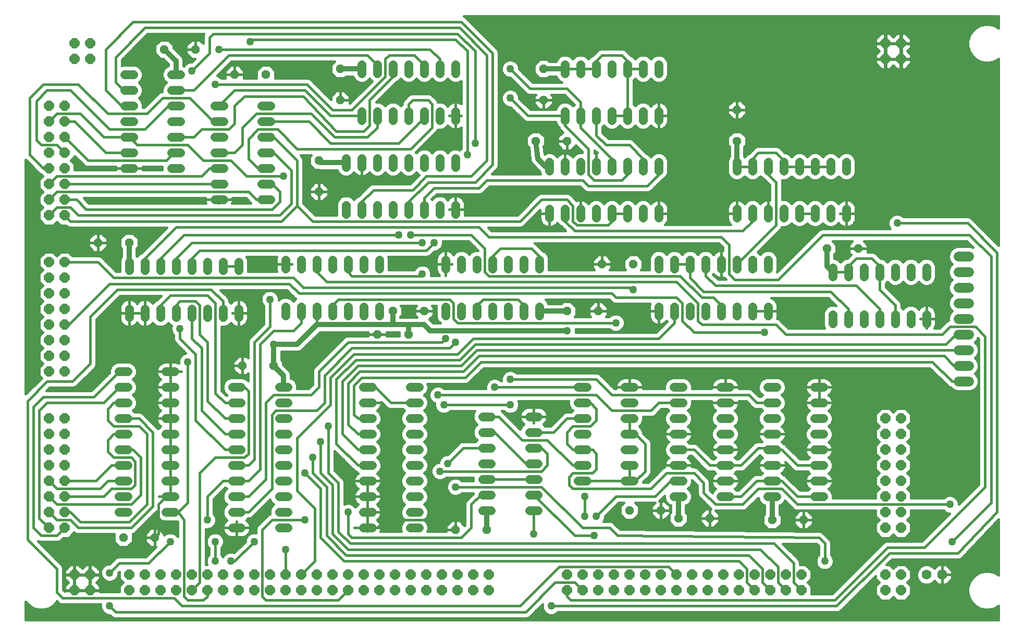
<source format=gbl>
G75*
%MOIN*%
%OFA0B0*%
%FSLAX24Y24*%
%IPPOS*%
%LPD*%
%AMOC8*
5,1,8,0,0,1.08239X$1,22.5*
%
%ADD10C,0.0560*%
%ADD11OC8,0.0560*%
%ADD12OC8,0.0630*%
%ADD13C,0.0630*%
%ADD14OC8,0.0640*%
%ADD15C,0.0640*%
%ADD16C,0.0160*%
%ADD17C,0.0500*%
%ADD18C,0.0320*%
D10*
X010235Y011140D02*
X010795Y011140D01*
X010795Y012140D02*
X010235Y012140D01*
X010235Y013140D02*
X010795Y013140D01*
X010795Y014140D02*
X010235Y014140D01*
X010235Y015140D02*
X010795Y015140D01*
X010795Y016140D02*
X010235Y016140D01*
X010235Y017140D02*
X010795Y017140D01*
X010795Y018140D02*
X010235Y018140D01*
X010235Y019140D02*
X010795Y019140D01*
X010795Y020140D02*
X010235Y020140D01*
X013235Y020140D02*
X013795Y020140D01*
X013795Y019140D02*
X013235Y019140D01*
X013235Y018140D02*
X013795Y018140D01*
X013795Y017140D02*
X013235Y017140D01*
X013235Y016140D02*
X013795Y016140D01*
X013795Y015140D02*
X013235Y015140D01*
X013235Y014140D02*
X013795Y014140D01*
X013795Y013140D02*
X013235Y013140D01*
X013235Y012140D02*
X013795Y012140D01*
X013795Y011140D02*
X013235Y011140D01*
X017485Y011140D02*
X018045Y011140D01*
X018045Y010140D02*
X017485Y010140D01*
X017485Y012140D02*
X018045Y012140D01*
X018045Y013140D02*
X017485Y013140D01*
X017485Y014140D02*
X018045Y014140D01*
X018045Y015140D02*
X017485Y015140D01*
X017485Y016140D02*
X018045Y016140D01*
X018045Y017140D02*
X017485Y017140D01*
X017485Y018140D02*
X018045Y018140D01*
X018045Y019140D02*
X017485Y019140D01*
X020485Y019140D02*
X021045Y019140D01*
X021045Y018140D02*
X020485Y018140D01*
X020485Y017140D02*
X021045Y017140D01*
X021045Y016140D02*
X020485Y016140D01*
X020485Y015140D02*
X021045Y015140D01*
X021045Y014140D02*
X020485Y014140D01*
X020485Y013140D02*
X021045Y013140D01*
X021045Y012140D02*
X020485Y012140D01*
X020485Y011140D02*
X021045Y011140D01*
X021045Y010140D02*
X020485Y010140D01*
X025860Y010140D02*
X026420Y010140D01*
X026420Y011140D02*
X025860Y011140D01*
X025860Y012140D02*
X026420Y012140D01*
X026420Y013140D02*
X025860Y013140D01*
X025860Y014140D02*
X026420Y014140D01*
X026420Y015140D02*
X025860Y015140D01*
X025860Y016140D02*
X026420Y016140D01*
X026420Y017140D02*
X025860Y017140D01*
X025860Y018140D02*
X026420Y018140D01*
X026420Y019140D02*
X025860Y019140D01*
X028860Y019140D02*
X029420Y019140D01*
X029420Y018140D02*
X028860Y018140D01*
X028860Y017140D02*
X029420Y017140D01*
X029420Y016140D02*
X028860Y016140D01*
X028860Y015140D02*
X029420Y015140D01*
X029420Y014140D02*
X028860Y014140D01*
X028860Y013140D02*
X029420Y013140D01*
X029420Y012140D02*
X028860Y012140D01*
X028860Y011140D02*
X029420Y011140D01*
X029420Y010140D02*
X028860Y010140D01*
X033485Y011265D02*
X034045Y011265D01*
X034045Y012265D02*
X033485Y012265D01*
X033485Y013265D02*
X034045Y013265D01*
X034045Y014265D02*
X033485Y014265D01*
X033485Y015265D02*
X034045Y015265D01*
X034045Y016265D02*
X033485Y016265D01*
X033485Y017265D02*
X034045Y017265D01*
X036485Y017265D02*
X037045Y017265D01*
X037045Y016265D02*
X036485Y016265D01*
X036485Y015265D02*
X037045Y015265D01*
X037045Y014265D02*
X036485Y014265D01*
X036485Y013265D02*
X037045Y013265D01*
X037045Y012265D02*
X036485Y012265D01*
X036485Y011265D02*
X037045Y011265D01*
X039610Y013140D02*
X040170Y013140D01*
X040170Y014140D02*
X039610Y014140D01*
X039610Y015140D02*
X040170Y015140D01*
X040170Y016140D02*
X039610Y016140D01*
X039610Y017140D02*
X040170Y017140D01*
X040170Y018140D02*
X039610Y018140D01*
X039610Y019140D02*
X040170Y019140D01*
X042610Y019140D02*
X043170Y019140D01*
X043170Y018140D02*
X042610Y018140D01*
X042610Y017140D02*
X043170Y017140D01*
X043170Y016140D02*
X042610Y016140D01*
X042610Y015140D02*
X043170Y015140D01*
X043170Y014140D02*
X042610Y014140D01*
X042610Y013140D02*
X043170Y013140D01*
X045735Y013140D02*
X046295Y013140D01*
X046295Y012140D02*
X045735Y012140D01*
X045735Y014140D02*
X046295Y014140D01*
X046295Y015140D02*
X045735Y015140D01*
X045735Y016140D02*
X046295Y016140D01*
X046295Y017140D02*
X045735Y017140D01*
X045735Y018140D02*
X046295Y018140D01*
X046295Y019140D02*
X045735Y019140D01*
X048735Y019140D02*
X049295Y019140D01*
X049295Y018140D02*
X048735Y018140D01*
X048735Y017140D02*
X049295Y017140D01*
X049295Y016140D02*
X048735Y016140D01*
X048735Y015140D02*
X049295Y015140D01*
X049295Y014140D02*
X048735Y014140D01*
X048735Y013140D02*
X049295Y013140D01*
X049295Y012140D02*
X048735Y012140D01*
X051735Y012140D02*
X052295Y012140D01*
X052295Y013140D02*
X051735Y013140D01*
X051735Y014140D02*
X052295Y014140D01*
X052295Y015140D02*
X051735Y015140D01*
X051735Y016140D02*
X052295Y016140D01*
X052295Y017140D02*
X051735Y017140D01*
X051735Y018140D02*
X052295Y018140D01*
X052295Y019140D02*
X051735Y019140D01*
X054735Y019140D02*
X055295Y019140D01*
X055295Y018140D02*
X054735Y018140D01*
X054735Y017140D02*
X055295Y017140D01*
X055295Y016140D02*
X054735Y016140D01*
X054735Y015140D02*
X055295Y015140D01*
X055295Y014140D02*
X054735Y014140D01*
X054735Y013140D02*
X055295Y013140D01*
X055295Y012140D02*
X054735Y012140D01*
X055890Y023235D02*
X055890Y023795D01*
X056890Y023795D02*
X056890Y023235D01*
X057890Y023235D02*
X057890Y023795D01*
X058890Y023795D02*
X058890Y023235D01*
X059890Y023235D02*
X059890Y023795D01*
X060890Y023795D02*
X060890Y023235D01*
X061890Y023235D02*
X061890Y023795D01*
X061890Y026235D02*
X061890Y026795D01*
X060890Y026795D02*
X060890Y026235D01*
X059890Y026235D02*
X059890Y026795D01*
X058890Y026795D02*
X058890Y026235D01*
X057890Y026235D02*
X057890Y026795D01*
X056890Y026795D02*
X056890Y026235D01*
X055890Y026235D02*
X055890Y026795D01*
X051765Y026735D02*
X051765Y027295D01*
X050765Y027295D02*
X050765Y026735D01*
X049765Y026735D02*
X049765Y027295D01*
X048765Y027295D02*
X048765Y026735D01*
X047765Y026735D02*
X047765Y027295D01*
X046765Y027295D02*
X046765Y026735D01*
X045765Y026735D02*
X045765Y027295D01*
X044765Y027295D02*
X044765Y026735D01*
X044765Y024295D02*
X044765Y023735D01*
X045765Y023735D02*
X045765Y024295D01*
X046765Y024295D02*
X046765Y023735D01*
X047765Y023735D02*
X047765Y024295D01*
X048765Y024295D02*
X048765Y023735D01*
X049765Y023735D02*
X049765Y024295D01*
X050765Y024295D02*
X050765Y023735D01*
X051765Y023735D02*
X051765Y024295D01*
X051765Y029985D02*
X051765Y030545D01*
X052765Y030545D02*
X052765Y029985D01*
X053765Y029985D02*
X053765Y030545D01*
X054765Y030545D02*
X054765Y029985D01*
X055765Y029985D02*
X055765Y030545D01*
X056765Y030545D02*
X056765Y029985D01*
X056765Y032985D02*
X056765Y033545D01*
X055765Y033545D02*
X055765Y032985D01*
X054765Y032985D02*
X054765Y033545D01*
X053765Y033545D02*
X053765Y032985D01*
X052765Y032985D02*
X052765Y033545D01*
X051765Y033545D02*
X051765Y032985D01*
X050765Y032985D02*
X050765Y033545D01*
X049765Y033545D02*
X049765Y032985D01*
X049765Y030545D02*
X049765Y029985D01*
X050765Y029985D02*
X050765Y030545D01*
X044765Y030545D02*
X044765Y029985D01*
X043765Y029985D02*
X043765Y030545D01*
X042765Y030545D02*
X042765Y029985D01*
X041765Y029985D02*
X041765Y030545D01*
X040765Y030545D02*
X040765Y029985D01*
X039765Y029985D02*
X039765Y030545D01*
X038765Y030545D02*
X038765Y029985D01*
X037765Y029985D02*
X037765Y030545D01*
X037765Y032985D02*
X037765Y033545D01*
X038765Y033545D02*
X038765Y032985D01*
X039765Y032985D02*
X039765Y033545D01*
X040765Y033545D02*
X040765Y032985D01*
X041765Y032985D02*
X041765Y033545D01*
X042765Y033545D02*
X042765Y032985D01*
X043765Y032985D02*
X043765Y033545D01*
X044765Y033545D02*
X044765Y032985D01*
X044765Y036235D02*
X044765Y036795D01*
X043765Y036795D02*
X043765Y036235D01*
X042765Y036235D02*
X042765Y036795D01*
X041765Y036795D02*
X041765Y036235D01*
X040765Y036235D02*
X040765Y036795D01*
X039765Y036795D02*
X039765Y036235D01*
X038765Y036235D02*
X038765Y036795D01*
X038765Y039235D02*
X038765Y039795D01*
X039765Y039795D02*
X039765Y039235D01*
X040765Y039235D02*
X040765Y039795D01*
X041765Y039795D02*
X041765Y039235D01*
X042765Y039235D02*
X042765Y039795D01*
X043765Y039795D02*
X043765Y039235D01*
X044765Y039235D02*
X044765Y039795D01*
X031765Y039795D02*
X031765Y039235D01*
X030765Y039235D02*
X030765Y039795D01*
X029765Y039795D02*
X029765Y039235D01*
X028765Y039235D02*
X028765Y039795D01*
X027765Y039795D02*
X027765Y039235D01*
X026765Y039235D02*
X026765Y039795D01*
X025765Y039795D02*
X025765Y039235D01*
X025765Y036795D02*
X025765Y036235D01*
X026765Y036235D02*
X026765Y036795D01*
X027765Y036795D02*
X027765Y036235D01*
X028765Y036235D02*
X028765Y036795D01*
X029765Y036795D02*
X029765Y036235D01*
X030765Y036235D02*
X030765Y036795D01*
X031765Y036795D02*
X031765Y036235D01*
X031765Y033795D02*
X031765Y033235D01*
X030765Y033235D02*
X030765Y033795D01*
X029765Y033795D02*
X029765Y033235D01*
X028765Y033235D02*
X028765Y033795D01*
X027765Y033795D02*
X027765Y033235D01*
X026765Y033235D02*
X026765Y033795D01*
X025765Y033795D02*
X025765Y033235D01*
X024765Y033235D02*
X024765Y033795D01*
X024765Y030795D02*
X024765Y030235D01*
X025765Y030235D02*
X025765Y030795D01*
X026765Y030795D02*
X026765Y030235D01*
X027765Y030235D02*
X027765Y030795D01*
X028765Y030795D02*
X028765Y030235D01*
X029765Y030235D02*
X029765Y030795D01*
X030765Y030795D02*
X030765Y030235D01*
X031765Y030235D02*
X031765Y030795D01*
X032140Y027295D02*
X032140Y026735D01*
X033140Y026735D02*
X033140Y027295D01*
X034140Y027295D02*
X034140Y026735D01*
X035140Y026735D02*
X035140Y027295D01*
X036140Y027295D02*
X036140Y026735D01*
X037140Y026735D02*
X037140Y027295D01*
X037140Y024295D02*
X037140Y023735D01*
X036140Y023735D02*
X036140Y024295D01*
X035140Y024295D02*
X035140Y023735D01*
X034140Y023735D02*
X034140Y024295D01*
X033140Y024295D02*
X033140Y023735D01*
X032140Y023735D02*
X032140Y024295D01*
X031140Y024295D02*
X031140Y023735D01*
X031140Y026735D02*
X031140Y027295D01*
X026890Y027295D02*
X026890Y026735D01*
X025890Y026735D02*
X025890Y027295D01*
X024890Y027295D02*
X024890Y026735D01*
X023890Y026735D02*
X023890Y027295D01*
X022890Y027295D02*
X022890Y026735D01*
X021890Y026735D02*
X021890Y027295D01*
X020890Y027295D02*
X020890Y026735D01*
X017890Y026610D02*
X017890Y027170D01*
X016890Y027170D02*
X016890Y026610D01*
X015890Y026610D02*
X015890Y027170D01*
X014890Y027170D02*
X014890Y026610D01*
X013890Y026610D02*
X013890Y027170D01*
X012890Y027170D02*
X012890Y026610D01*
X011890Y026610D02*
X011890Y027170D01*
X010890Y027170D02*
X010890Y026610D01*
X010890Y024170D02*
X010890Y023610D01*
X011890Y023610D02*
X011890Y024170D01*
X012890Y024170D02*
X012890Y023610D01*
X013890Y023610D02*
X013890Y024170D01*
X014890Y024170D02*
X014890Y023610D01*
X015890Y023610D02*
X015890Y024170D01*
X016890Y024170D02*
X016890Y023610D01*
X017890Y023610D02*
X017890Y024170D01*
X020890Y024295D02*
X020890Y023735D01*
X021890Y023735D02*
X021890Y024295D01*
X022890Y024295D02*
X022890Y023735D01*
X023890Y023735D02*
X023890Y024295D01*
X024890Y024295D02*
X024890Y023735D01*
X025890Y023735D02*
X025890Y024295D01*
X026890Y024295D02*
X026890Y023735D01*
X019920Y031140D02*
X019360Y031140D01*
X019360Y032140D02*
X019920Y032140D01*
X019920Y033140D02*
X019360Y033140D01*
X019360Y034140D02*
X019920Y034140D01*
X019920Y035140D02*
X019360Y035140D01*
X019360Y036140D02*
X019920Y036140D01*
X019920Y037140D02*
X019360Y037140D01*
X016920Y037140D02*
X016360Y037140D01*
X016360Y036140D02*
X016920Y036140D01*
X016920Y035140D02*
X016360Y035140D01*
X016360Y034140D02*
X016920Y034140D01*
X016920Y033140D02*
X016360Y033140D01*
X016360Y032140D02*
X016920Y032140D01*
X016920Y031140D02*
X016360Y031140D01*
X014170Y033140D02*
X013610Y033140D01*
X013610Y034140D02*
X014170Y034140D01*
X014170Y035140D02*
X013610Y035140D01*
X013610Y036140D02*
X014170Y036140D01*
X014170Y037140D02*
X013610Y037140D01*
X013610Y038140D02*
X014170Y038140D01*
X014170Y039140D02*
X013610Y039140D01*
X011170Y039140D02*
X010610Y039140D01*
X010610Y038140D02*
X011170Y038140D01*
X011170Y037140D02*
X010610Y037140D01*
X010610Y036140D02*
X011170Y036140D01*
X011170Y035140D02*
X010610Y035140D01*
X010610Y034140D02*
X011170Y034140D01*
X011170Y033140D02*
X010610Y033140D01*
D11*
X010890Y028390D03*
X008890Y028390D03*
X018140Y020515D03*
X020140Y020515D03*
X026765Y022515D03*
X027765Y024015D03*
X029765Y024015D03*
X028765Y022515D03*
X038890Y024015D03*
X040890Y024015D03*
X041140Y027015D03*
X043140Y027015D03*
X038890Y034890D03*
X036890Y034890D03*
X037390Y037515D03*
X037390Y039515D03*
X049765Y036890D03*
X049765Y034890D03*
X055515Y028015D03*
X057515Y028015D03*
X044890Y011265D03*
X046015Y010765D03*
X048015Y010765D03*
X052015Y010640D03*
X054015Y010640D03*
X042890Y011265D03*
X033765Y010015D03*
X031765Y010015D03*
X012515Y009515D03*
X010515Y009515D03*
X023015Y031640D03*
X023015Y033640D03*
X024390Y037515D03*
X024390Y039515D03*
X019640Y039140D03*
X017640Y039140D03*
X015140Y040765D03*
X013140Y040765D03*
D12*
X062890Y007140D03*
D13*
X061890Y007140D03*
D14*
X060265Y007140D03*
X059265Y007140D03*
X059265Y006140D03*
X060265Y006140D03*
X060265Y010140D03*
X059265Y010140D03*
X059265Y011140D03*
X060265Y011140D03*
X060265Y012140D03*
X059265Y012140D03*
X059265Y013140D03*
X060265Y013140D03*
X060265Y014140D03*
X059265Y014140D03*
X059265Y015140D03*
X060265Y015140D03*
X060265Y016140D03*
X059265Y016140D03*
X059265Y017140D03*
X060265Y017140D03*
X053890Y007140D03*
X053890Y006140D03*
X052890Y006140D03*
X051890Y006140D03*
X051890Y007140D03*
X052890Y007140D03*
X050890Y007140D03*
X049890Y007140D03*
X049890Y006140D03*
X050890Y006140D03*
X048890Y006140D03*
X047890Y006140D03*
X046890Y006140D03*
X046890Y007140D03*
X047890Y007140D03*
X048890Y007140D03*
X045890Y007140D03*
X044890Y007140D03*
X044890Y006140D03*
X045890Y006140D03*
X043890Y006140D03*
X042890Y006140D03*
X041890Y006140D03*
X041890Y007140D03*
X042890Y007140D03*
X043890Y007140D03*
X040890Y007140D03*
X039890Y007140D03*
X039890Y006140D03*
X040890Y006140D03*
X038890Y006140D03*
X038890Y007140D03*
X033890Y007140D03*
X032890Y007140D03*
X032890Y006140D03*
X033890Y006140D03*
X031890Y006140D03*
X030890Y006140D03*
X029890Y006140D03*
X029890Y007140D03*
X030890Y007140D03*
X031890Y007140D03*
X028890Y007140D03*
X027890Y007140D03*
X027890Y006140D03*
X028890Y006140D03*
X026890Y006140D03*
X025890Y006140D03*
X024890Y006140D03*
X024890Y007140D03*
X025890Y007140D03*
X026890Y007140D03*
X023890Y007140D03*
X022890Y007140D03*
X022890Y006140D03*
X023890Y006140D03*
X021890Y006140D03*
X020890Y006140D03*
X019890Y006140D03*
X019890Y007140D03*
X020890Y007140D03*
X021890Y007140D03*
X018890Y007140D03*
X017890Y007140D03*
X017890Y006140D03*
X018890Y006140D03*
X016890Y006140D03*
X015890Y006140D03*
X015890Y007140D03*
X016890Y007140D03*
X014890Y007140D03*
X013890Y007140D03*
X012890Y007140D03*
X012890Y006140D03*
X013890Y006140D03*
X014890Y006140D03*
X011890Y006140D03*
X010890Y006140D03*
X010890Y007140D03*
X011890Y007140D03*
X008390Y007140D03*
X007390Y007140D03*
X007390Y006140D03*
X008390Y006140D03*
X006765Y010140D03*
X005765Y010140D03*
X005765Y011140D03*
X006765Y011140D03*
X006765Y012140D03*
X005765Y012140D03*
X005765Y013140D03*
X006765Y013140D03*
X006765Y014140D03*
X005765Y014140D03*
X005765Y015140D03*
X006765Y015140D03*
X006765Y016140D03*
X005765Y016140D03*
X005765Y017140D03*
X006765Y017140D03*
X006765Y020140D03*
X005765Y020140D03*
X005765Y021140D03*
X006765Y021140D03*
X006765Y022140D03*
X005765Y022140D03*
X005765Y023140D03*
X006765Y023140D03*
X006765Y024140D03*
X005765Y024140D03*
X005765Y025140D03*
X006765Y025140D03*
X006765Y026140D03*
X005765Y026140D03*
X005765Y027140D03*
X006765Y027140D03*
X006765Y030140D03*
X005765Y030140D03*
X005765Y031140D03*
X006765Y031140D03*
X006765Y032140D03*
X005765Y032140D03*
X005765Y033140D03*
X006765Y033140D03*
X006765Y034140D03*
X005765Y034140D03*
X005765Y035140D03*
X006765Y035140D03*
X006765Y036140D03*
X005765Y036140D03*
X005765Y037140D03*
X006765Y037140D03*
X007390Y040140D03*
X008390Y040140D03*
X008390Y041140D03*
X007390Y041140D03*
X059265Y041140D03*
X060265Y041140D03*
X060265Y040140D03*
X059265Y040140D03*
D15*
X063945Y027515D02*
X064585Y027515D01*
X064585Y026515D02*
X063945Y026515D01*
X063945Y025515D02*
X064585Y025515D01*
X064585Y024515D02*
X063945Y024515D01*
X063945Y023515D02*
X064585Y023515D01*
X064585Y022515D02*
X063945Y022515D01*
X063945Y021515D02*
X064585Y021515D01*
X064585Y020515D02*
X063945Y020515D01*
X063945Y019515D02*
X064585Y019515D01*
D16*
X004270Y005423D02*
X004270Y004270D01*
X066502Y004270D01*
X066502Y005157D01*
X066236Y005003D01*
X065926Y004920D01*
X065604Y004920D01*
X065294Y005003D01*
X065016Y005164D01*
X064789Y005391D01*
X064628Y005669D01*
X064545Y005979D01*
X064545Y006301D01*
X064628Y006611D01*
X064789Y006889D01*
X065016Y007116D01*
X065294Y007277D01*
X065604Y007360D01*
X065926Y007360D01*
X066236Y007277D01*
X066502Y007123D01*
X066502Y010678D01*
X064231Y008293D01*
X064229Y008288D01*
X064176Y008236D01*
X064125Y008182D01*
X064120Y008179D01*
X064117Y008176D01*
X064048Y008147D01*
X063979Y008117D01*
X063974Y008117D01*
X063970Y008115D01*
X063895Y008115D01*
X063820Y008113D01*
X063815Y008115D01*
X059681Y008115D01*
X059346Y007780D01*
X059530Y007780D01*
X059765Y007545D01*
X060000Y007780D01*
X060530Y007780D01*
X060905Y007405D01*
X060905Y006875D01*
X060670Y006640D01*
X060905Y006405D01*
X060905Y005875D01*
X060530Y005500D01*
X060000Y005500D01*
X059765Y005735D01*
X059530Y005500D01*
X059000Y005500D01*
X058625Y005875D01*
X058625Y006405D01*
X058860Y006640D01*
X058625Y006875D01*
X058625Y007059D01*
X056367Y004801D01*
X056220Y004740D01*
X038296Y004740D01*
X038213Y004657D01*
X038003Y004570D01*
X037777Y004570D01*
X037567Y004657D01*
X037407Y004817D01*
X037320Y005027D01*
X037320Y005253D01*
X037321Y005255D01*
X036602Y004536D01*
X036489Y004423D01*
X036342Y004363D01*
X036095Y004363D01*
X036095Y004363D01*
X036013Y004363D01*
X035935Y004363D01*
X035935Y004363D01*
X010014Y004365D01*
X009935Y004365D01*
X009935Y004365D01*
X009864Y004395D01*
X009788Y004426D01*
X009788Y004426D01*
X009736Y004479D01*
X009644Y004570D01*
X009527Y004570D01*
X009317Y004657D01*
X009157Y004817D01*
X009070Y005027D01*
X009070Y005240D01*
X006560Y005240D01*
X006413Y005301D01*
X006271Y005443D01*
X006241Y005391D01*
X006014Y005164D01*
X005736Y005003D01*
X005426Y004920D01*
X005104Y004920D01*
X004794Y005003D01*
X004516Y005164D01*
X004289Y005391D01*
X004270Y005423D01*
X004270Y005317D02*
X004363Y005317D01*
X004270Y005158D02*
X004526Y005158D01*
X004270Y005000D02*
X004808Y005000D01*
X004270Y004841D02*
X009147Y004841D01*
X009081Y005000D02*
X005722Y005000D01*
X006004Y005158D02*
X009070Y005158D01*
X009291Y004683D02*
X004270Y004683D01*
X004270Y004524D02*
X009690Y004524D01*
X009788Y004426D02*
X009788Y004426D01*
X009934Y004366D02*
X004270Y004366D01*
X006167Y005317D02*
X006398Y005317D01*
X006640Y005640D02*
X006265Y006015D01*
X006265Y007515D01*
X004390Y009390D01*
X004390Y018265D01*
X005640Y019515D01*
X007265Y019515D01*
X008390Y020640D01*
X008390Y023640D01*
X010140Y025390D01*
X016140Y025390D01*
X016890Y024640D01*
X016890Y023890D01*
X017490Y023890D02*
X017890Y023890D01*
X017890Y023890D01*
X017890Y024770D01*
X017937Y024770D01*
X018030Y024755D01*
X018120Y024726D01*
X018204Y024683D01*
X018281Y024628D01*
X018348Y024561D01*
X018403Y024484D01*
X018446Y024400D01*
X018475Y024310D01*
X018490Y024217D01*
X018490Y023890D01*
X017890Y023890D01*
X017890Y023890D01*
X017890Y023890D01*
X017490Y023890D01*
X017490Y023890D01*
X017890Y023890D02*
X017890Y024770D01*
X017843Y024770D01*
X017749Y024755D01*
X017660Y024726D01*
X017576Y024683D01*
X017499Y024628D01*
X017432Y024561D01*
X017397Y024512D01*
X017290Y024619D01*
X017290Y024720D01*
X017229Y024867D01*
X017117Y024979D01*
X016731Y025365D01*
X020974Y025365D01*
X021538Y024801D01*
X021545Y024798D01*
X021390Y024644D01*
X021230Y024804D01*
X021009Y024895D01*
X020771Y024895D01*
X020550Y024804D01*
X020460Y024714D01*
X020460Y024878D01*
X020373Y025088D01*
X020213Y025248D01*
X020003Y025335D01*
X019777Y025335D01*
X019567Y025248D01*
X019407Y025088D01*
X019320Y024878D01*
X019320Y024652D01*
X019407Y024442D01*
X019490Y024359D01*
X019490Y023181D01*
X018551Y022242D01*
X018490Y022095D01*
X018490Y021014D01*
X018389Y021115D01*
X018140Y021115D01*
X018140Y020515D01*
X018140Y020515D01*
X018140Y019915D01*
X018389Y019915D01*
X018490Y020016D01*
X018490Y019544D01*
X018385Y019649D01*
X018164Y019740D01*
X017366Y019740D01*
X017145Y019649D01*
X016976Y019480D01*
X016885Y019259D01*
X016885Y019021D01*
X016976Y018800D01*
X017136Y018640D01*
X017109Y018612D01*
X016790Y018931D01*
X016790Y023010D01*
X017009Y023010D01*
X017230Y023101D01*
X017397Y023268D01*
X017432Y023219D01*
X017499Y023152D01*
X017576Y023097D01*
X017660Y023054D01*
X017749Y023025D01*
X017843Y023010D01*
X017890Y023010D01*
X017937Y023010D01*
X018030Y023025D01*
X018120Y023054D01*
X018204Y023097D01*
X018281Y023152D01*
X018348Y023219D01*
X018403Y023296D01*
X018446Y023380D01*
X018475Y023469D01*
X018490Y023563D01*
X018490Y023890D01*
X017890Y023890D01*
X017890Y023010D01*
X017890Y023890D01*
X017890Y023890D01*
X017890Y023861D02*
X017890Y023861D01*
X017890Y023703D02*
X017890Y023703D01*
X017890Y023544D02*
X017890Y023544D01*
X017890Y023386D02*
X017890Y023386D01*
X017890Y023227D02*
X017890Y023227D01*
X017890Y023069D02*
X017890Y023069D01*
X018149Y023069D02*
X019378Y023069D01*
X019490Y023227D02*
X018353Y023227D01*
X018448Y023386D02*
X019490Y023386D01*
X019490Y023544D02*
X018487Y023544D01*
X018490Y023703D02*
X019490Y023703D01*
X019490Y023861D02*
X018490Y023861D01*
X018490Y024020D02*
X019490Y024020D01*
X019490Y024178D02*
X018490Y024178D01*
X018467Y024337D02*
X019490Y024337D01*
X019385Y024495D02*
X018395Y024495D01*
X018245Y024654D02*
X019320Y024654D01*
X019320Y024812D02*
X017252Y024812D01*
X017290Y024654D02*
X017535Y024654D01*
X017890Y024654D02*
X017890Y024654D01*
X017890Y024495D02*
X017890Y024495D01*
X017890Y024337D02*
X017890Y024337D01*
X017890Y024178D02*
X017890Y024178D01*
X017890Y024020D02*
X017890Y024020D01*
X017427Y023227D02*
X017356Y023227D01*
X017151Y023069D02*
X017631Y023069D01*
X016790Y022910D02*
X019219Y022910D01*
X019061Y022752D02*
X016790Y022752D01*
X016790Y022593D02*
X018902Y022593D01*
X018744Y022435D02*
X016790Y022435D01*
X016790Y022276D02*
X018585Y022276D01*
X018500Y022118D02*
X016790Y022118D01*
X016790Y021959D02*
X018490Y021959D01*
X018490Y021801D02*
X016790Y021801D01*
X016790Y021642D02*
X018490Y021642D01*
X018490Y021484D02*
X016790Y021484D01*
X016790Y021325D02*
X018490Y021325D01*
X018490Y021167D02*
X016790Y021167D01*
X016790Y021008D02*
X017784Y021008D01*
X017891Y021115D02*
X017540Y020764D01*
X017540Y020515D01*
X018140Y020515D01*
X018140Y020515D01*
X018140Y020515D01*
X018140Y021115D01*
X017891Y021115D01*
X018140Y021008D02*
X018140Y021008D01*
X018140Y020850D02*
X018140Y020850D01*
X018140Y020691D02*
X018140Y020691D01*
X018140Y020533D02*
X018140Y020533D01*
X018140Y020515D02*
X017540Y020515D01*
X017540Y020266D01*
X017891Y019915D01*
X018140Y019915D01*
X018140Y020515D01*
X018140Y020374D02*
X018140Y020374D01*
X018140Y020216D02*
X018140Y020216D01*
X018140Y020057D02*
X018140Y020057D01*
X018490Y019899D02*
X016790Y019899D01*
X016790Y020057D02*
X017749Y020057D01*
X017591Y020216D02*
X016790Y020216D01*
X016790Y020374D02*
X017540Y020374D01*
X017540Y020533D02*
X016790Y020533D01*
X016790Y020691D02*
X017540Y020691D01*
X017626Y020850D02*
X016790Y020850D01*
X015890Y022015D02*
X015390Y022515D01*
X015390Y024390D01*
X015140Y024640D01*
X014140Y024640D01*
X013890Y024390D01*
X013890Y023890D01*
X013390Y023261D02*
X013550Y023101D01*
X013602Y023080D01*
X013570Y023003D01*
X013570Y022777D01*
X013657Y022567D01*
X013740Y022484D01*
X013740Y022185D01*
X013801Y022038D01*
X013913Y021926D01*
X013913Y021926D01*
X014511Y021328D01*
X014317Y021248D01*
X014157Y021088D01*
X014070Y020878D01*
X014070Y020673D01*
X014025Y020696D01*
X013935Y020725D01*
X013842Y020740D01*
X013515Y020740D01*
X013515Y020140D01*
X014240Y020140D01*
X014240Y020140D01*
X013515Y020140D01*
X013515Y020140D01*
X013515Y020140D01*
X013515Y020140D01*
X012635Y020140D01*
X012635Y020187D01*
X012650Y020280D01*
X012679Y020370D01*
X012722Y020454D01*
X012777Y020531D01*
X012844Y020598D01*
X012921Y020653D01*
X013005Y020696D01*
X013094Y020725D01*
X013188Y020740D01*
X013515Y020740D01*
X013515Y020140D01*
X013515Y019740D01*
X013515Y019140D01*
X013515Y019140D01*
X013515Y018540D01*
X013515Y018140D01*
X013515Y018140D01*
X013515Y019140D01*
X013515Y019140D01*
X013515Y019140D01*
X012635Y019140D01*
X012635Y019187D01*
X012650Y019280D01*
X012679Y019370D01*
X012722Y019454D01*
X012777Y019531D01*
X012844Y019598D01*
X012902Y019640D01*
X012844Y019682D01*
X012777Y019749D01*
X012722Y019826D01*
X012679Y019910D01*
X012650Y019999D01*
X012635Y020093D01*
X012635Y020140D01*
X013515Y020140D01*
X013515Y020140D01*
X013515Y019140D01*
X012635Y019140D01*
X012635Y019093D01*
X012650Y018999D01*
X012679Y018910D01*
X012722Y018826D01*
X012777Y018749D01*
X012844Y018682D01*
X012902Y018640D01*
X012844Y018598D01*
X012777Y018531D01*
X012722Y018454D01*
X012679Y018370D01*
X012650Y018280D01*
X012635Y018187D01*
X012635Y018140D01*
X013515Y018140D01*
X013515Y018140D01*
X013515Y017540D01*
X013515Y017140D01*
X013515Y017140D01*
X013515Y017140D01*
X012635Y017140D01*
X012635Y017187D01*
X012650Y017280D01*
X012679Y017370D01*
X012722Y017454D01*
X012777Y017531D01*
X012844Y017598D01*
X012902Y017640D01*
X012844Y017682D01*
X012777Y017749D01*
X012722Y017826D01*
X012679Y017910D01*
X012650Y017999D01*
X012635Y018093D01*
X012635Y018140D01*
X013515Y018140D01*
X013515Y018140D01*
X013515Y017140D01*
X013515Y016140D01*
X013515Y016140D01*
X013515Y016740D01*
X013515Y017140D01*
X013515Y017140D01*
X012635Y017140D01*
X012635Y017093D01*
X012650Y016999D01*
X012679Y016910D01*
X012722Y016826D01*
X012777Y016749D01*
X012844Y016682D01*
X012902Y016640D01*
X012844Y016598D01*
X012777Y016531D01*
X012736Y016474D01*
X012729Y016492D01*
X011854Y017367D01*
X011742Y017479D01*
X011595Y017540D01*
X011244Y017540D01*
X011144Y017640D01*
X011304Y017800D01*
X011395Y018021D01*
X011395Y018259D01*
X011304Y018480D01*
X011144Y018640D01*
X011304Y018800D01*
X011395Y019021D01*
X011395Y019259D01*
X011304Y019480D01*
X011144Y019640D01*
X011304Y019800D01*
X011395Y020021D01*
X011395Y020259D01*
X011304Y020480D01*
X011135Y020649D01*
X010914Y020740D01*
X010116Y020740D01*
X009895Y020649D01*
X009726Y020480D01*
X009635Y020259D01*
X009635Y020076D01*
X008474Y018915D01*
X005606Y018915D01*
X005806Y019115D01*
X007345Y019115D01*
X007492Y019176D01*
X008617Y020301D01*
X008729Y020413D01*
X008790Y020560D01*
X008790Y023474D01*
X010306Y024990D01*
X012924Y024990D01*
X012663Y024729D01*
X012657Y024723D01*
X012550Y024679D01*
X012383Y024512D01*
X012348Y024561D01*
X012281Y024628D01*
X012204Y024683D01*
X012120Y024726D01*
X012030Y024755D01*
X011937Y024770D01*
X011890Y024770D01*
X011890Y023890D01*
X011890Y023890D01*
X011890Y023010D01*
X011937Y023010D01*
X012030Y023025D01*
X012120Y023054D01*
X012204Y023097D01*
X012281Y023152D01*
X012348Y023219D01*
X012383Y023268D01*
X012550Y023101D01*
X012771Y023010D01*
X013009Y023010D01*
X013230Y023101D01*
X013390Y023261D01*
X013356Y023227D02*
X013424Y023227D01*
X013597Y023069D02*
X013151Y023069D01*
X013570Y022910D02*
X008790Y022910D01*
X008790Y022752D02*
X013580Y022752D01*
X013646Y022593D02*
X008790Y022593D01*
X008790Y022435D02*
X013740Y022435D01*
X013740Y022276D02*
X008790Y022276D01*
X008790Y022118D02*
X013768Y022118D01*
X013880Y021959D02*
X008790Y021959D01*
X008790Y021801D02*
X014039Y021801D01*
X014197Y021642D02*
X008790Y021642D01*
X008790Y021484D02*
X014356Y021484D01*
X014503Y021325D02*
X008790Y021325D01*
X008790Y021167D02*
X014235Y021167D01*
X014124Y021008D02*
X008790Y021008D01*
X008790Y020850D02*
X014070Y020850D01*
X014070Y020691D02*
X014035Y020691D01*
X013515Y020691D02*
X013515Y020691D01*
X013515Y020533D02*
X013515Y020533D01*
X013515Y020374D02*
X013515Y020374D01*
X013515Y020216D02*
X013515Y020216D01*
X013515Y020057D02*
X013515Y020057D01*
X013515Y019899D02*
X013515Y019899D01*
X013515Y019740D02*
X013515Y019740D01*
X013515Y019582D02*
X013515Y019582D01*
X013515Y019423D02*
X013515Y019423D01*
X013515Y019265D02*
X013515Y019265D01*
X013515Y019106D02*
X013515Y019106D01*
X013515Y018948D02*
X013515Y018948D01*
X013515Y018789D02*
X013515Y018789D01*
X013515Y018631D02*
X013515Y018631D01*
X013515Y018472D02*
X013515Y018472D01*
X013515Y018314D02*
X013515Y018314D01*
X013515Y018155D02*
X013515Y018155D01*
X013515Y017997D02*
X013515Y017997D01*
X013515Y017838D02*
X013515Y017838D01*
X013515Y017680D02*
X013515Y017680D01*
X013515Y017521D02*
X013515Y017521D01*
X013515Y017363D02*
X013515Y017363D01*
X013515Y017204D02*
X013515Y017204D01*
X013515Y017046D02*
X013515Y017046D01*
X013515Y016887D02*
X013515Y016887D01*
X013515Y016729D02*
X013515Y016729D01*
X013515Y016570D02*
X013515Y016570D01*
X013515Y016412D02*
X013515Y016412D01*
X013515Y016253D02*
X013515Y016253D01*
X013515Y016140D02*
X013515Y015140D01*
X013515Y015140D01*
X013515Y014540D01*
X013515Y014140D01*
X013515Y014140D01*
X013515Y013540D01*
X013515Y013140D01*
X013515Y013140D01*
X013515Y012740D01*
X013515Y012140D01*
X013265Y012140D01*
X012765Y011640D01*
X012765Y009765D01*
X012515Y009515D01*
X012515Y009515D01*
X012515Y010115D01*
X012764Y010115D01*
X013115Y009764D01*
X013115Y009671D01*
X013192Y009748D01*
X013402Y009835D01*
X013628Y009835D01*
X013838Y009748D01*
X013990Y009596D01*
X013990Y010507D01*
X013953Y010556D01*
X013914Y010540D01*
X013116Y010540D01*
X012895Y010631D01*
X012726Y010800D01*
X012635Y011021D01*
X012635Y011194D01*
X012617Y011176D01*
X011242Y009801D01*
X011115Y009748D01*
X011115Y009266D01*
X010764Y008915D01*
X010266Y008915D01*
X009915Y009266D01*
X009915Y009740D01*
X007560Y009740D01*
X007413Y009801D01*
X007372Y009842D01*
X007030Y009500D01*
X006691Y009500D01*
X006604Y009413D01*
X006492Y009301D01*
X006345Y009240D01*
X005185Y009240D01*
X005049Y009296D01*
X006492Y007854D01*
X006492Y007854D01*
X006604Y007742D01*
X006665Y007595D01*
X006665Y006181D01*
X006750Y006096D01*
X006750Y006120D01*
X007370Y006120D01*
X007370Y006160D01*
X007370Y007120D01*
X007410Y007120D01*
X007410Y007160D01*
X007370Y007160D01*
X007370Y007780D01*
X007125Y007780D01*
X006750Y007405D01*
X006750Y007160D01*
X007370Y007160D01*
X007370Y007120D01*
X006750Y007120D01*
X006750Y006875D01*
X006985Y006640D01*
X006750Y006405D01*
X006750Y006160D01*
X007370Y006160D01*
X007410Y006160D01*
X007410Y006500D01*
X007410Y007120D01*
X007750Y007120D01*
X008370Y007120D01*
X008370Y007160D01*
X008370Y007780D01*
X008125Y007780D01*
X007890Y007545D01*
X007655Y007780D01*
X007410Y007780D01*
X007410Y007160D01*
X008370Y007160D01*
X008410Y007160D01*
X008410Y007780D01*
X008655Y007780D01*
X009030Y007405D01*
X009030Y007160D01*
X008410Y007160D01*
X008410Y007120D01*
X009030Y007120D01*
X009030Y006875D01*
X008795Y006640D01*
X009030Y006405D01*
X009030Y006160D01*
X008410Y006160D01*
X008410Y006120D01*
X009030Y006120D01*
X009030Y006040D01*
X010250Y006040D01*
X010250Y006405D01*
X010485Y006640D01*
X010250Y006875D01*
X010250Y007309D01*
X010210Y007269D01*
X010210Y007152D01*
X010123Y006942D01*
X009963Y006782D01*
X009753Y006695D01*
X009527Y006695D01*
X009317Y006782D01*
X009157Y006942D01*
X009070Y007152D01*
X009070Y007378D01*
X009157Y007588D01*
X009317Y007748D01*
X009527Y007835D01*
X009644Y007835D01*
X009926Y008117D01*
X010038Y008229D01*
X010185Y008290D01*
X011974Y008290D01*
X012599Y008915D01*
X012515Y008915D01*
X012515Y009515D01*
X012515Y009515D01*
X012515Y009515D01*
X011915Y009515D01*
X011915Y009764D01*
X012266Y010115D01*
X012515Y010115D01*
X012515Y009515D01*
X012515Y008915D01*
X012266Y008915D01*
X011915Y009266D01*
X011915Y009515D01*
X012515Y009515D01*
X012515Y009438D02*
X012515Y009438D01*
X012515Y009596D02*
X012515Y009596D01*
X012515Y009755D02*
X012515Y009755D01*
X012515Y009913D02*
X012515Y009913D01*
X012515Y010072D02*
X012515Y010072D01*
X012807Y010072D02*
X013990Y010072D01*
X013990Y010230D02*
X011671Y010230D01*
X011829Y010389D02*
X013990Y010389D01*
X013960Y010547D02*
X013931Y010547D01*
X014390Y010640D02*
X014015Y011140D01*
X013515Y011140D01*
X014015Y011140D02*
X014640Y011765D01*
X014640Y020765D01*
X015140Y021265D02*
X014140Y022265D01*
X014140Y022890D01*
X014890Y022265D02*
X014890Y023890D01*
X013515Y025015D02*
X012890Y024390D01*
X012890Y023890D01*
X012424Y023227D02*
X012353Y023227D01*
X012149Y023069D02*
X012629Y023069D01*
X011890Y023069D02*
X011890Y023069D01*
X011890Y023010D02*
X011890Y023890D01*
X011890Y023890D01*
X011890Y024770D01*
X011843Y024770D01*
X011749Y024755D01*
X011660Y024726D01*
X011576Y024683D01*
X011499Y024628D01*
X011432Y024561D01*
X011390Y024503D01*
X011348Y024561D01*
X011281Y024628D01*
X011204Y024683D01*
X011120Y024726D01*
X011030Y024755D01*
X010937Y024770D01*
X010890Y024770D01*
X010890Y023890D01*
X010890Y023890D01*
X011890Y023890D01*
X011890Y023890D01*
X011490Y023890D01*
X010890Y023890D01*
X010890Y023890D01*
X010890Y023010D01*
X010937Y023010D01*
X011030Y023025D01*
X011120Y023054D01*
X011204Y023097D01*
X011281Y023152D01*
X011348Y023219D01*
X011390Y023277D01*
X011432Y023219D01*
X011499Y023152D01*
X011576Y023097D01*
X011660Y023054D01*
X011749Y023025D01*
X011843Y023010D01*
X011890Y023010D01*
X011890Y023227D02*
X011890Y023227D01*
X011890Y023386D02*
X011890Y023386D01*
X011890Y023544D02*
X011890Y023544D01*
X011890Y023703D02*
X011890Y023703D01*
X011890Y023861D02*
X011890Y023861D01*
X011890Y024020D02*
X011890Y024020D01*
X011890Y024178D02*
X011890Y024178D01*
X011890Y024337D02*
X011890Y024337D01*
X011890Y024495D02*
X011890Y024495D01*
X011890Y024654D02*
X011890Y024654D01*
X011535Y024654D02*
X011245Y024654D01*
X010890Y024654D02*
X010890Y024654D01*
X010890Y024770D02*
X010843Y024770D01*
X010749Y024755D01*
X010660Y024726D01*
X010576Y024683D01*
X010499Y024628D01*
X010432Y024561D01*
X010377Y024484D01*
X010334Y024400D01*
X010305Y024310D01*
X010290Y024217D01*
X010290Y023890D01*
X010890Y023890D01*
X010890Y023890D01*
X010890Y023890D01*
X010890Y024770D01*
X010890Y024495D02*
X010890Y024495D01*
X010890Y024337D02*
X010890Y024337D01*
X010890Y024178D02*
X010890Y024178D01*
X010890Y024020D02*
X010890Y024020D01*
X010890Y023890D02*
X010290Y023890D01*
X010290Y023563D01*
X010305Y023469D01*
X010334Y023380D01*
X010377Y023296D01*
X010432Y023219D01*
X010499Y023152D01*
X010576Y023097D01*
X010660Y023054D01*
X010749Y023025D01*
X010843Y023010D01*
X010890Y023010D01*
X010890Y023890D01*
X010890Y023861D02*
X010890Y023861D01*
X010890Y023703D02*
X010890Y023703D01*
X010890Y023544D02*
X010890Y023544D01*
X010890Y023386D02*
X010890Y023386D01*
X010890Y023227D02*
X010890Y023227D01*
X010890Y023069D02*
X010890Y023069D01*
X011149Y023069D02*
X011631Y023069D01*
X011427Y023227D02*
X011353Y023227D01*
X010631Y023069D02*
X008790Y023069D01*
X008790Y023227D02*
X010427Y023227D01*
X010332Y023386D02*
X008790Y023386D01*
X008860Y023544D02*
X010293Y023544D01*
X010290Y023703D02*
X009018Y023703D01*
X009177Y023861D02*
X010290Y023861D01*
X010290Y024020D02*
X009335Y024020D01*
X009494Y024178D02*
X010290Y024178D01*
X010313Y024337D02*
X009652Y024337D01*
X009811Y024495D02*
X010385Y024495D01*
X010535Y024654D02*
X009969Y024654D01*
X010128Y024812D02*
X012746Y024812D01*
X012905Y024971D02*
X010286Y024971D01*
X009640Y025765D02*
X007015Y023140D01*
X006765Y023140D01*
X005360Y022640D02*
X005125Y022405D01*
X005125Y021875D01*
X005360Y021640D01*
X005125Y021405D01*
X005125Y020875D01*
X005360Y020640D01*
X005125Y020405D01*
X005125Y019875D01*
X005280Y019720D01*
X004270Y018711D01*
X004270Y033694D01*
X004288Y033676D01*
X004288Y033676D01*
X005163Y032801D01*
X005224Y032776D01*
X005360Y032640D01*
X005125Y032405D01*
X005125Y031875D01*
X005360Y031640D01*
X005125Y031405D01*
X005125Y030875D01*
X005360Y030640D01*
X005125Y030405D01*
X005125Y029875D01*
X005500Y029500D01*
X006030Y029500D01*
X006265Y029735D01*
X006500Y029500D01*
X006839Y029500D01*
X006913Y029426D01*
X007060Y029365D01*
X013299Y029365D01*
X011657Y027723D01*
X011550Y027679D01*
X011390Y027519D01*
X011370Y027539D01*
X011370Y028021D01*
X011490Y028141D01*
X011490Y028639D01*
X011139Y028990D01*
X010641Y028990D01*
X010290Y028639D01*
X010290Y028141D01*
X010410Y028021D01*
X010410Y027539D01*
X010381Y027510D01*
X010290Y027289D01*
X010290Y026540D01*
X010056Y026540D01*
X009117Y027479D01*
X008970Y027540D01*
X007270Y027540D01*
X007030Y027780D01*
X006500Y027780D01*
X006265Y027545D01*
X006030Y027780D01*
X005500Y027780D01*
X005125Y027405D01*
X005125Y026875D01*
X005360Y026640D01*
X005125Y026405D01*
X005125Y025875D01*
X005360Y025640D01*
X005125Y025405D01*
X005125Y024875D01*
X005360Y024640D01*
X005125Y024405D01*
X005125Y023875D01*
X005360Y023640D01*
X005125Y023405D01*
X005125Y022875D01*
X005360Y022640D01*
X005313Y022593D02*
X004270Y022593D01*
X004270Y022435D02*
X005154Y022435D01*
X005125Y022276D02*
X004270Y022276D01*
X004270Y022118D02*
X005125Y022118D01*
X005125Y021959D02*
X004270Y021959D01*
X004270Y021801D02*
X005199Y021801D01*
X005358Y021642D02*
X004270Y021642D01*
X004270Y021484D02*
X005203Y021484D01*
X005125Y021325D02*
X004270Y021325D01*
X004270Y021167D02*
X005125Y021167D01*
X005125Y021008D02*
X004270Y021008D01*
X004270Y020850D02*
X005150Y020850D01*
X005309Y020691D02*
X004270Y020691D01*
X004270Y020533D02*
X005252Y020533D01*
X005125Y020374D02*
X004270Y020374D01*
X004270Y020216D02*
X005125Y020216D01*
X005125Y020057D02*
X004270Y020057D01*
X004270Y019899D02*
X005125Y019899D01*
X005260Y019740D02*
X004270Y019740D01*
X004270Y019582D02*
X005141Y019582D01*
X004982Y019423D02*
X004270Y019423D01*
X004270Y019265D02*
X004824Y019265D01*
X004665Y019106D02*
X004270Y019106D01*
X004270Y018948D02*
X004507Y018948D01*
X004348Y018789D02*
X004270Y018789D01*
X004765Y017890D02*
X005390Y018515D01*
X008640Y018515D01*
X010265Y020140D01*
X010515Y020140D01*
X009997Y020691D02*
X008790Y020691D01*
X008778Y020533D02*
X009779Y020533D01*
X009683Y020374D02*
X008690Y020374D01*
X008531Y020216D02*
X009635Y020216D01*
X009616Y020057D02*
X008373Y020057D01*
X008214Y019899D02*
X009458Y019899D01*
X009299Y019740D02*
X008056Y019740D01*
X007897Y019582D02*
X009141Y019582D01*
X008982Y019423D02*
X007739Y019423D01*
X007580Y019265D02*
X008824Y019265D01*
X008665Y019106D02*
X005797Y019106D01*
X005638Y018948D02*
X008507Y018948D01*
X009265Y018140D02*
X010265Y019140D01*
X010515Y019140D01*
X011153Y018631D02*
X012889Y018631D01*
X012748Y018789D02*
X011293Y018789D01*
X011365Y018948D02*
X012667Y018948D01*
X012635Y019106D02*
X011395Y019106D01*
X011393Y019265D02*
X012647Y019265D01*
X012706Y019423D02*
X011327Y019423D01*
X011202Y019582D02*
X012828Y019582D01*
X012786Y019740D02*
X011244Y019740D01*
X011344Y019899D02*
X012685Y019899D01*
X012641Y020057D02*
X011395Y020057D01*
X011395Y020216D02*
X012639Y020216D01*
X012681Y020374D02*
X011347Y020374D01*
X011251Y020533D02*
X012779Y020533D01*
X012995Y020691D02*
X011033Y020691D01*
X011307Y018472D02*
X012735Y018472D01*
X012661Y018314D02*
X011373Y018314D01*
X011395Y018155D02*
X012635Y018155D01*
X012651Y017997D02*
X011385Y017997D01*
X011319Y017838D02*
X012715Y017838D01*
X012848Y017680D02*
X011183Y017680D01*
X011640Y017521D02*
X012770Y017521D01*
X012676Y017363D02*
X011858Y017363D01*
X012017Y017204D02*
X012638Y017204D01*
X012642Y017046D02*
X012175Y017046D01*
X012334Y016887D02*
X012691Y016887D01*
X012798Y016729D02*
X012492Y016729D01*
X012651Y016570D02*
X012816Y016570D01*
X012390Y016265D02*
X011515Y017140D01*
X010515Y017140D01*
X009890Y016640D02*
X011515Y016640D01*
X012015Y016140D01*
X012015Y011640D01*
X010890Y010515D01*
X007765Y010515D01*
X007140Y011140D01*
X006765Y011140D01*
X007140Y010640D02*
X006265Y010640D01*
X005765Y011140D01*
X006265Y011640D02*
X011015Y011640D01*
X011640Y012265D01*
X011640Y014640D01*
X011140Y015140D01*
X010515Y015140D01*
X011015Y014640D02*
X009890Y014640D01*
X009515Y015015D01*
X009515Y015765D01*
X009890Y016140D01*
X010515Y016140D01*
X009890Y016640D02*
X009515Y017015D01*
X009515Y017765D01*
X009890Y018140D01*
X010515Y018140D01*
X009265Y018140D02*
X005640Y018140D01*
X005140Y017640D01*
X005140Y010765D01*
X005765Y010140D01*
X005265Y009640D02*
X004765Y010140D01*
X004765Y017890D01*
X008765Y013140D02*
X009765Y014140D01*
X010515Y014140D01*
X011015Y014640D02*
X011265Y014390D01*
X011265Y012890D01*
X011015Y012640D01*
X009765Y012640D01*
X009265Y012140D01*
X006765Y012140D01*
X006265Y011640D02*
X005765Y012140D01*
X006265Y012640D02*
X005765Y013140D01*
X006265Y012640D02*
X009015Y012640D01*
X009515Y013140D01*
X010515Y013140D01*
X008765Y013140D02*
X006765Y013140D01*
X007140Y010640D02*
X007640Y010140D01*
X011015Y010140D01*
X012390Y011515D01*
X012390Y016265D01*
X013515Y016140D02*
X013515Y015740D01*
X013515Y015140D01*
X013515Y015140D01*
X013515Y014140D01*
X013515Y014140D01*
X013515Y013140D01*
X013515Y013140D01*
X013515Y012140D01*
X013515Y012140D01*
X012790Y012140D01*
X012790Y012140D01*
X013515Y012140D01*
X013515Y012140D01*
X013515Y012291D02*
X013515Y012291D01*
X013515Y012449D02*
X013515Y012449D01*
X013515Y012608D02*
X013515Y012608D01*
X013515Y012766D02*
X013515Y012766D01*
X013515Y012925D02*
X013515Y012925D01*
X013515Y013083D02*
X013515Y013083D01*
X013515Y013242D02*
X013515Y013242D01*
X013515Y013400D02*
X013515Y013400D01*
X013515Y013559D02*
X013515Y013559D01*
X013515Y013717D02*
X013515Y013717D01*
X013515Y013876D02*
X013515Y013876D01*
X013515Y014034D02*
X013515Y014034D01*
X013515Y014193D02*
X013515Y014193D01*
X013515Y014351D02*
X013515Y014351D01*
X013515Y014510D02*
X013515Y014510D01*
X013515Y014668D02*
X013515Y014668D01*
X013515Y014827D02*
X013515Y014827D01*
X013515Y014985D02*
X013515Y014985D01*
X013515Y015144D02*
X013515Y015144D01*
X013515Y015302D02*
X013515Y015302D01*
X013515Y015461D02*
X013515Y015461D01*
X013515Y015619D02*
X013515Y015619D01*
X013515Y015778D02*
X013515Y015778D01*
X013515Y015936D02*
X013515Y015936D01*
X013515Y016095D02*
X013515Y016095D01*
X013515Y016140D02*
X013515Y016140D01*
X015140Y017015D02*
X015140Y021265D01*
X015515Y021640D02*
X014890Y022265D01*
X015515Y021640D02*
X015515Y017640D01*
X017015Y016140D01*
X017765Y016140D01*
X017765Y015140D02*
X017015Y015140D01*
X015140Y017015D01*
X015890Y018265D02*
X015890Y022015D01*
X018890Y022015D02*
X019890Y023015D01*
X019890Y024765D01*
X019662Y025288D02*
X016808Y025288D01*
X016967Y025129D02*
X019448Y025129D01*
X019358Y024971D02*
X017125Y024971D01*
X016390Y024515D02*
X015890Y025015D01*
X013515Y025015D01*
X012525Y024654D02*
X012245Y024654D01*
X010290Y026556D02*
X010040Y026556D01*
X009882Y026714D02*
X010290Y026714D01*
X010290Y026873D02*
X009723Y026873D01*
X009565Y027031D02*
X010290Y027031D01*
X010290Y027190D02*
X009406Y027190D01*
X009248Y027348D02*
X010314Y027348D01*
X010380Y027507D02*
X009050Y027507D01*
X009139Y027790D02*
X009490Y028141D01*
X009490Y028390D01*
X009490Y028639D01*
X009139Y028990D01*
X008890Y028990D01*
X008890Y028390D01*
X009490Y028390D01*
X008890Y028390D01*
X008890Y028390D01*
X008890Y028390D01*
X008890Y027790D01*
X009139Y027790D01*
X009172Y027824D02*
X010410Y027824D01*
X010410Y027982D02*
X009331Y027982D01*
X009489Y028141D02*
X010291Y028141D01*
X010290Y028299D02*
X009490Y028299D01*
X009490Y028458D02*
X010290Y028458D01*
X010290Y028616D02*
X009490Y028616D01*
X009354Y028775D02*
X010426Y028775D01*
X010585Y028933D02*
X009195Y028933D01*
X008890Y028933D02*
X008890Y028933D01*
X008890Y028990D02*
X008641Y028990D01*
X008290Y028639D01*
X008290Y028390D01*
X008890Y028390D01*
X008890Y028390D01*
X008890Y028390D01*
X008890Y028990D01*
X008890Y028775D02*
X008890Y028775D01*
X008890Y028616D02*
X008890Y028616D01*
X008890Y028458D02*
X008890Y028458D01*
X008890Y028390D02*
X008290Y028390D01*
X008290Y028141D01*
X008641Y027790D01*
X008890Y027790D01*
X008890Y028390D01*
X008890Y028299D02*
X008890Y028299D01*
X008890Y028141D02*
X008890Y028141D01*
X008890Y027982D02*
X008890Y027982D01*
X008890Y027824D02*
X008890Y027824D01*
X008608Y027824D02*
X004270Y027824D01*
X004270Y027982D02*
X008449Y027982D01*
X008291Y028141D02*
X004270Y028141D01*
X004270Y028299D02*
X008290Y028299D01*
X008290Y028458D02*
X004270Y028458D01*
X004270Y028616D02*
X008290Y028616D01*
X008426Y028775D02*
X004270Y028775D01*
X004270Y028933D02*
X008585Y028933D01*
X007640Y030140D02*
X020515Y030140D01*
X021265Y030890D01*
X021265Y033015D01*
X020140Y034140D01*
X019640Y034140D01*
X019140Y033140D02*
X018515Y033765D01*
X018515Y035015D01*
X019140Y035640D01*
X020390Y035640D01*
X021640Y034390D01*
X028890Y034390D01*
X030265Y035765D01*
X030265Y037265D01*
X030015Y037515D01*
X029015Y037515D01*
X028765Y037265D01*
X028765Y036515D01*
X028265Y037144D02*
X028105Y037304D01*
X027884Y037395D01*
X027646Y037395D01*
X027425Y037304D01*
X027265Y037144D01*
X027105Y037304D01*
X026884Y037395D01*
X026711Y037395D01*
X027992Y038676D01*
X027998Y038682D01*
X028105Y038726D01*
X028265Y038886D01*
X028425Y038726D01*
X028646Y038635D01*
X028884Y038635D01*
X029105Y038726D01*
X029265Y038886D01*
X029425Y038726D01*
X029646Y038635D01*
X029884Y038635D01*
X030105Y038726D01*
X030265Y038886D01*
X030425Y038726D01*
X030646Y038635D01*
X030884Y038635D01*
X031105Y038726D01*
X031265Y038886D01*
X031425Y038726D01*
X031646Y038635D01*
X031884Y038635D01*
X032105Y038726D01*
X032115Y038736D01*
X032115Y037282D01*
X032079Y037308D01*
X031995Y037351D01*
X031905Y037380D01*
X031812Y037395D01*
X031765Y037395D01*
X031765Y036515D01*
X032115Y036515D01*
X032115Y036515D01*
X031765Y036515D01*
X031765Y036515D01*
X031765Y036515D01*
X031365Y036515D01*
X031365Y036515D01*
X031765Y036515D01*
X031765Y036515D01*
X031765Y035635D01*
X031812Y035635D01*
X031905Y035650D01*
X031995Y035679D01*
X032079Y035722D01*
X032115Y035748D01*
X032115Y034421D01*
X032032Y034338D01*
X032030Y034335D01*
X031884Y034395D01*
X031646Y034395D01*
X031425Y034304D01*
X031265Y034144D01*
X031105Y034304D01*
X030884Y034395D01*
X030646Y034395D01*
X030425Y034304D01*
X030265Y034144D01*
X030105Y034304D01*
X029884Y034395D01*
X029646Y034395D01*
X029425Y034304D01*
X029265Y034144D01*
X029237Y034171D01*
X030604Y035538D01*
X030644Y035636D01*
X030646Y035635D01*
X030884Y035635D01*
X031105Y035726D01*
X031272Y035893D01*
X031307Y035844D01*
X031374Y035777D01*
X031451Y035722D01*
X031535Y035679D01*
X031624Y035650D01*
X031718Y035635D01*
X031765Y035635D01*
X031765Y036515D01*
X031765Y036515D01*
X031765Y037395D01*
X031718Y037395D01*
X031624Y037380D01*
X031535Y037351D01*
X031451Y037308D01*
X031374Y037253D01*
X031307Y037186D01*
X031272Y037137D01*
X031105Y037304D01*
X030884Y037395D01*
X030646Y037395D01*
X030644Y037394D01*
X030604Y037492D01*
X032115Y037492D01*
X032115Y037334D02*
X032030Y037334D01*
X031765Y037334D02*
X031765Y037334D01*
X031765Y037175D02*
X031765Y037175D01*
X031765Y037017D02*
X031765Y037017D01*
X031765Y036858D02*
X031765Y036858D01*
X031765Y036700D02*
X031765Y036700D01*
X031765Y036541D02*
X031765Y036541D01*
X031765Y036383D02*
X031765Y036383D01*
X031765Y036224D02*
X031765Y036224D01*
X031765Y036066D02*
X031765Y036066D01*
X031765Y035907D02*
X031765Y035907D01*
X031765Y035749D02*
X031765Y035749D01*
X031414Y035749D02*
X031127Y035749D01*
X030625Y035590D02*
X032115Y035590D01*
X032115Y035432D02*
X030497Y035432D01*
X030339Y035273D02*
X032115Y035273D01*
X032115Y035115D02*
X030180Y035115D01*
X030022Y034956D02*
X032115Y034956D01*
X032115Y034798D02*
X029863Y034798D01*
X029705Y034639D02*
X032115Y034639D01*
X032115Y034481D02*
X029546Y034481D01*
X029470Y034322D02*
X029388Y034322D01*
X029285Y034164D02*
X029245Y034164D01*
X030060Y034322D02*
X030470Y034322D01*
X030285Y034164D02*
X030245Y034164D01*
X031060Y034322D02*
X031470Y034322D01*
X031285Y034164D02*
X031245Y034164D01*
X032515Y034015D02*
X032515Y040640D01*
X031765Y041390D01*
X018765Y041390D01*
X018640Y041265D01*
X017265Y040390D02*
X026140Y040390D01*
X026765Y039765D01*
X026765Y039515D01*
X027265Y039015D02*
X025140Y036890D01*
X023890Y036890D01*
X022265Y038515D01*
X016390Y038515D01*
X016793Y038919D02*
X017040Y038919D01*
X017040Y038915D02*
X016796Y038915D01*
X016713Y038998D01*
X016519Y039078D01*
X017431Y039990D01*
X024016Y039990D01*
X023790Y039764D01*
X023790Y039266D01*
X024141Y038915D01*
X024639Y038915D01*
X024759Y039035D01*
X025198Y039035D01*
X025256Y038895D01*
X025425Y038726D01*
X025646Y038635D01*
X025884Y038635D01*
X026105Y038726D01*
X026265Y038886D01*
X026418Y038734D01*
X024990Y037306D01*
X024990Y037515D01*
X024990Y037764D01*
X024639Y038115D01*
X024390Y038115D01*
X024390Y037515D01*
X024390Y037515D01*
X024990Y037515D01*
X024390Y037515D01*
X024390Y037515D01*
X024390Y038115D01*
X024141Y038115D01*
X023790Y037764D01*
X023790Y037556D01*
X022604Y038742D01*
X022492Y038854D01*
X022345Y038915D01*
X020240Y038915D01*
X020240Y039389D01*
X019889Y039740D01*
X019391Y039740D01*
X019040Y039389D01*
X019040Y038915D01*
X018240Y038915D01*
X018240Y039140D01*
X018240Y039389D01*
X017889Y039740D01*
X017640Y039740D01*
X017640Y039140D01*
X018240Y039140D01*
X017640Y039140D01*
X017640Y039140D01*
X017640Y039140D01*
X017640Y039140D01*
X017040Y039140D01*
X017040Y039389D01*
X017391Y039740D01*
X017640Y039740D01*
X017640Y039140D01*
X017040Y039140D01*
X017040Y038915D01*
X017040Y039077D02*
X016523Y039077D01*
X016676Y039236D02*
X017040Y039236D01*
X017046Y039394D02*
X016835Y039394D01*
X016993Y039553D02*
X017204Y039553D01*
X017152Y039711D02*
X017363Y039711D01*
X017310Y039870D02*
X023896Y039870D01*
X023790Y039711D02*
X019917Y039711D01*
X020076Y039553D02*
X023790Y039553D01*
X023790Y039394D02*
X020234Y039394D01*
X020240Y039236D02*
X023821Y039236D01*
X023979Y039077D02*
X020240Y039077D01*
X020240Y038919D02*
X024138Y038919D01*
X024642Y038919D02*
X025247Y038919D01*
X025391Y038760D02*
X022586Y038760D01*
X022744Y038602D02*
X026286Y038602D01*
X026391Y038760D02*
X026139Y038760D01*
X026127Y038443D02*
X022903Y038443D01*
X023061Y038285D02*
X025969Y038285D01*
X025810Y038126D02*
X023220Y038126D01*
X023378Y037968D02*
X023994Y037968D01*
X023836Y037809D02*
X023537Y037809D01*
X023695Y037651D02*
X023790Y037651D01*
X024390Y037651D02*
X024390Y037651D01*
X024390Y037809D02*
X024390Y037809D01*
X024390Y037968D02*
X024390Y037968D01*
X024786Y037968D02*
X025652Y037968D01*
X025493Y037809D02*
X024944Y037809D01*
X024990Y037651D02*
X025335Y037651D01*
X025176Y037492D02*
X024990Y037492D01*
X024990Y037334D02*
X025018Y037334D01*
X025765Y036515D02*
X023765Y036515D01*
X022140Y038140D01*
X017640Y038140D01*
X016640Y037140D01*
X017640Y037140D02*
X017640Y036015D01*
X017265Y035640D01*
X015515Y035640D01*
X015015Y035140D01*
X013890Y035140D01*
X014640Y034640D02*
X015640Y033640D01*
X017390Y033640D01*
X018390Y032640D01*
X020765Y032640D01*
X020015Y032140D02*
X019640Y032140D01*
X020015Y032140D02*
X020515Y031640D01*
X020515Y031015D01*
X020015Y030515D01*
X008140Y030515D01*
X007515Y031140D01*
X006765Y031140D01*
X006265Y031640D02*
X018515Y031640D01*
X019015Y031140D01*
X019640Y031140D01*
X018674Y030915D02*
X017478Y030915D01*
X017505Y030999D01*
X017520Y031093D01*
X017520Y031140D01*
X017520Y031187D01*
X017512Y031240D01*
X018349Y031240D01*
X018674Y030915D01*
X018596Y030994D02*
X017503Y030994D01*
X017520Y031140D02*
X016640Y031140D01*
X016640Y031240D01*
X016640Y031240D01*
X016640Y031140D01*
X016640Y031140D01*
X017520Y031140D01*
X017520Y031152D02*
X018437Y031152D01*
X016640Y031152D02*
X016640Y031152D01*
X016640Y031140D02*
X016640Y031140D01*
X016640Y031140D01*
X015760Y031140D01*
X015760Y031187D01*
X015768Y031240D01*
X007981Y031240D01*
X008306Y030915D01*
X015802Y030915D01*
X015775Y030999D01*
X015760Y031093D01*
X015760Y031140D01*
X016640Y031140D01*
X016640Y030915D01*
X016640Y030915D01*
X016640Y031140D01*
X016640Y031140D01*
X016640Y030994D02*
X016640Y030994D01*
X015777Y030994D02*
X008227Y030994D01*
X008069Y031152D02*
X015760Y031152D01*
X016640Y032140D02*
X006765Y032140D01*
X006265Y031640D02*
X005765Y031140D01*
X005125Y031152D02*
X004270Y031152D01*
X004270Y030994D02*
X005125Y030994D01*
X005165Y030835D02*
X004270Y030835D01*
X004270Y030677D02*
X005323Y030677D01*
X005238Y030518D02*
X004270Y030518D01*
X004270Y030360D02*
X005125Y030360D01*
X005125Y030201D02*
X004270Y030201D01*
X004270Y030043D02*
X005125Y030043D01*
X005125Y029884D02*
X004270Y029884D01*
X004270Y029726D02*
X005274Y029726D01*
X005433Y029567D02*
X004270Y029567D01*
X004270Y029409D02*
X006955Y029409D01*
X007140Y029765D02*
X006765Y030140D01*
X007140Y029765D02*
X020640Y029765D01*
X021640Y030765D01*
X022640Y029765D01*
X035890Y029765D01*
X037265Y031140D01*
X038890Y031140D01*
X039265Y030765D01*
X039265Y029765D01*
X039515Y029515D01*
X041515Y029515D01*
X041765Y029765D01*
X041765Y030265D01*
X042765Y030265D01*
X042265Y030894D02*
X042105Y031054D01*
X041884Y031145D01*
X041646Y031145D01*
X041425Y031054D01*
X041265Y030894D01*
X041105Y031054D01*
X040884Y031145D01*
X040646Y031145D01*
X040425Y031054D01*
X040258Y030887D01*
X040223Y030936D01*
X040156Y031003D01*
X040079Y031058D01*
X039995Y031101D01*
X039905Y031130D01*
X039812Y031145D01*
X039765Y031145D01*
X039765Y030265D01*
X039765Y030265D01*
X039765Y031145D01*
X039718Y031145D01*
X039624Y031130D01*
X039535Y031101D01*
X039508Y031088D01*
X039117Y031479D01*
X038970Y031540D01*
X037185Y031540D01*
X037038Y031479D01*
X035724Y030165D01*
X032361Y030165D01*
X032365Y030188D01*
X032365Y030515D01*
X032365Y030842D01*
X032350Y030935D01*
X032321Y031025D01*
X032278Y031109D01*
X032223Y031186D01*
X032156Y031253D01*
X032079Y031308D01*
X031995Y031351D01*
X031905Y031380D01*
X031812Y031395D01*
X031765Y031395D01*
X031765Y030515D01*
X031765Y030515D01*
X032365Y030515D01*
X031765Y030515D01*
X031765Y030515D01*
X031765Y031395D01*
X031718Y031395D01*
X031624Y031380D01*
X031535Y031351D01*
X031451Y031308D01*
X031374Y031253D01*
X031307Y031186D01*
X031272Y031137D01*
X031105Y031304D01*
X030884Y031395D01*
X030646Y031395D01*
X030425Y031304D01*
X030265Y031144D01*
X030237Y031171D01*
X030556Y031490D01*
X033345Y031490D01*
X033492Y031551D01*
X033604Y031663D01*
X033931Y031990D01*
X039724Y031990D01*
X040038Y031676D01*
X040185Y031615D01*
X044095Y031615D01*
X044242Y031676D01*
X044354Y031788D01*
X044992Y032426D01*
X044998Y032432D01*
X045105Y032476D01*
X045274Y032645D01*
X045365Y032866D01*
X045365Y033664D01*
X045274Y033885D01*
X045105Y034054D01*
X044884Y034145D01*
X044646Y034145D01*
X044425Y034054D01*
X044265Y033894D01*
X044105Y034054D01*
X043998Y034098D01*
X043229Y034867D01*
X043117Y034979D01*
X042970Y035040D01*
X041556Y035040D01*
X041165Y035431D01*
X041165Y035786D01*
X041265Y035886D01*
X041425Y035726D01*
X041646Y035635D01*
X041884Y035635D01*
X042105Y035726D01*
X042265Y035886D01*
X042425Y035726D01*
X042646Y035635D01*
X042884Y035635D01*
X043105Y035726D01*
X043265Y035886D01*
X043425Y035726D01*
X043646Y035635D01*
X043884Y035635D01*
X044105Y035726D01*
X044272Y035893D01*
X044307Y035844D01*
X044374Y035777D01*
X044451Y035722D01*
X044535Y035679D01*
X044624Y035650D01*
X044718Y035635D01*
X044765Y035635D01*
X044812Y035635D01*
X044905Y035650D01*
X044995Y035679D01*
X045079Y035722D01*
X045156Y035777D01*
X045223Y035844D01*
X045278Y035921D01*
X045321Y036005D01*
X045350Y036094D01*
X045365Y036188D01*
X045365Y036515D01*
X045365Y036842D01*
X045350Y036935D01*
X045321Y037025D01*
X045278Y037109D01*
X045223Y037186D01*
X045156Y037253D01*
X045079Y037308D01*
X044995Y037351D01*
X044905Y037380D01*
X044812Y037395D01*
X044765Y037395D01*
X044765Y036515D01*
X044765Y036515D01*
X045365Y036515D01*
X044765Y036515D01*
X044765Y036515D01*
X044765Y037395D01*
X044718Y037395D01*
X044624Y037380D01*
X044535Y037351D01*
X044451Y037308D01*
X044374Y037253D01*
X044307Y037186D01*
X044272Y037137D01*
X044105Y037304D01*
X043884Y037395D01*
X043646Y037395D01*
X043425Y037304D01*
X043265Y037144D01*
X043165Y037244D01*
X043165Y038786D01*
X043265Y038886D01*
X043425Y038726D01*
X043646Y038635D01*
X043884Y038635D01*
X044105Y038726D01*
X044265Y038886D01*
X044425Y038726D01*
X044646Y038635D01*
X044884Y038635D01*
X045105Y038726D01*
X045274Y038895D01*
X045365Y039116D01*
X045365Y039914D01*
X045274Y040135D01*
X045105Y040304D01*
X044884Y040395D01*
X044646Y040395D01*
X044425Y040304D01*
X044265Y040144D01*
X044105Y040304D01*
X043884Y040395D01*
X043646Y040395D01*
X043425Y040304D01*
X043265Y040144D01*
X043105Y040304D01*
X042998Y040348D01*
X042992Y040354D01*
X042617Y040729D01*
X042470Y040790D01*
X041060Y040790D01*
X040913Y040729D01*
X040801Y040617D01*
X040801Y040617D01*
X040532Y040348D01*
X040425Y040304D01*
X040265Y040144D01*
X040105Y040304D01*
X039884Y040395D01*
X039646Y040395D01*
X039425Y040304D01*
X039265Y040144D01*
X039105Y040304D01*
X038884Y040395D01*
X038646Y040395D01*
X038425Y040304D01*
X038256Y040135D01*
X038198Y039995D01*
X037759Y039995D01*
X037639Y040115D01*
X037141Y040115D01*
X036790Y039764D01*
X036790Y039266D01*
X037141Y038915D01*
X037639Y038915D01*
X037759Y039035D01*
X038198Y039035D01*
X038256Y038895D01*
X038425Y038726D01*
X038573Y038665D01*
X036681Y038665D01*
X035835Y039511D01*
X035835Y039628D01*
X035748Y039838D01*
X035588Y039998D01*
X035378Y040085D01*
X035152Y040085D01*
X034942Y039998D01*
X034782Y039838D01*
X034695Y039628D01*
X034695Y039402D01*
X034782Y039192D01*
X034942Y039032D01*
X035152Y038945D01*
X035269Y038945D01*
X036176Y038038D01*
X036288Y037926D01*
X036435Y037865D01*
X036891Y037865D01*
X036790Y037764D01*
X036790Y037515D01*
X037390Y037515D01*
X037990Y037515D01*
X037990Y037764D01*
X037889Y037865D01*
X038724Y037865D01*
X039355Y037234D01*
X039265Y037144D01*
X039105Y037304D01*
X038884Y037395D01*
X038646Y037395D01*
X038425Y037304D01*
X038256Y037135D01*
X038165Y036915D01*
X036556Y036915D01*
X035835Y037636D01*
X035835Y037753D01*
X035748Y037963D01*
X035588Y038123D01*
X035378Y038210D01*
X035152Y038210D01*
X034942Y038123D01*
X034782Y037963D01*
X034695Y037753D01*
X034695Y037527D01*
X034782Y037317D01*
X034942Y037157D01*
X035152Y037070D01*
X035269Y037070D01*
X036051Y036288D01*
X036163Y036176D01*
X036310Y036115D01*
X038165Y036115D01*
X038256Y035895D01*
X038382Y035770D01*
X038426Y035663D01*
X038538Y035551D01*
X038620Y035469D01*
X038290Y035139D01*
X038290Y034890D01*
X038890Y034890D01*
X038890Y034290D01*
X039139Y034290D01*
X039469Y034620D01*
X039865Y034224D01*
X039865Y034145D01*
X039646Y034145D01*
X039425Y034054D01*
X039258Y033887D01*
X039223Y033936D01*
X039156Y034003D01*
X039079Y034058D01*
X038995Y034101D01*
X038905Y034130D01*
X038812Y034145D01*
X038765Y034145D01*
X038765Y033265D01*
X038765Y033265D01*
X038765Y034145D01*
X038718Y034145D01*
X038624Y034130D01*
X038535Y034101D01*
X038451Y034058D01*
X038374Y034003D01*
X038307Y033936D01*
X038272Y033887D01*
X038105Y034054D01*
X037884Y034145D01*
X037646Y034145D01*
X037464Y034070D01*
X037410Y034561D01*
X037490Y034641D01*
X037490Y035139D01*
X037139Y035490D01*
X036641Y035490D01*
X036290Y035139D01*
X036290Y034641D01*
X036453Y034479D01*
X036535Y033738D01*
X036535Y033670D01*
X036545Y033644D01*
X036548Y033617D01*
X036582Y033557D01*
X036608Y033493D01*
X036627Y033474D01*
X036641Y033450D01*
X036694Y033407D01*
X037108Y032993D01*
X037165Y032936D01*
X037165Y032866D01*
X037196Y032790D01*
X034106Y032790D01*
X034479Y033163D01*
X034540Y033310D01*
X034540Y040595D01*
X034479Y040742D01*
X034367Y040854D01*
X032367Y042854D01*
X032304Y042880D01*
X066502Y042880D01*
X066502Y042123D01*
X066236Y042277D01*
X065926Y042360D01*
X065604Y042360D01*
X065294Y042277D01*
X065016Y042116D01*
X064789Y041889D01*
X064628Y041611D01*
X064545Y041301D01*
X064545Y040979D01*
X060905Y040979D01*
X060905Y040875D02*
X060905Y041120D01*
X060285Y041120D01*
X060285Y041160D01*
X060905Y041160D01*
X060905Y041405D01*
X060530Y041780D01*
X060285Y041780D01*
X060285Y041160D01*
X060245Y041160D01*
X060245Y041780D01*
X060000Y041780D01*
X059765Y041545D01*
X059530Y041780D01*
X059285Y041780D01*
X059285Y041160D01*
X059245Y041160D01*
X059245Y041780D01*
X059000Y041780D01*
X058625Y041405D01*
X058625Y041160D01*
X059245Y041160D01*
X059245Y041120D01*
X058625Y041120D01*
X058625Y040875D01*
X058860Y040640D01*
X058625Y040405D01*
X058625Y040160D01*
X059245Y040160D01*
X059245Y041120D01*
X059285Y041120D01*
X059285Y041160D01*
X060245Y041160D01*
X060245Y041120D01*
X060285Y041120D01*
X060285Y040500D01*
X060285Y040160D01*
X060905Y040160D01*
X060905Y040405D01*
X060670Y040640D01*
X060905Y040875D01*
X060851Y040821D02*
X064588Y040821D01*
X064628Y040669D02*
X064789Y040391D01*
X065016Y040164D01*
X065294Y040003D01*
X065604Y039920D01*
X065926Y039920D01*
X066236Y040003D01*
X066502Y040157D01*
X066502Y028219D01*
X064854Y029867D01*
X064742Y029979D01*
X064595Y030040D01*
X060421Y030040D01*
X060338Y030123D01*
X060128Y030210D01*
X059902Y030210D01*
X059692Y030123D01*
X059532Y029963D01*
X059445Y029753D01*
X059445Y029527D01*
X059532Y029317D01*
X059559Y029290D01*
X055185Y029290D01*
X055038Y029229D01*
X054926Y029117D01*
X052323Y026513D01*
X052365Y026616D01*
X052365Y027414D01*
X052274Y027635D01*
X052105Y027804D01*
X051884Y027895D01*
X051646Y027895D01*
X051425Y027804D01*
X051265Y027644D01*
X051112Y027796D01*
X052492Y029176D01*
X052604Y029288D01*
X052644Y029386D01*
X052646Y029385D01*
X052884Y029385D01*
X053105Y029476D01*
X053265Y029636D01*
X053425Y029476D01*
X053646Y029385D01*
X053884Y029385D01*
X054105Y029476D01*
X054265Y029636D01*
X054425Y029476D01*
X054646Y029385D01*
X054884Y029385D01*
X055105Y029476D01*
X055265Y029636D01*
X055425Y029476D01*
X055646Y029385D01*
X055884Y029385D01*
X056105Y029476D01*
X056272Y029643D01*
X056307Y029594D01*
X056374Y029527D01*
X056451Y029472D01*
X056535Y029429D01*
X056624Y029400D01*
X056718Y029385D01*
X056765Y029385D01*
X056812Y029385D01*
X056905Y029400D01*
X056995Y029429D01*
X057079Y029472D01*
X057156Y029527D01*
X057223Y029594D01*
X057278Y029671D01*
X057321Y029755D01*
X057350Y029844D01*
X057365Y029938D01*
X057365Y030265D01*
X057365Y030592D01*
X057350Y030685D01*
X057321Y030775D01*
X057278Y030859D01*
X057223Y030936D01*
X057156Y031003D01*
X057079Y031058D01*
X056995Y031101D01*
X056905Y031130D01*
X056812Y031145D01*
X056765Y031145D01*
X056765Y030265D01*
X056765Y030265D01*
X057365Y030265D01*
X056765Y030265D01*
X056765Y030265D01*
X056765Y031145D01*
X056718Y031145D01*
X056624Y031130D01*
X056535Y031101D01*
X056451Y031058D01*
X056374Y031003D01*
X056307Y030936D01*
X056272Y030887D01*
X056105Y031054D01*
X055884Y031145D01*
X055646Y031145D01*
X055425Y031054D01*
X055265Y030894D01*
X055105Y031054D01*
X054884Y031145D01*
X054646Y031145D01*
X054425Y031054D01*
X054265Y030894D01*
X054105Y031054D01*
X053884Y031145D01*
X053646Y031145D01*
X053425Y031054D01*
X053265Y030894D01*
X053105Y031054D01*
X052884Y031145D01*
X052665Y031145D01*
X052665Y032345D01*
X052648Y032385D01*
X052884Y032385D01*
X053105Y032476D01*
X053265Y032636D01*
X053425Y032476D01*
X053646Y032385D01*
X053884Y032385D01*
X054105Y032476D01*
X054265Y032636D01*
X054425Y032476D01*
X054646Y032385D01*
X054884Y032385D01*
X055105Y032476D01*
X055265Y032636D01*
X055425Y032476D01*
X055646Y032385D01*
X055884Y032385D01*
X056105Y032476D01*
X056265Y032636D01*
X056425Y032476D01*
X056646Y032385D01*
X056884Y032385D01*
X057105Y032476D01*
X057274Y032645D01*
X057365Y032866D01*
X057365Y033664D01*
X057274Y033885D01*
X057105Y034054D01*
X056884Y034145D01*
X056646Y034145D01*
X056425Y034054D01*
X056265Y033894D01*
X056105Y034054D01*
X055884Y034145D01*
X055646Y034145D01*
X055425Y034054D01*
X055265Y033894D01*
X055105Y034054D01*
X054884Y034145D01*
X054646Y034145D01*
X054425Y034054D01*
X054265Y033894D01*
X054105Y034054D01*
X053884Y034145D01*
X053646Y034145D01*
X053425Y034054D01*
X053265Y033894D01*
X053105Y034054D01*
X052884Y034145D01*
X052826Y034145D01*
X052492Y034479D01*
X052345Y034540D01*
X051060Y034540D01*
X050913Y034479D01*
X050801Y034367D01*
X050532Y034098D01*
X050425Y034054D01*
X050265Y033894D01*
X050245Y033914D01*
X050245Y034521D01*
X050365Y034641D01*
X050365Y035139D01*
X050014Y035490D01*
X049516Y035490D01*
X049165Y035139D01*
X049165Y034641D01*
X049285Y034521D01*
X049285Y033914D01*
X049256Y033885D01*
X049165Y033664D01*
X049165Y032866D01*
X049256Y032645D01*
X049425Y032476D01*
X049646Y032385D01*
X049884Y032385D01*
X050105Y032476D01*
X050265Y032636D01*
X050425Y032476D01*
X050646Y032385D01*
X050884Y032385D01*
X051105Y032476D01*
X051265Y032636D01*
X051425Y032476D01*
X051532Y032432D01*
X051538Y032426D01*
X051865Y032099D01*
X051865Y031137D01*
X051812Y031145D01*
X051765Y031145D01*
X051765Y030265D01*
X051765Y030265D01*
X051765Y031145D01*
X051718Y031145D01*
X051624Y031130D01*
X051535Y031101D01*
X051451Y031058D01*
X051374Y031003D01*
X051307Y030936D01*
X051272Y030887D01*
X051105Y031054D01*
X050884Y031145D01*
X050646Y031145D01*
X050425Y031054D01*
X050258Y030887D01*
X050223Y030936D01*
X050156Y031003D01*
X050079Y031058D01*
X049995Y031101D01*
X049905Y031130D01*
X049812Y031145D01*
X049765Y031145D01*
X049765Y030265D01*
X049765Y030265D01*
X049765Y030265D01*
X049165Y030265D01*
X049165Y030592D01*
X049180Y030685D01*
X049209Y030775D01*
X049252Y030859D01*
X049307Y030936D01*
X049374Y031003D01*
X049451Y031058D01*
X049535Y031101D01*
X049624Y031130D01*
X049718Y031145D01*
X049765Y031145D01*
X049765Y030265D01*
X049165Y030265D01*
X049165Y029938D01*
X049180Y029844D01*
X049209Y029755D01*
X049252Y029671D01*
X049307Y029594D01*
X049361Y029540D01*
X045169Y029540D01*
X045223Y029594D01*
X045278Y029671D01*
X045321Y029755D01*
X045350Y029844D01*
X045365Y029938D01*
X045365Y030265D01*
X045365Y030592D01*
X045350Y030685D01*
X045321Y030775D01*
X045278Y030859D01*
X045223Y030936D01*
X045156Y031003D01*
X045079Y031058D01*
X044995Y031101D01*
X044905Y031130D01*
X044812Y031145D01*
X044765Y031145D01*
X044765Y030265D01*
X044765Y030265D01*
X045365Y030265D01*
X044765Y030265D01*
X044765Y030265D01*
X044765Y031145D01*
X044718Y031145D01*
X044624Y031130D01*
X044535Y031101D01*
X044451Y031058D01*
X044374Y031003D01*
X044307Y030936D01*
X044272Y030887D01*
X044105Y031054D01*
X043884Y031145D01*
X043646Y031145D01*
X043425Y031054D01*
X043265Y030894D01*
X043105Y031054D01*
X042884Y031145D01*
X042646Y031145D01*
X042425Y031054D01*
X042265Y030894D01*
X042165Y030994D02*
X042365Y030994D01*
X043165Y030994D02*
X043365Y030994D01*
X044165Y030994D02*
X044365Y030994D01*
X044765Y030994D02*
X044765Y030994D01*
X044765Y030835D02*
X044765Y030835D01*
X044765Y030677D02*
X044765Y030677D01*
X044765Y030518D02*
X044765Y030518D01*
X044765Y030360D02*
X044765Y030360D01*
X045365Y030360D02*
X049165Y030360D01*
X049165Y030518D02*
X045365Y030518D01*
X045352Y030677D02*
X049178Y030677D01*
X049239Y030835D02*
X045291Y030835D01*
X045165Y030994D02*
X049365Y030994D01*
X049765Y030994D02*
X049765Y030994D01*
X049765Y030835D02*
X049765Y030835D01*
X049765Y030677D02*
X049765Y030677D01*
X049765Y030518D02*
X049765Y030518D01*
X049765Y030360D02*
X049765Y030360D01*
X049165Y030201D02*
X045365Y030201D01*
X045365Y030043D02*
X049165Y030043D01*
X049174Y029884D02*
X045356Y029884D01*
X045306Y029726D02*
X049224Y029726D01*
X049334Y029567D02*
X045196Y029567D01*
X044884Y027895D02*
X044646Y027895D01*
X044425Y027804D01*
X044256Y027635D01*
X044165Y027414D01*
X044165Y026665D01*
X043639Y026665D01*
X043740Y026766D01*
X043740Y027264D01*
X043389Y027615D01*
X042891Y027615D01*
X042540Y027264D01*
X042540Y026766D01*
X042641Y026665D01*
X041639Y026665D01*
X041740Y026766D01*
X041740Y027015D01*
X041740Y027264D01*
X041389Y027615D01*
X041140Y027615D01*
X041140Y027015D01*
X041140Y027015D01*
X041740Y027015D01*
X041140Y027015D01*
X041140Y027015D01*
X041140Y027015D01*
X040540Y027015D01*
X040540Y027264D01*
X040891Y027615D01*
X041140Y027615D01*
X041140Y027015D01*
X040540Y027015D01*
X040540Y026766D01*
X040641Y026665D01*
X037740Y026665D01*
X037740Y027414D01*
X037649Y027635D01*
X037480Y027804D01*
X037373Y027848D01*
X037367Y027854D01*
X036867Y028354D01*
X036840Y028365D01*
X048599Y028365D01*
X048865Y028099D01*
X048865Y027887D01*
X048812Y027895D01*
X048765Y027895D01*
X048765Y027015D01*
X048765Y027015D01*
X048765Y026135D01*
X048812Y026135D01*
X048905Y026150D01*
X048931Y026158D01*
X049049Y026040D01*
X048556Y026040D01*
X048237Y026359D01*
X048272Y026393D01*
X048307Y026344D01*
X048374Y026277D01*
X048451Y026222D01*
X048535Y026179D01*
X048624Y026150D01*
X048718Y026135D01*
X048765Y026135D01*
X048765Y027015D01*
X048765Y027015D01*
X048765Y027895D01*
X048718Y027895D01*
X048624Y027880D01*
X048535Y027851D01*
X048451Y027808D01*
X048374Y027753D01*
X048307Y027686D01*
X048272Y027637D01*
X048105Y027804D01*
X047884Y027895D01*
X047646Y027895D01*
X047425Y027804D01*
X047265Y027644D01*
X047105Y027804D01*
X046884Y027895D01*
X046646Y027895D01*
X046425Y027804D01*
X046265Y027644D01*
X046105Y027804D01*
X045884Y027895D01*
X045646Y027895D01*
X045425Y027804D01*
X045265Y027644D01*
X045105Y027804D01*
X044884Y027895D01*
X045057Y027824D02*
X045473Y027824D01*
X045287Y027665D02*
X045243Y027665D01*
X044473Y027824D02*
X037432Y027824D01*
X037618Y027665D02*
X044287Y027665D01*
X044203Y027507D02*
X043497Y027507D01*
X043655Y027348D02*
X044165Y027348D01*
X044165Y027190D02*
X043740Y027190D01*
X043740Y027031D02*
X044165Y027031D01*
X044165Y026873D02*
X043740Y026873D01*
X043688Y026714D02*
X044165Y026714D01*
X042592Y026714D02*
X041688Y026714D01*
X041740Y026873D02*
X042540Y026873D01*
X042540Y027031D02*
X041740Y027031D01*
X041740Y027190D02*
X042540Y027190D01*
X042625Y027348D02*
X041655Y027348D01*
X041497Y027507D02*
X042783Y027507D01*
X041140Y027507D02*
X041140Y027507D01*
X041140Y027348D02*
X041140Y027348D01*
X041140Y027190D02*
X041140Y027190D01*
X041140Y027031D02*
X041140Y027031D01*
X040783Y027507D02*
X037702Y027507D01*
X037740Y027348D02*
X040625Y027348D01*
X040540Y027190D02*
X037740Y027190D01*
X037740Y027031D02*
X040540Y027031D01*
X040540Y026873D02*
X037740Y026873D01*
X037740Y026714D02*
X040592Y026714D01*
X041765Y025140D02*
X021765Y025140D01*
X021140Y025765D01*
X009640Y025765D01*
X009890Y026140D02*
X008890Y027140D01*
X006765Y027140D01*
X006385Y027665D02*
X006145Y027665D01*
X005385Y027665D02*
X004270Y027665D01*
X004270Y027507D02*
X005226Y027507D01*
X005125Y027348D02*
X004270Y027348D01*
X004270Y027190D02*
X005125Y027190D01*
X005125Y027031D02*
X004270Y027031D01*
X004270Y026873D02*
X005127Y026873D01*
X005286Y026714D02*
X004270Y026714D01*
X004270Y026556D02*
X005275Y026556D01*
X005125Y026397D02*
X004270Y026397D01*
X004270Y026239D02*
X005125Y026239D01*
X005125Y026080D02*
X004270Y026080D01*
X004270Y025922D02*
X005125Y025922D01*
X005237Y025763D02*
X004270Y025763D01*
X004270Y025605D02*
X005324Y025605D01*
X005166Y025446D02*
X004270Y025446D01*
X004270Y025288D02*
X005125Y025288D01*
X005125Y025129D02*
X004270Y025129D01*
X004270Y024971D02*
X005125Y024971D01*
X005188Y024812D02*
X004270Y024812D01*
X004270Y024654D02*
X005346Y024654D01*
X005215Y024495D02*
X004270Y024495D01*
X004270Y024337D02*
X005125Y024337D01*
X005125Y024178D02*
X004270Y024178D01*
X004270Y024020D02*
X005125Y024020D01*
X005139Y023861D02*
X004270Y023861D01*
X004270Y023703D02*
X005297Y023703D01*
X005264Y023544D02*
X004270Y023544D01*
X004270Y023386D02*
X005125Y023386D01*
X005125Y023227D02*
X004270Y023227D01*
X004270Y023069D02*
X005125Y023069D01*
X005125Y022910D02*
X004270Y022910D01*
X004270Y022752D02*
X005248Y022752D01*
X009890Y026140D02*
X021390Y026140D01*
X022015Y025515D01*
X043015Y025515D01*
X043140Y025390D01*
X042015Y024890D02*
X041765Y025140D01*
X042015Y024890D02*
X045890Y024890D01*
X046265Y024515D01*
X046265Y023390D01*
X047015Y022640D01*
X051515Y022640D01*
X052265Y023140D02*
X047515Y023140D01*
X047265Y023390D01*
X047265Y024515D01*
X045890Y025890D01*
X023515Y025890D01*
X022890Y026515D01*
X022890Y027015D01*
X021290Y027015D02*
X020890Y027015D01*
X021290Y027015D01*
X021290Y027015D01*
X020890Y027015D02*
X020890Y027015D01*
X020890Y027490D01*
X020890Y027490D01*
X020890Y027015D01*
X020890Y027015D01*
X020890Y026540D01*
X020890Y026540D01*
X020890Y027015D01*
X020890Y027015D01*
X020890Y027015D01*
X020290Y027015D01*
X020290Y027342D01*
X020305Y027435D01*
X020322Y027490D01*
X018407Y027490D01*
X018490Y027289D01*
X018490Y026540D01*
X020322Y026540D01*
X020305Y026594D01*
X020290Y026688D01*
X020290Y027015D01*
X020890Y027015D01*
X020890Y027031D02*
X020890Y027031D01*
X020890Y026873D02*
X020890Y026873D01*
X020890Y026714D02*
X020890Y026714D01*
X020890Y026556D02*
X020890Y026556D01*
X020317Y026556D02*
X018490Y026556D01*
X018490Y026714D02*
X020290Y026714D01*
X020290Y026873D02*
X018490Y026873D01*
X018490Y027031D02*
X020290Y027031D01*
X020290Y027190D02*
X018490Y027190D01*
X018466Y027348D02*
X020291Y027348D01*
X020890Y027348D02*
X020890Y027348D01*
X020890Y027190D02*
X020890Y027190D01*
X021052Y025288D02*
X020118Y025288D01*
X020332Y025129D02*
X021210Y025129D01*
X021369Y024971D02*
X020422Y024971D01*
X020460Y024812D02*
X020570Y024812D01*
X021210Y024812D02*
X021527Y024812D01*
X021400Y024654D02*
X021380Y024654D01*
X021890Y024015D02*
X021890Y023265D01*
X021390Y022765D01*
X020140Y022765D01*
X019265Y021890D01*
X019265Y013890D01*
X018515Y013140D01*
X017765Y013140D01*
X016890Y013140D01*
X015890Y012140D01*
X015890Y010640D01*
X016290Y011046D02*
X016290Y011974D01*
X017046Y012730D01*
X017136Y012640D01*
X016976Y012480D01*
X016885Y012259D01*
X016885Y012021D01*
X016976Y011800D01*
X017136Y011640D01*
X016976Y011480D01*
X016885Y011259D01*
X016885Y011021D01*
X016976Y010800D01*
X017143Y010633D01*
X017094Y010598D01*
X017027Y010531D01*
X016972Y010454D01*
X016929Y010370D01*
X016900Y010280D01*
X016885Y010187D01*
X016885Y010140D01*
X017765Y010140D01*
X017765Y010140D01*
X017765Y010540D01*
X017765Y010540D01*
X017765Y010140D01*
X018645Y010140D01*
X018645Y010187D01*
X018630Y010280D01*
X018601Y010370D01*
X018558Y010454D01*
X018503Y010531D01*
X018436Y010598D01*
X018387Y010633D01*
X018494Y010740D01*
X018595Y010740D01*
X018742Y010801D01*
X019907Y011967D01*
X019976Y011800D01*
X020136Y011640D01*
X019976Y011480D01*
X019885Y011259D01*
X019885Y011021D01*
X019886Y011019D01*
X019788Y010979D01*
X019676Y010867D01*
X019051Y010242D01*
X018990Y010095D01*
X018990Y009835D01*
X018777Y009835D01*
X018567Y009748D01*
X018407Y009588D01*
X018320Y009378D01*
X018320Y009261D01*
X017603Y008544D01*
X017503Y008585D01*
X017277Y008585D01*
X017067Y008498D01*
X016907Y008338D01*
X016890Y008297D01*
X016873Y008338D01*
X016790Y008421D01*
X016790Y008859D01*
X016873Y008942D01*
X016960Y009152D01*
X016960Y009378D01*
X016873Y009588D01*
X016713Y009748D01*
X016503Y009835D01*
X016277Y009835D01*
X016067Y009748D01*
X015907Y009588D01*
X015820Y009378D01*
X015820Y009152D01*
X015907Y008942D01*
X015990Y008859D01*
X015990Y008421D01*
X015907Y008338D01*
X015820Y008128D01*
X015820Y007902D01*
X015870Y007780D01*
X015790Y007780D01*
X015790Y010070D01*
X016003Y010070D01*
X016213Y010157D01*
X016373Y010317D01*
X016460Y010527D01*
X016460Y010753D01*
X016373Y010963D01*
X016290Y011046D01*
X016314Y011023D02*
X016885Y011023D01*
X016885Y011181D02*
X016290Y011181D01*
X016290Y011340D02*
X016918Y011340D01*
X016994Y011498D02*
X016290Y011498D01*
X016290Y011657D02*
X017120Y011657D01*
X016970Y011815D02*
X016290Y011815D01*
X016290Y011974D02*
X016905Y011974D01*
X016885Y012132D02*
X016448Y012132D01*
X016606Y012291D02*
X016898Y012291D01*
X016964Y012449D02*
X016765Y012449D01*
X016923Y012608D02*
X017104Y012608D01*
X017765Y012140D02*
X018515Y012140D01*
X019640Y013265D01*
X019640Y018140D01*
X020140Y018640D01*
X022515Y018640D01*
X023015Y019140D01*
X023015Y020140D01*
X024890Y022015D01*
X030890Y022015D01*
X031140Y022265D01*
X031390Y021640D02*
X031765Y022015D01*
X031390Y021640D02*
X025140Y021640D01*
X023390Y019890D01*
X023390Y018140D01*
X022890Y017640D01*
X020265Y017640D01*
X020015Y017390D01*
X020015Y012640D01*
X018515Y011140D01*
X017765Y011140D01*
X017765Y010389D02*
X017765Y010389D01*
X017765Y010230D02*
X017765Y010230D01*
X017765Y010140D02*
X017765Y010140D01*
X018645Y010140D01*
X018645Y010093D01*
X018630Y009999D01*
X018601Y009910D01*
X018558Y009826D01*
X018503Y009749D01*
X018436Y009682D01*
X018359Y009627D01*
X018275Y009584D01*
X018185Y009555D01*
X018092Y009540D01*
X017765Y009540D01*
X017765Y010140D01*
X017765Y010140D01*
X017765Y010140D01*
X017765Y009540D01*
X017438Y009540D01*
X017344Y009555D01*
X017255Y009584D01*
X017171Y009627D01*
X017094Y009682D01*
X017027Y009749D01*
X016972Y009826D01*
X016929Y009910D01*
X016900Y009999D01*
X016885Y010093D01*
X016885Y010140D01*
X017765Y010140D01*
X017765Y010072D02*
X017765Y010072D01*
X017765Y009913D02*
X017765Y009913D01*
X017765Y009755D02*
X017765Y009755D01*
X017765Y009596D02*
X017765Y009596D01*
X018299Y009596D02*
X018415Y009596D01*
X018344Y009438D02*
X016936Y009438D01*
X016960Y009279D02*
X018320Y009279D01*
X018180Y009121D02*
X016947Y009121D01*
X016881Y008962D02*
X018021Y008962D01*
X017863Y008804D02*
X016790Y008804D01*
X016790Y008645D02*
X017704Y008645D01*
X017055Y008487D02*
X016790Y008487D01*
X016877Y008328D02*
X016903Y008328D01*
X017390Y008015D02*
X017640Y008015D01*
X018890Y009265D01*
X018582Y009755D02*
X018507Y009755D01*
X018602Y009913D02*
X018990Y009913D01*
X018990Y010072D02*
X018642Y010072D01*
X018638Y010230D02*
X019046Y010230D01*
X019198Y010389D02*
X018592Y010389D01*
X018487Y010547D02*
X019356Y010547D01*
X019515Y010706D02*
X018459Y010706D01*
X018805Y010864D02*
X019673Y010864D01*
X019885Y011023D02*
X018963Y011023D01*
X019122Y011181D02*
X019885Y011181D01*
X019918Y011340D02*
X019280Y011340D01*
X019439Y011498D02*
X019994Y011498D01*
X020120Y011657D02*
X019597Y011657D01*
X019756Y011815D02*
X019970Y011815D01*
X021640Y012515D02*
X021640Y015890D01*
X023765Y018015D01*
X023765Y019765D01*
X025265Y021265D01*
X031890Y021265D01*
X032890Y022265D01*
X044765Y022265D01*
X045765Y023265D01*
X045765Y024015D01*
X045258Y023393D02*
X045293Y023359D01*
X044599Y022665D01*
X039460Y022665D01*
X039460Y022865D01*
X041609Y022865D01*
X041692Y022782D01*
X041902Y022695D01*
X042128Y022695D01*
X042338Y022782D01*
X042498Y022942D01*
X042585Y023152D01*
X042585Y023378D01*
X042498Y023588D01*
X042338Y023748D01*
X042128Y023835D01*
X041902Y023835D01*
X041692Y023748D01*
X041609Y023665D01*
X041389Y023665D01*
X041490Y023766D01*
X041490Y024015D01*
X041490Y024264D01*
X041139Y024615D01*
X040890Y024615D01*
X040890Y024015D01*
X041490Y024015D01*
X040890Y024015D01*
X040890Y024015D01*
X040890Y024015D01*
X040890Y024015D01*
X040290Y024015D01*
X040290Y024264D01*
X040641Y024615D01*
X040890Y024615D01*
X040890Y024015D01*
X040290Y024015D01*
X040290Y023766D01*
X040391Y023665D01*
X039389Y023665D01*
X039490Y023766D01*
X039490Y024264D01*
X039139Y024615D01*
X038641Y024615D01*
X038521Y024495D01*
X037707Y024495D01*
X037649Y024635D01*
X037544Y024740D01*
X041599Y024740D01*
X041788Y024551D01*
X041935Y024490D01*
X044197Y024490D01*
X044180Y024435D01*
X044165Y024342D01*
X044165Y024015D01*
X044765Y024015D01*
X044765Y023135D01*
X044812Y023135D01*
X044905Y023150D01*
X044995Y023179D01*
X045079Y023222D01*
X045156Y023277D01*
X045223Y023344D01*
X045258Y023393D01*
X045253Y023386D02*
X045266Y023386D01*
X045161Y023227D02*
X045087Y023227D01*
X045003Y023069D02*
X042551Y023069D01*
X042585Y023227D02*
X044443Y023227D01*
X044451Y023222D02*
X044535Y023179D01*
X044624Y023150D01*
X044718Y023135D01*
X044765Y023135D01*
X044765Y024015D01*
X044765Y024015D01*
X044765Y024015D01*
X044165Y024015D01*
X044165Y023688D01*
X044180Y023594D01*
X044209Y023505D01*
X044252Y023421D01*
X044307Y023344D01*
X044374Y023277D01*
X044451Y023222D01*
X044277Y023386D02*
X042582Y023386D01*
X042516Y023544D02*
X044196Y023544D01*
X044165Y023703D02*
X042384Y023703D01*
X042015Y023265D02*
X031890Y023265D01*
X031640Y023515D01*
X031640Y024515D01*
X031390Y024765D01*
X024265Y024765D01*
X023890Y024390D01*
X023890Y024015D01*
X022890Y024015D02*
X022890Y023140D01*
X023089Y022660D02*
X026165Y022660D01*
X026165Y022515D01*
X026765Y022515D01*
X027365Y022515D01*
X027365Y022660D01*
X028165Y022660D01*
X028165Y022415D01*
X027365Y022415D01*
X027365Y022515D01*
X026765Y022515D01*
X026765Y022515D01*
X026765Y022515D01*
X026165Y022515D01*
X026165Y022415D01*
X024810Y022415D01*
X024663Y022354D01*
X022676Y020367D01*
X022615Y020220D01*
X022615Y019306D01*
X022349Y019040D01*
X021645Y019040D01*
X021645Y019259D01*
X021554Y019480D01*
X021385Y019649D01*
X021245Y019707D01*
X021245Y019985D01*
X021172Y020162D01*
X021037Y020297D01*
X020740Y020594D01*
X020740Y020764D01*
X020620Y020884D01*
X020620Y021410D01*
X021735Y021410D01*
X021912Y021483D01*
X023089Y022660D01*
X023022Y022593D02*
X026165Y022593D01*
X026165Y022435D02*
X022863Y022435D01*
X022705Y022276D02*
X024585Y022276D01*
X024427Y022118D02*
X022546Y022118D01*
X022388Y021959D02*
X024268Y021959D01*
X024110Y021801D02*
X022229Y021801D01*
X022071Y021642D02*
X023951Y021642D01*
X023793Y021484D02*
X021912Y021484D01*
X020620Y021325D02*
X023634Y021325D01*
X023476Y021167D02*
X020620Y021167D01*
X020620Y021008D02*
X023317Y021008D01*
X023159Y020850D02*
X020654Y020850D01*
X020740Y020691D02*
X023000Y020691D01*
X022842Y020533D02*
X020801Y020533D01*
X020960Y020374D02*
X022683Y020374D01*
X022615Y020216D02*
X021118Y020216D01*
X021215Y020057D02*
X022615Y020057D01*
X022615Y019899D02*
X021245Y019899D01*
X021245Y019740D02*
X022615Y019740D01*
X022615Y019582D02*
X021452Y019582D01*
X021577Y019423D02*
X022615Y019423D01*
X022574Y019265D02*
X021643Y019265D01*
X021645Y019106D02*
X022415Y019106D01*
X024140Y019640D02*
X024140Y015515D01*
X025515Y014140D01*
X026140Y014140D01*
X025518Y013633D02*
X025395Y013757D01*
X025288Y013801D01*
X025176Y013913D01*
X024040Y015049D01*
X024040Y013806D01*
X024492Y013354D01*
X024604Y013242D01*
X024665Y013095D01*
X024665Y011664D01*
X024777Y011710D01*
X025003Y011710D01*
X025213Y011623D01*
X025361Y011475D01*
X025402Y011531D01*
X025469Y011598D01*
X025527Y011640D01*
X025469Y011682D01*
X025402Y011749D01*
X025347Y011826D01*
X025304Y011910D01*
X025275Y011999D01*
X025260Y012093D01*
X025260Y012140D01*
X026140Y012140D01*
X027020Y012140D01*
X027020Y012187D01*
X027005Y012280D01*
X026976Y012370D01*
X026933Y012454D01*
X026878Y012531D01*
X026811Y012598D01*
X026753Y012640D01*
X026811Y012682D01*
X026878Y012749D01*
X026933Y012826D01*
X026976Y012910D01*
X027005Y012999D01*
X027020Y013093D01*
X027020Y013140D01*
X027020Y013187D01*
X027005Y013280D01*
X026976Y013370D01*
X026933Y013454D01*
X026878Y013531D01*
X026811Y013598D01*
X026762Y013633D01*
X026929Y013800D01*
X027020Y014021D01*
X027020Y014259D01*
X026929Y014480D01*
X026769Y014640D01*
X026929Y014800D01*
X027020Y015021D01*
X027020Y015259D01*
X026929Y015480D01*
X026769Y015640D01*
X026929Y015800D01*
X027020Y016021D01*
X027020Y016259D01*
X026929Y016480D01*
X026769Y016640D01*
X026929Y016800D01*
X027020Y017021D01*
X027020Y017259D01*
X026929Y017480D01*
X026762Y017647D01*
X026811Y017682D01*
X026878Y017749D01*
X026933Y017826D01*
X026976Y017910D01*
X027005Y017999D01*
X027020Y018093D01*
X027020Y018140D01*
X027020Y018187D01*
X027019Y018196D01*
X027413Y017801D01*
X027560Y017740D01*
X027720Y017740D01*
X028411Y017740D01*
X028511Y017640D01*
X028351Y017480D01*
X028260Y017259D01*
X028260Y017021D01*
X028351Y016800D01*
X028511Y016640D01*
X028351Y016480D01*
X028260Y016259D01*
X028260Y016021D01*
X028351Y015800D01*
X028511Y015640D01*
X028351Y015480D01*
X028260Y015259D01*
X028260Y015021D01*
X028351Y014800D01*
X028511Y014640D01*
X028351Y014480D01*
X028260Y014259D01*
X028260Y014021D01*
X028351Y013800D01*
X028511Y013640D01*
X028351Y013480D01*
X028260Y013259D01*
X028260Y013021D01*
X028351Y012800D01*
X028511Y012640D01*
X028351Y012480D01*
X028260Y012259D01*
X028260Y012021D01*
X028351Y011800D01*
X028511Y011640D01*
X028351Y011480D01*
X028260Y011259D01*
X028260Y011021D01*
X028351Y010800D01*
X028511Y010640D01*
X028351Y010480D01*
X028260Y010259D01*
X028260Y010021D01*
X028304Y009915D01*
X026978Y009915D01*
X027005Y009999D01*
X027020Y010093D01*
X027020Y010140D01*
X027020Y010187D01*
X027005Y010280D01*
X026976Y010370D01*
X026933Y010454D01*
X026878Y010531D01*
X026811Y010598D01*
X026753Y010640D01*
X026811Y010682D01*
X026878Y010749D01*
X026933Y010826D01*
X026976Y010910D01*
X027005Y010999D01*
X027020Y011093D01*
X027020Y011140D01*
X027020Y011187D01*
X027005Y011280D01*
X026976Y011370D01*
X026933Y011454D01*
X026878Y011531D01*
X026811Y011598D01*
X026753Y011640D01*
X026811Y011682D01*
X026878Y011749D01*
X026933Y011826D01*
X026976Y011910D01*
X027005Y011999D01*
X027020Y012093D01*
X027020Y012140D01*
X026140Y012140D01*
X026140Y012140D01*
X026140Y012140D01*
X026140Y013140D01*
X027020Y013140D01*
X026140Y013140D01*
X026140Y013140D01*
X026140Y013140D01*
X025260Y013140D01*
X025260Y013187D01*
X025275Y013280D01*
X025304Y013370D01*
X025347Y013454D01*
X025402Y013531D01*
X025469Y013598D01*
X025518Y013633D01*
X025430Y013559D02*
X024287Y013559D01*
X024129Y013717D02*
X025434Y013717D01*
X025214Y013876D02*
X024040Y013876D01*
X024040Y014034D02*
X025055Y014034D01*
X024897Y014193D02*
X024040Y014193D01*
X024040Y014351D02*
X024738Y014351D01*
X024580Y014510D02*
X024040Y014510D01*
X024040Y014668D02*
X024421Y014668D01*
X024263Y014827D02*
X024040Y014827D01*
X024040Y014985D02*
X024104Y014985D01*
X023140Y015640D02*
X023140Y013640D01*
X023890Y012890D01*
X023890Y009765D01*
X024890Y008765D01*
X051265Y008765D01*
X052390Y007640D01*
X052390Y006640D01*
X052890Y006140D01*
X053390Y006640D02*
X053890Y006140D01*
X054351Y006585D02*
X056519Y006585D01*
X056677Y006743D02*
X054398Y006743D01*
X054295Y006640D02*
X054530Y006875D01*
X054530Y007405D01*
X054155Y007780D01*
X053790Y007780D01*
X053790Y007970D01*
X053729Y008117D01*
X053617Y008229D01*
X052708Y009137D01*
X054848Y009117D01*
X054990Y008974D01*
X054990Y008421D01*
X054907Y008338D01*
X054820Y008128D01*
X054820Y007902D01*
X054907Y007692D01*
X055067Y007532D01*
X055277Y007445D01*
X055503Y007445D01*
X055713Y007532D01*
X055873Y007692D01*
X055960Y007902D01*
X055960Y008128D01*
X055873Y008338D01*
X055790Y008421D01*
X055790Y009220D01*
X055729Y009367D01*
X055299Y009796D01*
X055245Y009852D01*
X055243Y009853D01*
X055242Y009854D01*
X055170Y009884D01*
X055098Y009914D01*
X055096Y009914D01*
X055095Y009915D01*
X055017Y009915D01*
X042307Y010038D01*
X041979Y010367D01*
X041867Y010479D01*
X041720Y010540D01*
X041221Y010540D01*
X041248Y010567D01*
X041335Y010777D01*
X041335Y010894D01*
X042181Y011740D01*
X042516Y011740D01*
X042290Y011514D01*
X042290Y011016D01*
X042641Y010665D01*
X043139Y010665D01*
X043490Y011016D01*
X043490Y011514D01*
X043264Y011740D01*
X044516Y011740D01*
X044290Y011514D01*
X044290Y011265D01*
X044890Y011265D01*
X044890Y011265D01*
X044890Y011865D01*
X045139Y011865D01*
X045490Y011514D01*
X045490Y011265D01*
X044890Y011265D01*
X044890Y011265D01*
X044890Y011865D01*
X044806Y011865D01*
X045135Y012194D01*
X045135Y012021D01*
X045226Y011800D01*
X045395Y011631D01*
X045535Y011573D01*
X045535Y011134D01*
X045490Y011089D01*
X045490Y011265D01*
X044890Y011265D01*
X044890Y010665D01*
X045139Y010665D01*
X045415Y010941D01*
X045415Y010516D01*
X045766Y010165D01*
X046264Y010165D01*
X046615Y010516D01*
X046615Y011014D01*
X046495Y011134D01*
X046495Y011573D01*
X046635Y011631D01*
X046804Y011800D01*
X046895Y012021D01*
X046895Y012259D01*
X046804Y012480D01*
X046644Y012640D01*
X046804Y012800D01*
X046895Y013021D01*
X046895Y013194D01*
X047240Y012849D01*
X047240Y012310D01*
X047301Y012163D01*
X047413Y012051D01*
X048099Y011365D01*
X048015Y011365D01*
X048015Y010765D01*
X048615Y010765D01*
X048615Y011014D01*
X048389Y011240D01*
X050220Y011240D01*
X050367Y011301D01*
X050479Y011413D01*
X051135Y012069D01*
X051135Y012021D01*
X051226Y011800D01*
X051395Y011631D01*
X051535Y011573D01*
X051535Y011009D01*
X051415Y010889D01*
X051415Y010391D01*
X051766Y010040D01*
X052264Y010040D01*
X052615Y010391D01*
X052615Y010889D01*
X052495Y011009D01*
X052495Y011573D01*
X052635Y011631D01*
X052804Y011800D01*
X052836Y011878D01*
X053301Y011413D01*
X053413Y011301D01*
X053560Y011240D01*
X058625Y011240D01*
X058625Y010875D01*
X058860Y010640D01*
X058625Y010405D01*
X058625Y009875D01*
X059000Y009500D01*
X059530Y009500D01*
X059765Y009735D01*
X060000Y009500D01*
X060530Y009500D01*
X060905Y009875D01*
X060905Y010405D01*
X060670Y010640D01*
X060905Y010875D01*
X060905Y011240D01*
X062984Y011240D01*
X063067Y011157D01*
X063277Y011070D01*
X063379Y011070D01*
X061599Y009290D01*
X059310Y009290D01*
X059163Y009229D01*
X059051Y009117D01*
X055849Y005915D01*
X054530Y005915D01*
X054530Y006405D01*
X054295Y006640D01*
X054509Y006426D02*
X056360Y006426D01*
X056202Y006268D02*
X054530Y006268D01*
X054530Y006109D02*
X056043Y006109D01*
X055885Y005951D02*
X054530Y005951D01*
X054530Y006902D02*
X056836Y006902D01*
X056994Y007060D02*
X054530Y007060D01*
X054530Y007219D02*
X057153Y007219D01*
X057311Y007377D02*
X054530Y007377D01*
X054400Y007536D02*
X055063Y007536D01*
X054906Y007694D02*
X054241Y007694D01*
X053790Y007853D02*
X054840Y007853D01*
X054820Y008011D02*
X053773Y008011D01*
X053676Y008170D02*
X054837Y008170D01*
X054903Y008328D02*
X053518Y008328D01*
X053359Y008487D02*
X054990Y008487D01*
X054990Y008645D02*
X053201Y008645D01*
X053042Y008804D02*
X054990Y008804D01*
X054990Y008962D02*
X052884Y008962D01*
X052725Y009121D02*
X054446Y009121D01*
X055015Y009515D02*
X042140Y009640D01*
X041640Y010140D01*
X039890Y010140D01*
X037265Y012765D01*
X031765Y012765D01*
X031195Y012766D02*
X029895Y012766D01*
X029929Y012800D02*
X030020Y013021D01*
X030020Y013259D01*
X029929Y013480D01*
X029769Y013640D01*
X029929Y013800D01*
X030020Y014021D01*
X030020Y014259D01*
X029929Y014480D01*
X029769Y014640D01*
X029929Y014800D01*
X030020Y015021D01*
X030020Y015259D01*
X029929Y015480D01*
X029769Y015640D01*
X029929Y015800D01*
X030020Y016021D01*
X030020Y016259D01*
X029929Y016480D01*
X029769Y016640D01*
X029929Y016800D01*
X030020Y017021D01*
X030020Y017259D01*
X029929Y017480D01*
X029769Y017640D01*
X029929Y017800D01*
X030020Y018021D01*
X030020Y018259D01*
X029929Y018480D01*
X029769Y018640D01*
X029929Y018800D01*
X030020Y019021D01*
X030020Y019259D01*
X029976Y019365D01*
X032470Y019365D01*
X032617Y019426D01*
X032729Y019538D01*
X033556Y020365D01*
X062099Y020365D01*
X063288Y019176D01*
X063435Y019115D01*
X063440Y019115D01*
X063582Y018972D01*
X063818Y018875D01*
X064712Y018875D01*
X064948Y018972D01*
X065128Y019152D01*
X065225Y019388D01*
X065225Y019642D01*
X065128Y019878D01*
X064990Y020015D01*
X065128Y020152D01*
X065225Y020388D01*
X065225Y020642D01*
X065128Y020878D01*
X064990Y021015D01*
X065128Y021152D01*
X065225Y021388D01*
X065225Y021642D01*
X065240Y021642D01*
X065225Y021642D02*
X065128Y021878D01*
X064990Y022015D01*
X065128Y022152D01*
X065182Y022283D01*
X065240Y022224D01*
X065240Y012931D01*
X063960Y011651D01*
X063960Y011753D01*
X063873Y011963D01*
X063713Y012123D01*
X063503Y012210D01*
X063277Y012210D01*
X063067Y012123D01*
X062984Y012040D01*
X060905Y012040D01*
X060905Y012405D01*
X060670Y012640D01*
X060905Y012875D01*
X060905Y013405D01*
X060670Y013640D01*
X060905Y013875D01*
X060905Y014405D01*
X060670Y014640D01*
X060905Y014875D01*
X060905Y015405D01*
X060670Y015640D01*
X060905Y015875D01*
X060905Y016405D01*
X060670Y016640D01*
X060905Y016875D01*
X060905Y017405D01*
X060530Y017780D01*
X060000Y017780D01*
X059765Y017545D01*
X059530Y017780D01*
X059000Y017780D01*
X058625Y017405D01*
X058625Y016875D01*
X058860Y016640D01*
X058625Y016405D01*
X058625Y015875D01*
X058860Y015640D01*
X058625Y015405D01*
X058625Y014875D01*
X058860Y014640D01*
X058625Y014405D01*
X058625Y013875D01*
X058860Y013640D01*
X058625Y013405D01*
X058625Y012875D01*
X058860Y012640D01*
X058625Y012405D01*
X058625Y012040D01*
X055895Y012040D01*
X055895Y012259D01*
X055804Y012480D01*
X055637Y012647D01*
X055686Y012682D01*
X055753Y012749D01*
X055808Y012826D01*
X055851Y012910D01*
X055880Y012999D01*
X055895Y013093D01*
X055895Y013140D01*
X055895Y013187D01*
X055880Y013280D01*
X055851Y013370D01*
X055808Y013454D01*
X055753Y013531D01*
X055686Y013598D01*
X055637Y013633D01*
X055804Y013800D01*
X055895Y014021D01*
X055895Y014259D01*
X055804Y014480D01*
X055637Y014647D01*
X055686Y014682D01*
X055753Y014749D01*
X055808Y014826D01*
X055851Y014910D01*
X055880Y014999D01*
X055895Y015093D01*
X055895Y015140D01*
X055895Y015187D01*
X055880Y015280D01*
X055851Y015370D01*
X055808Y015454D01*
X055753Y015531D01*
X055686Y015598D01*
X055637Y015633D01*
X055804Y015800D01*
X055895Y016021D01*
X055895Y016259D01*
X055804Y016480D01*
X055644Y016640D01*
X055804Y016800D01*
X055895Y017021D01*
X055895Y017259D01*
X055804Y017480D01*
X055637Y017647D01*
X055686Y017682D01*
X055753Y017749D01*
X055808Y017826D01*
X055851Y017910D01*
X055880Y017999D01*
X055895Y018093D01*
X055895Y018140D01*
X055895Y018187D01*
X055880Y018280D01*
X055851Y018370D01*
X055808Y018454D01*
X055753Y018531D01*
X055686Y018598D01*
X055628Y018640D01*
X055686Y018682D01*
X055753Y018749D01*
X055808Y018826D01*
X055851Y018910D01*
X055880Y018999D01*
X055895Y019093D01*
X055895Y019140D01*
X055895Y019187D01*
X055880Y019280D01*
X055851Y019370D01*
X055808Y019454D01*
X055753Y019531D01*
X055686Y019598D01*
X055609Y019653D01*
X055525Y019696D01*
X055435Y019725D01*
X055342Y019740D01*
X055015Y019740D01*
X055015Y019140D01*
X055015Y019140D01*
X055895Y019140D01*
X055015Y019140D01*
X055015Y019140D01*
X055015Y018540D01*
X055015Y018140D01*
X055015Y018140D01*
X055895Y018140D01*
X055015Y018140D01*
X055015Y018140D01*
X055015Y019140D01*
X055015Y019140D01*
X055015Y019140D01*
X054135Y019140D01*
X054135Y019187D01*
X054150Y019280D01*
X054179Y019370D01*
X054222Y019454D01*
X054277Y019531D01*
X054344Y019598D01*
X054421Y019653D01*
X054505Y019696D01*
X054594Y019725D01*
X054688Y019740D01*
X055015Y019740D01*
X055015Y019140D01*
X054135Y019140D01*
X054135Y019093D01*
X054150Y018999D01*
X054179Y018910D01*
X054222Y018826D01*
X054277Y018749D01*
X054344Y018682D01*
X054402Y018640D01*
X054344Y018598D01*
X054277Y018531D01*
X054222Y018454D01*
X054179Y018370D01*
X054150Y018280D01*
X054135Y018187D01*
X054135Y018140D01*
X055015Y018140D01*
X055015Y018140D01*
X054135Y018140D01*
X054135Y018093D01*
X054150Y017999D01*
X054179Y017910D01*
X054222Y017826D01*
X054277Y017749D01*
X054344Y017682D01*
X054393Y017647D01*
X054226Y017480D01*
X054135Y017259D01*
X054135Y017021D01*
X054226Y016800D01*
X054386Y016640D01*
X054226Y016480D01*
X054135Y016259D01*
X054135Y016021D01*
X054226Y015800D01*
X054393Y015633D01*
X054344Y015598D01*
X054277Y015531D01*
X054222Y015454D01*
X054179Y015370D01*
X054150Y015280D01*
X054135Y015187D01*
X054135Y015140D01*
X055015Y015140D01*
X055895Y015140D01*
X055015Y015140D01*
X055015Y015140D01*
X055015Y015140D01*
X054135Y015140D01*
X054135Y015093D01*
X054150Y014999D01*
X054179Y014910D01*
X054222Y014826D01*
X054277Y014749D01*
X054344Y014682D01*
X054393Y014647D01*
X054286Y014540D01*
X053806Y014540D01*
X052979Y015367D01*
X052867Y015479D01*
X052760Y015523D01*
X052637Y015647D01*
X052686Y015682D01*
X052753Y015749D01*
X052808Y015826D01*
X052851Y015910D01*
X052880Y015999D01*
X052895Y016093D01*
X052895Y016140D01*
X052895Y016187D01*
X052880Y016280D01*
X052851Y016370D01*
X052808Y016454D01*
X052753Y016531D01*
X052686Y016598D01*
X052637Y016633D01*
X052804Y016800D01*
X052895Y017021D01*
X052895Y017259D01*
X052804Y017480D01*
X052644Y017640D01*
X052804Y017800D01*
X052895Y018021D01*
X052895Y018259D01*
X052804Y018480D01*
X052644Y018640D01*
X052804Y018800D01*
X052895Y019021D01*
X052895Y019259D01*
X052804Y019480D01*
X052635Y019649D01*
X052414Y019740D01*
X051616Y019740D01*
X051395Y019649D01*
X051226Y019480D01*
X051135Y019259D01*
X051135Y019021D01*
X051226Y018800D01*
X051386Y018640D01*
X051286Y018540D01*
X051181Y018540D01*
X050854Y018867D01*
X050742Y018979D01*
X050595Y019040D01*
X049887Y019040D01*
X049895Y019093D01*
X049895Y019140D01*
X049895Y019187D01*
X049880Y019280D01*
X049851Y019370D01*
X049808Y019454D01*
X049753Y019531D01*
X049686Y019598D01*
X049609Y019653D01*
X049525Y019696D01*
X049435Y019725D01*
X049342Y019740D01*
X049015Y019740D01*
X049015Y019140D01*
X049015Y019140D01*
X049895Y019140D01*
X049015Y019140D01*
X049015Y019140D01*
X049015Y019040D01*
X049015Y019040D01*
X049015Y019140D01*
X049015Y019140D01*
X049015Y019140D01*
X048135Y019140D01*
X048135Y019187D01*
X048150Y019280D01*
X048179Y019370D01*
X048222Y019454D01*
X048277Y019531D01*
X048344Y019598D01*
X048421Y019653D01*
X048505Y019696D01*
X048594Y019725D01*
X048688Y019740D01*
X049015Y019740D01*
X049015Y019140D01*
X048135Y019140D01*
X048135Y019093D01*
X048143Y019040D01*
X046895Y019040D01*
X046895Y019259D01*
X046804Y019480D01*
X046635Y019649D01*
X046414Y019740D01*
X045616Y019740D01*
X045395Y019649D01*
X045226Y019480D01*
X045135Y019259D01*
X045135Y019040D01*
X043762Y019040D01*
X043770Y019093D01*
X043770Y019140D01*
X043770Y019187D01*
X043755Y019280D01*
X043726Y019370D01*
X043683Y019454D01*
X043628Y019531D01*
X043561Y019598D01*
X043484Y019653D01*
X043400Y019696D01*
X043310Y019725D01*
X043217Y019740D01*
X042890Y019740D01*
X042890Y019140D01*
X042890Y019140D01*
X043770Y019140D01*
X042890Y019140D01*
X042890Y019140D01*
X042890Y019040D01*
X042890Y019040D01*
X042890Y019140D01*
X042890Y019140D01*
X042890Y019140D01*
X042010Y019140D01*
X042010Y019187D01*
X042025Y019280D01*
X042054Y019370D01*
X042097Y019454D01*
X042152Y019531D01*
X042219Y019598D01*
X042296Y019653D01*
X042380Y019696D01*
X042469Y019725D01*
X042563Y019740D01*
X042890Y019740D01*
X042890Y019140D01*
X042010Y019140D01*
X042010Y019093D01*
X042018Y019040D01*
X041931Y019040D01*
X040992Y019979D01*
X040845Y020040D01*
X035671Y020040D01*
X035588Y020123D01*
X035378Y020210D01*
X035152Y020210D01*
X034942Y020123D01*
X034782Y019963D01*
X034695Y019753D01*
X034695Y019540D01*
X034671Y019540D01*
X034588Y019623D01*
X034378Y019710D01*
X034152Y019710D01*
X033942Y019623D01*
X033782Y019463D01*
X033695Y019253D01*
X033695Y019040D01*
X031046Y019040D01*
X030963Y019123D01*
X030753Y019210D01*
X030527Y019210D01*
X030317Y019123D01*
X030157Y018963D01*
X030070Y018753D01*
X030070Y018527D01*
X030157Y018317D01*
X030317Y018157D01*
X030445Y018104D01*
X030445Y017902D01*
X030532Y017692D01*
X030692Y017532D01*
X030902Y017445D01*
X031128Y017445D01*
X031338Y017532D01*
X031421Y017615D01*
X032986Y017615D01*
X032976Y017605D01*
X032885Y017384D01*
X032885Y017146D01*
X032976Y016925D01*
X033136Y016765D01*
X032976Y016605D01*
X032885Y016384D01*
X032885Y016146D01*
X032976Y015925D01*
X033136Y015765D01*
X033036Y015665D01*
X032185Y015665D01*
X032038Y015604D01*
X031926Y015492D01*
X031269Y014835D01*
X031152Y014835D01*
X030942Y014748D01*
X030782Y014588D01*
X030695Y014378D01*
X030695Y014335D01*
X030652Y014335D01*
X030442Y014248D01*
X030282Y014088D01*
X030195Y013878D01*
X030195Y013652D01*
X030282Y013442D01*
X030442Y013282D01*
X030652Y013195D01*
X030878Y013195D01*
X031088Y013282D01*
X031171Y013365D01*
X032885Y013365D01*
X032885Y013165D01*
X032171Y013165D01*
X032088Y013248D01*
X031878Y013335D01*
X031652Y013335D01*
X031442Y013248D01*
X031282Y013088D01*
X031195Y012878D01*
X031195Y012652D01*
X031282Y012442D01*
X031442Y012282D01*
X031652Y012195D01*
X031878Y012195D01*
X032088Y012282D01*
X032171Y012365D01*
X032885Y012365D01*
X032885Y012326D01*
X032426Y011867D01*
X032365Y011720D01*
X032365Y010306D01*
X032344Y010285D01*
X032014Y010615D01*
X031765Y010615D01*
X031765Y010015D01*
X031140Y010015D01*
X030515Y010640D01*
X027265Y010640D01*
X026765Y010140D01*
X026140Y010140D01*
X027020Y010140D01*
X026140Y010140D01*
X026140Y010140D01*
X026140Y010140D01*
X026140Y011140D01*
X026140Y011140D01*
X026140Y012140D01*
X026140Y012140D01*
X026140Y012140D01*
X026140Y012540D01*
X026140Y013140D01*
X026140Y013140D01*
X025260Y013140D01*
X025260Y013093D01*
X025275Y012999D01*
X025304Y012910D01*
X025347Y012826D01*
X025402Y012749D01*
X025469Y012682D01*
X025527Y012640D01*
X025469Y012598D01*
X025402Y012531D01*
X025347Y012454D01*
X025304Y012370D01*
X025275Y012280D01*
X025260Y012187D01*
X025260Y012140D01*
X026140Y012140D01*
X026140Y011740D01*
X026140Y011140D01*
X027020Y011140D01*
X026140Y011140D01*
X026140Y011140D01*
X026140Y011140D01*
X026140Y010740D01*
X026140Y010140D01*
X025290Y010140D01*
X025290Y010140D01*
X026140Y010140D01*
X026140Y010140D01*
X026140Y009915D01*
X026140Y009915D01*
X026140Y010140D01*
X026140Y010140D01*
X026140Y010072D02*
X026140Y010072D01*
X026140Y010230D02*
X026140Y010230D01*
X026140Y010389D02*
X026140Y010389D01*
X026140Y010547D02*
X026140Y010547D01*
X026140Y010706D02*
X026140Y010706D01*
X026140Y010864D02*
X026140Y010864D01*
X026140Y011023D02*
X026140Y011023D01*
X026140Y011181D02*
X026140Y011181D01*
X026140Y011340D02*
X026140Y011340D01*
X026140Y011498D02*
X026140Y011498D01*
X026140Y011657D02*
X026140Y011657D01*
X026140Y011815D02*
X026140Y011815D01*
X026140Y011974D02*
X026140Y011974D01*
X026140Y012132D02*
X026140Y012132D01*
X026140Y012291D02*
X026140Y012291D01*
X026140Y012449D02*
X026140Y012449D01*
X026140Y012608D02*
X026140Y012608D01*
X026140Y012766D02*
X026140Y012766D01*
X026140Y012925D02*
X026140Y012925D01*
X026140Y013083D02*
X026140Y013083D01*
X025483Y012608D02*
X024665Y012608D01*
X024665Y012766D02*
X025390Y012766D01*
X025299Y012925D02*
X024665Y012925D01*
X024665Y013083D02*
X025262Y013083D01*
X025269Y013242D02*
X024604Y013242D01*
X024446Y013400D02*
X025319Y013400D01*
X024265Y013015D02*
X024265Y009890D01*
X025015Y009140D01*
X052140Y009140D01*
X053390Y007890D01*
X053390Y006640D01*
X051890Y006140D02*
X051390Y006640D01*
X051390Y007515D01*
X050515Y008390D01*
X024765Y008390D01*
X023515Y009640D01*
X023515Y012765D01*
X022640Y013640D01*
X022640Y014640D01*
X022140Y013640D02*
X023140Y012640D01*
X023140Y009515D01*
X024640Y008015D01*
X049890Y008015D01*
X050390Y007515D01*
X050390Y006640D01*
X050890Y006140D01*
X055390Y008015D02*
X055390Y009140D01*
X055015Y009515D01*
X055341Y009755D02*
X058745Y009755D01*
X058625Y009913D02*
X055101Y009913D01*
X055500Y009596D02*
X058904Y009596D01*
X059284Y009279D02*
X055765Y009279D01*
X055790Y009121D02*
X059055Y009121D01*
X058896Y008962D02*
X055790Y008962D01*
X055790Y008804D02*
X058738Y008804D01*
X058579Y008645D02*
X055790Y008645D01*
X055790Y008487D02*
X058421Y008487D01*
X058262Y008328D02*
X055877Y008328D01*
X055943Y008170D02*
X058104Y008170D01*
X057945Y008011D02*
X055960Y008011D01*
X055940Y007853D02*
X057787Y007853D01*
X057628Y007694D02*
X055874Y007694D01*
X055717Y007536D02*
X057470Y007536D01*
X058309Y006743D02*
X058757Y006743D01*
X058804Y006585D02*
X058150Y006585D01*
X057992Y006426D02*
X058646Y006426D01*
X058625Y006268D02*
X057833Y006268D01*
X057675Y006109D02*
X058625Y006109D01*
X058625Y005951D02*
X057516Y005951D01*
X057358Y005792D02*
X058708Y005792D01*
X058866Y005634D02*
X057199Y005634D01*
X057041Y005475D02*
X064740Y005475D01*
X064649Y005634D02*
X060664Y005634D01*
X060822Y005792D02*
X064595Y005792D01*
X064553Y005951D02*
X060905Y005951D01*
X060905Y006109D02*
X064545Y006109D01*
X064545Y006268D02*
X060905Y006268D01*
X060884Y006426D02*
X064579Y006426D01*
X064621Y006585D02*
X063233Y006585D01*
X063153Y006505D02*
X063525Y006877D01*
X063525Y007140D01*
X063525Y007403D01*
X063153Y007775D01*
X062890Y007775D01*
X062890Y007140D01*
X063525Y007140D01*
X062890Y007140D01*
X062890Y007140D01*
X062890Y007140D01*
X062890Y006505D01*
X063153Y006505D01*
X062890Y006505D02*
X062890Y007140D01*
X062890Y007140D01*
X062890Y007775D01*
X062627Y007775D01*
X062390Y007538D01*
X062250Y007678D01*
X062016Y007775D01*
X061764Y007775D01*
X061530Y007678D01*
X061352Y007500D01*
X061255Y007266D01*
X061255Y007014D01*
X061352Y006780D01*
X061530Y006602D01*
X061764Y006505D01*
X062016Y006505D01*
X062250Y006602D01*
X062390Y006742D01*
X062627Y006505D01*
X062890Y006505D01*
X062890Y006585D02*
X062890Y006585D01*
X062890Y006743D02*
X062890Y006743D01*
X062890Y006902D02*
X062890Y006902D01*
X062890Y007060D02*
X062890Y007060D01*
X062890Y007219D02*
X062890Y007219D01*
X062890Y007377D02*
X062890Y007377D01*
X062890Y007536D02*
X062890Y007536D01*
X062890Y007694D02*
X062890Y007694D01*
X062546Y007694D02*
X062212Y007694D01*
X061568Y007694D02*
X060616Y007694D01*
X060775Y007536D02*
X061387Y007536D01*
X061301Y007377D02*
X060905Y007377D01*
X060905Y007219D02*
X061255Y007219D01*
X061255Y007060D02*
X060905Y007060D01*
X060905Y006902D02*
X061301Y006902D01*
X061389Y006743D02*
X060773Y006743D01*
X060726Y006585D02*
X061572Y006585D01*
X062208Y006585D02*
X062547Y006585D01*
X063391Y006743D02*
X064704Y006743D01*
X064801Y006902D02*
X063525Y006902D01*
X063525Y007060D02*
X064960Y007060D01*
X065193Y007219D02*
X063525Y007219D01*
X063525Y007377D02*
X066502Y007377D01*
X066502Y007219D02*
X066337Y007219D01*
X066502Y007536D02*
X063393Y007536D01*
X063234Y007694D02*
X066502Y007694D01*
X066502Y007853D02*
X059418Y007853D01*
X059577Y008011D02*
X066502Y008011D01*
X066502Y008170D02*
X064101Y008170D01*
X064264Y008328D02*
X066502Y008328D01*
X066502Y008487D02*
X064415Y008487D01*
X064566Y008645D02*
X066502Y008645D01*
X066502Y008804D02*
X064717Y008804D01*
X064868Y008962D02*
X066502Y008962D01*
X066502Y009121D02*
X065019Y009121D01*
X065170Y009279D02*
X066502Y009279D01*
X066502Y009438D02*
X065321Y009438D01*
X065472Y009596D02*
X066502Y009596D01*
X066502Y009755D02*
X065623Y009755D01*
X065774Y009913D02*
X066502Y009913D01*
X066502Y010072D02*
X065925Y010072D01*
X066076Y010230D02*
X066502Y010230D01*
X066502Y010389D02*
X066227Y010389D01*
X066378Y010547D02*
X066502Y010547D01*
X066390Y011140D02*
X066390Y027765D01*
X064515Y029640D01*
X060015Y029640D01*
X059611Y030043D02*
X057365Y030043D01*
X057365Y030201D02*
X059880Y030201D01*
X060150Y030201D02*
X066502Y030201D01*
X066502Y030043D02*
X060419Y030043D01*
X059499Y029884D02*
X057356Y029884D01*
X057306Y029726D02*
X059445Y029726D01*
X059445Y029567D02*
X057196Y029567D01*
X056932Y029409D02*
X059494Y029409D01*
X058115Y028264D02*
X057889Y028490D01*
X064474Y028490D01*
X064878Y028086D01*
X064712Y028155D01*
X063818Y028155D01*
X063582Y028058D01*
X063402Y027878D01*
X063305Y027642D01*
X063305Y027388D01*
X063402Y027152D01*
X063540Y027015D01*
X063402Y026878D01*
X063305Y026642D01*
X063305Y026388D01*
X063402Y026152D01*
X063540Y026015D01*
X063402Y025878D01*
X063305Y025642D01*
X063305Y025388D01*
X063402Y025152D01*
X063540Y025015D01*
X063402Y024878D01*
X063305Y024642D01*
X063305Y024388D01*
X063402Y024152D01*
X063540Y024015D01*
X063402Y023878D01*
X063305Y023642D01*
X063305Y023413D01*
X063163Y023354D01*
X062724Y022915D01*
X062399Y022915D01*
X062403Y022921D01*
X062446Y023005D01*
X062475Y023094D01*
X062490Y023188D01*
X062490Y023515D01*
X062490Y023842D01*
X062475Y023935D01*
X062446Y024025D01*
X062403Y024109D01*
X062348Y024186D01*
X062281Y024253D01*
X062204Y024308D01*
X062120Y024351D01*
X062030Y024380D01*
X061937Y024395D01*
X061890Y024395D01*
X061890Y023515D01*
X061890Y023515D01*
X062490Y023515D01*
X061890Y023515D01*
X061890Y023515D01*
X061890Y024395D01*
X061843Y024395D01*
X061749Y024380D01*
X061660Y024351D01*
X061576Y024308D01*
X061499Y024253D01*
X061432Y024186D01*
X061397Y024137D01*
X061230Y024304D01*
X061009Y024395D01*
X060771Y024395D01*
X060550Y024304D01*
X060390Y024144D01*
X060290Y024244D01*
X060290Y024470D01*
X060229Y024617D01*
X059290Y025556D01*
X059290Y025786D01*
X059390Y025886D01*
X059550Y025726D01*
X059771Y025635D01*
X060009Y025635D01*
X060230Y025726D01*
X060390Y025886D01*
X060550Y025726D01*
X060771Y025635D01*
X061009Y025635D01*
X061230Y025726D01*
X061390Y025886D01*
X061550Y025726D01*
X061771Y025635D01*
X062009Y025635D01*
X062230Y025726D01*
X062399Y025895D01*
X062490Y026116D01*
X062490Y026914D01*
X062399Y027135D01*
X062230Y027304D01*
X062009Y027395D01*
X061771Y027395D01*
X061550Y027304D01*
X061390Y027144D01*
X061230Y027304D01*
X061009Y027395D01*
X060771Y027395D01*
X060550Y027304D01*
X060390Y027144D01*
X060230Y027304D01*
X060009Y027395D01*
X059771Y027395D01*
X059550Y027304D01*
X059390Y027144D01*
X059230Y027304D01*
X059009Y027395D01*
X058951Y027395D01*
X058617Y027729D01*
X058470Y027790D01*
X058115Y027790D01*
X058115Y028015D01*
X058115Y028264D01*
X058079Y028299D02*
X064665Y028299D01*
X064747Y028141D02*
X064824Y028141D01*
X064507Y028458D02*
X057921Y028458D01*
X058115Y028141D02*
X063783Y028141D01*
X063507Y027982D02*
X058115Y027982D01*
X058115Y028015D02*
X057515Y028015D01*
X058115Y028015D01*
X058115Y027824D02*
X063380Y027824D01*
X063314Y027665D02*
X058681Y027665D01*
X058839Y027507D02*
X063305Y027507D01*
X063321Y027348D02*
X062123Y027348D01*
X062344Y027190D02*
X063387Y027190D01*
X063524Y027031D02*
X062442Y027031D01*
X062490Y026873D02*
X063400Y026873D01*
X063335Y026714D02*
X062490Y026714D01*
X062490Y026556D02*
X063305Y026556D01*
X063305Y026397D02*
X062490Y026397D01*
X062490Y026239D02*
X063367Y026239D01*
X063475Y026080D02*
X062475Y026080D01*
X062410Y025922D02*
X063446Y025922D01*
X063355Y025763D02*
X062267Y025763D01*
X061513Y025763D02*
X061267Y025763D01*
X060513Y025763D02*
X060267Y025763D01*
X059513Y025763D02*
X059290Y025763D01*
X059290Y025605D02*
X063305Y025605D01*
X063305Y025446D02*
X059400Y025446D01*
X059558Y025288D02*
X063346Y025288D01*
X063426Y025129D02*
X059717Y025129D01*
X059875Y024971D02*
X063495Y024971D01*
X063375Y024812D02*
X060034Y024812D01*
X060192Y024654D02*
X063310Y024654D01*
X063305Y024495D02*
X060279Y024495D01*
X060290Y024337D02*
X060630Y024337D01*
X060425Y024178D02*
X060355Y024178D01*
X059890Y024390D02*
X058890Y025390D01*
X058890Y026515D01*
X058890Y026890D01*
X058390Y027390D01*
X057390Y027390D01*
X056890Y026890D01*
X056890Y026515D01*
X055890Y026515D01*
X056390Y027144D02*
X056230Y027304D01*
X056009Y027395D01*
X055995Y027395D01*
X055995Y027646D01*
X056115Y027766D01*
X056115Y028264D01*
X055889Y028490D01*
X057141Y028490D01*
X056915Y028264D01*
X056915Y028015D01*
X057515Y028015D01*
X057515Y028015D01*
X057515Y028015D01*
X056915Y028015D01*
X056915Y027766D01*
X057058Y027624D01*
X057051Y027617D01*
X056829Y027395D01*
X056771Y027395D01*
X056550Y027304D01*
X056390Y027144D01*
X056344Y027190D02*
X056436Y027190D01*
X056657Y027348D02*
X056123Y027348D01*
X055995Y027507D02*
X056941Y027507D01*
X057016Y027665D02*
X056014Y027665D01*
X056115Y027824D02*
X056915Y027824D01*
X056915Y027982D02*
X056115Y027982D01*
X056115Y028141D02*
X056915Y028141D01*
X056951Y028299D02*
X056079Y028299D01*
X055921Y028458D02*
X057109Y028458D01*
X056765Y029385D02*
X056765Y030265D01*
X056765Y030265D01*
X056765Y030265D01*
X056365Y030265D01*
X056365Y030265D01*
X056765Y030265D01*
X056765Y029385D01*
X056765Y029409D02*
X056765Y029409D01*
X056765Y029567D02*
X056765Y029567D01*
X056765Y029726D02*
X056765Y029726D01*
X056765Y029884D02*
X056765Y029884D01*
X056765Y030043D02*
X056765Y030043D01*
X056765Y030201D02*
X056765Y030201D01*
X056765Y030360D02*
X056765Y030360D01*
X056765Y030518D02*
X056765Y030518D01*
X056765Y030677D02*
X056765Y030677D01*
X056765Y030835D02*
X056765Y030835D01*
X056765Y030994D02*
X056765Y030994D01*
X057165Y030994D02*
X066502Y030994D01*
X066502Y031152D02*
X052665Y031152D01*
X052665Y031311D02*
X066502Y031311D01*
X066502Y031469D02*
X052665Y031469D01*
X052665Y031628D02*
X066502Y031628D01*
X066502Y031786D02*
X052665Y031786D01*
X052665Y031945D02*
X066502Y031945D01*
X066502Y032103D02*
X052665Y032103D01*
X052665Y032262D02*
X066502Y032262D01*
X066502Y032420D02*
X056969Y032420D01*
X057207Y032579D02*
X066502Y032579D01*
X066502Y032737D02*
X057312Y032737D01*
X057365Y032896D02*
X066502Y032896D01*
X066502Y033054D02*
X057365Y033054D01*
X057365Y033213D02*
X066502Y033213D01*
X066502Y033371D02*
X057365Y033371D01*
X057365Y033530D02*
X066502Y033530D01*
X066502Y033688D02*
X057355Y033688D01*
X057290Y033847D02*
X066502Y033847D01*
X066502Y034005D02*
X057153Y034005D01*
X056377Y034005D02*
X056153Y034005D01*
X055377Y034005D02*
X055153Y034005D01*
X054377Y034005D02*
X054153Y034005D01*
X053377Y034005D02*
X053153Y034005D01*
X052807Y034164D02*
X066502Y034164D01*
X066502Y034322D02*
X052649Y034322D01*
X052488Y034481D02*
X066502Y034481D01*
X066502Y034639D02*
X050363Y034639D01*
X050365Y034798D02*
X066502Y034798D01*
X066502Y034956D02*
X050365Y034956D01*
X050365Y035115D02*
X066502Y035115D01*
X066502Y035273D02*
X050230Y035273D01*
X050072Y035432D02*
X066502Y035432D01*
X066502Y035590D02*
X041165Y035590D01*
X041165Y035432D02*
X049458Y035432D01*
X049300Y035273D02*
X041323Y035273D01*
X041481Y035115D02*
X049165Y035115D01*
X049165Y034956D02*
X043140Y034956D01*
X043298Y034798D02*
X049165Y034798D01*
X049167Y034639D02*
X043457Y034639D01*
X043615Y034481D02*
X049285Y034481D01*
X049285Y034322D02*
X043774Y034322D01*
X043932Y034164D02*
X049285Y034164D01*
X049285Y034005D02*
X045153Y034005D01*
X045290Y033847D02*
X049240Y033847D01*
X049175Y033688D02*
X045355Y033688D01*
X045365Y033530D02*
X049165Y033530D01*
X049165Y033371D02*
X045365Y033371D01*
X045365Y033213D02*
X049165Y033213D01*
X049165Y033054D02*
X045365Y033054D01*
X045365Y032896D02*
X049165Y032896D01*
X049218Y032737D02*
X045312Y032737D01*
X045207Y032579D02*
X049323Y032579D01*
X049561Y032420D02*
X044986Y032420D01*
X044827Y032262D02*
X051703Y032262D01*
X051544Y032420D02*
X050969Y032420D01*
X051207Y032579D02*
X051323Y032579D01*
X051765Y032765D02*
X052265Y032265D01*
X052265Y029515D01*
X049765Y027015D01*
X049265Y026390D02*
X049640Y026015D01*
X052390Y026015D01*
X055265Y028890D01*
X064640Y028890D01*
X066015Y027515D01*
X066015Y011765D01*
X063515Y009265D01*
X063890Y008515D02*
X066390Y011140D01*
X064917Y012608D02*
X060703Y012608D01*
X060796Y012766D02*
X065075Y012766D01*
X065234Y012925D02*
X060905Y012925D01*
X060905Y013083D02*
X065240Y013083D01*
X065240Y013242D02*
X060905Y013242D01*
X060905Y013400D02*
X065240Y013400D01*
X065240Y013559D02*
X060752Y013559D01*
X060747Y013717D02*
X065240Y013717D01*
X065240Y013876D02*
X060905Y013876D01*
X060905Y014034D02*
X065240Y014034D01*
X065240Y014193D02*
X060905Y014193D01*
X060905Y014351D02*
X065240Y014351D01*
X065240Y014510D02*
X060801Y014510D01*
X060698Y014668D02*
X065240Y014668D01*
X065240Y014827D02*
X060857Y014827D01*
X060905Y014985D02*
X065240Y014985D01*
X065240Y015144D02*
X060905Y015144D01*
X060905Y015302D02*
X065240Y015302D01*
X065240Y015461D02*
X060850Y015461D01*
X060691Y015619D02*
X065240Y015619D01*
X065240Y015778D02*
X060808Y015778D01*
X060905Y015936D02*
X065240Y015936D01*
X065240Y016095D02*
X060905Y016095D01*
X060905Y016253D02*
X065240Y016253D01*
X065240Y016412D02*
X060899Y016412D01*
X060740Y016570D02*
X065240Y016570D01*
X065240Y016729D02*
X060759Y016729D01*
X060905Y016887D02*
X065240Y016887D01*
X065240Y017046D02*
X060905Y017046D01*
X060905Y017204D02*
X065240Y017204D01*
X065240Y017363D02*
X060905Y017363D01*
X060789Y017521D02*
X065240Y017521D01*
X065240Y017680D02*
X060631Y017680D01*
X059899Y017680D02*
X059631Y017680D01*
X058899Y017680D02*
X055682Y017680D01*
X055763Y017521D02*
X058741Y017521D01*
X058625Y017363D02*
X055852Y017363D01*
X055895Y017204D02*
X058625Y017204D01*
X058625Y017046D02*
X055895Y017046D01*
X055840Y016887D02*
X058625Y016887D01*
X058771Y016729D02*
X055732Y016729D01*
X055714Y016570D02*
X058790Y016570D01*
X058631Y016412D02*
X055832Y016412D01*
X055895Y016253D02*
X058625Y016253D01*
X058625Y016095D02*
X055895Y016095D01*
X055860Y015936D02*
X058625Y015936D01*
X058722Y015778D02*
X055781Y015778D01*
X055656Y015619D02*
X058839Y015619D01*
X058680Y015461D02*
X055804Y015461D01*
X055873Y015302D02*
X058625Y015302D01*
X058625Y015144D02*
X055895Y015144D01*
X055876Y014985D02*
X058625Y014985D01*
X058673Y014827D02*
X055809Y014827D01*
X055666Y014668D02*
X058832Y014668D01*
X058729Y014510D02*
X055774Y014510D01*
X055857Y014351D02*
X058625Y014351D01*
X058625Y014193D02*
X055895Y014193D01*
X055895Y014034D02*
X058625Y014034D01*
X058625Y013876D02*
X055835Y013876D01*
X055721Y013717D02*
X058783Y013717D01*
X058778Y013559D02*
X055725Y013559D01*
X055836Y013400D02*
X058625Y013400D01*
X058625Y013242D02*
X055886Y013242D01*
X055895Y013140D02*
X055015Y013140D01*
X055015Y013140D01*
X055895Y013140D01*
X055893Y013083D02*
X058625Y013083D01*
X058625Y012925D02*
X055856Y012925D01*
X055765Y012766D02*
X058734Y012766D01*
X058827Y012608D02*
X055676Y012608D01*
X055816Y012449D02*
X058669Y012449D01*
X058625Y012291D02*
X055882Y012291D01*
X055895Y012132D02*
X058625Y012132D01*
X058625Y011181D02*
X054323Y011181D01*
X054264Y011240D02*
X054015Y011240D01*
X054015Y010640D01*
X054615Y010640D01*
X054615Y010889D01*
X054264Y011240D01*
X054015Y011240D02*
X053766Y011240D01*
X053415Y010889D01*
X053415Y010640D01*
X054015Y010640D01*
X054015Y010640D01*
X054015Y010640D01*
X054615Y010640D01*
X054615Y010391D01*
X054264Y010040D01*
X054015Y010040D01*
X054015Y010640D01*
X054015Y010640D01*
X054015Y010640D01*
X054015Y011240D01*
X054015Y011181D02*
X054015Y011181D01*
X054015Y011023D02*
X054015Y011023D01*
X054015Y010864D02*
X054015Y010864D01*
X054015Y010706D02*
X054015Y010706D01*
X054015Y010640D02*
X053415Y010640D01*
X053415Y010391D01*
X053766Y010040D01*
X054015Y010040D01*
X054015Y010640D01*
X054015Y010547D02*
X054015Y010547D01*
X054015Y010389D02*
X054015Y010389D01*
X054015Y010230D02*
X054015Y010230D01*
X054015Y010072D02*
X054015Y010072D01*
X054295Y010072D02*
X058625Y010072D01*
X058625Y010230D02*
X054454Y010230D01*
X054612Y010389D02*
X058625Y010389D01*
X058767Y010547D02*
X054615Y010547D01*
X054615Y010706D02*
X058794Y010706D01*
X058636Y010864D02*
X054615Y010864D01*
X054481Y011023D02*
X058625Y011023D01*
X059626Y009596D02*
X059904Y009596D01*
X060626Y009596D02*
X061905Y009596D01*
X061747Y009438D02*
X055658Y009438D01*
X053735Y010072D02*
X052295Y010072D01*
X052454Y010230D02*
X053576Y010230D01*
X053418Y010389D02*
X052612Y010389D01*
X052615Y010547D02*
X053415Y010547D01*
X053415Y010706D02*
X052615Y010706D01*
X052615Y010864D02*
X053415Y010864D01*
X053549Y011023D02*
X052495Y011023D01*
X052495Y011181D02*
X053707Y011181D01*
X053375Y011340D02*
X052495Y011340D01*
X052495Y011498D02*
X053216Y011498D01*
X053058Y011657D02*
X052660Y011657D01*
X052810Y011815D02*
X052899Y011815D01*
X053640Y011640D02*
X052640Y012640D01*
X051140Y012640D01*
X050140Y011640D01*
X048390Y011640D01*
X047640Y012390D01*
X047640Y013015D01*
X047015Y013640D01*
X045265Y013640D01*
X044265Y012640D01*
X039265Y012640D01*
X039015Y012890D01*
X039015Y013390D01*
X039265Y013640D01*
X040515Y013640D01*
X040765Y013890D01*
X040765Y014890D01*
X040515Y015140D01*
X039890Y015140D01*
X039265Y015140D01*
X038890Y015515D01*
X038890Y016265D01*
X039265Y016640D01*
X040390Y016640D01*
X040765Y017015D01*
X040765Y017765D01*
X040390Y018140D01*
X039890Y018140D01*
X039261Y017640D02*
X039161Y017540D01*
X038810Y017540D01*
X038663Y017479D01*
X038551Y017367D01*
X037849Y016665D01*
X037494Y016665D01*
X037387Y016772D01*
X037436Y016807D01*
X037503Y016874D01*
X037558Y016951D01*
X037601Y017035D01*
X037630Y017124D01*
X037645Y017218D01*
X037645Y017265D01*
X037645Y017312D01*
X037630Y017405D01*
X037601Y017495D01*
X037558Y017579D01*
X037503Y017656D01*
X037436Y017723D01*
X037359Y017778D01*
X037275Y017821D01*
X037185Y017850D01*
X037092Y017865D01*
X036765Y017865D01*
X036765Y017265D01*
X036765Y017265D01*
X037645Y017265D01*
X036765Y017265D01*
X036765Y017265D01*
X036765Y016865D01*
X036765Y016865D01*
X036765Y017265D01*
X036765Y017265D01*
X036765Y017265D01*
X035885Y017265D01*
X035885Y017312D01*
X035900Y017405D01*
X035929Y017495D01*
X035972Y017579D01*
X036027Y017656D01*
X036094Y017723D01*
X036171Y017778D01*
X036255Y017821D01*
X036344Y017850D01*
X036438Y017865D01*
X036765Y017865D01*
X036765Y017265D01*
X035885Y017265D01*
X035885Y017218D01*
X035900Y017124D01*
X035929Y017035D01*
X035972Y016951D01*
X036027Y016874D01*
X036094Y016807D01*
X036143Y016772D01*
X035976Y016605D01*
X035907Y016438D01*
X034742Y017604D01*
X034715Y017615D01*
X034859Y017615D01*
X034942Y017532D01*
X035152Y017445D01*
X035378Y017445D01*
X035588Y017532D01*
X035748Y017692D01*
X035835Y017902D01*
X035835Y018128D01*
X035789Y018240D01*
X039010Y018240D01*
X039010Y018021D01*
X039101Y017800D01*
X039261Y017640D01*
X039222Y017680D02*
X037479Y017680D01*
X037588Y017521D02*
X038765Y017521D01*
X038547Y017363D02*
X037637Y017363D01*
X037643Y017204D02*
X038388Y017204D01*
X038230Y017046D02*
X037605Y017046D01*
X037512Y016887D02*
X038071Y016887D01*
X037913Y016729D02*
X037430Y016729D01*
X036765Y016887D02*
X036765Y016887D01*
X036765Y017046D02*
X036765Y017046D01*
X036765Y017204D02*
X036765Y017204D01*
X036765Y017363D02*
X036765Y017363D01*
X036765Y017521D02*
X036765Y017521D01*
X036765Y017680D02*
X036765Y017680D01*
X036765Y017838D02*
X036765Y017838D01*
X036307Y017838D02*
X035809Y017838D01*
X035835Y017997D02*
X039020Y017997D01*
X039010Y018155D02*
X035824Y018155D01*
X035736Y017680D02*
X036051Y017680D01*
X035942Y017521D02*
X035562Y017521D01*
X035893Y017363D02*
X034983Y017363D01*
X034968Y017521D02*
X034825Y017521D01*
X034515Y017265D02*
X036015Y015765D01*
X037640Y015765D01*
X039265Y014140D01*
X039890Y014140D01*
X039890Y013140D02*
X042890Y013140D01*
X042890Y014140D01*
X043890Y013765D02*
X043890Y015515D01*
X043265Y016140D01*
X042890Y016140D01*
X042890Y017140D01*
X043519Y016640D02*
X043679Y016800D01*
X043770Y017021D01*
X043770Y017240D01*
X044345Y017240D01*
X044492Y017301D01*
X044931Y017740D01*
X045286Y017740D01*
X045386Y017640D01*
X045226Y017480D01*
X045135Y017259D01*
X045135Y017021D01*
X045226Y016800D01*
X045393Y016633D01*
X045344Y016598D01*
X045277Y016531D01*
X045222Y016454D01*
X045179Y016370D01*
X045150Y016280D01*
X045135Y016187D01*
X045135Y016140D01*
X046015Y016140D01*
X046895Y016140D01*
X046895Y016187D01*
X046880Y016280D01*
X046851Y016370D01*
X046808Y016454D01*
X046753Y016531D01*
X046686Y016598D01*
X046637Y016633D01*
X046804Y016800D01*
X046895Y017021D01*
X046895Y017259D01*
X046804Y017480D01*
X046644Y017640D01*
X046804Y017800D01*
X046895Y018021D01*
X046895Y018240D01*
X048143Y018240D01*
X048135Y018187D01*
X048135Y018140D01*
X049015Y018140D01*
X049895Y018140D01*
X049895Y018187D01*
X049887Y018240D01*
X050349Y018240D01*
X050788Y017801D01*
X050935Y017740D01*
X051286Y017740D01*
X051386Y017640D01*
X051226Y017480D01*
X051135Y017259D01*
X051135Y017021D01*
X051226Y016800D01*
X051393Y016633D01*
X051344Y016598D01*
X051277Y016531D01*
X051222Y016454D01*
X051179Y016370D01*
X051150Y016280D01*
X051135Y016187D01*
X051135Y016140D01*
X052015Y016140D01*
X052895Y016140D01*
X052015Y016140D01*
X052015Y016140D01*
X052015Y016140D01*
X051135Y016140D01*
X051135Y016093D01*
X051150Y015999D01*
X051179Y015910D01*
X051222Y015826D01*
X051277Y015749D01*
X051344Y015682D01*
X051368Y015665D01*
X051060Y015665D01*
X050913Y015604D01*
X049849Y014540D01*
X049744Y014540D01*
X049637Y014647D01*
X049686Y014682D01*
X049753Y014749D01*
X049808Y014826D01*
X049851Y014910D01*
X049880Y014999D01*
X049895Y015093D01*
X049895Y015140D01*
X049895Y015187D01*
X049880Y015280D01*
X049851Y015370D01*
X049808Y015454D01*
X049753Y015531D01*
X049686Y015598D01*
X049637Y015633D01*
X049804Y015800D01*
X049895Y016021D01*
X049895Y016259D01*
X049804Y016480D01*
X049644Y016640D01*
X049804Y016800D01*
X049895Y017021D01*
X049895Y017259D01*
X049804Y017480D01*
X049637Y017647D01*
X049686Y017682D01*
X049753Y017749D01*
X049808Y017826D01*
X049851Y017910D01*
X049880Y017999D01*
X049895Y018093D01*
X049895Y018140D01*
X049015Y018140D01*
X049015Y018140D01*
X049015Y018140D01*
X048135Y018140D01*
X048135Y018093D01*
X048150Y017999D01*
X048179Y017910D01*
X048222Y017826D01*
X048277Y017749D01*
X048344Y017682D01*
X048393Y017647D01*
X048226Y017480D01*
X048135Y017259D01*
X048135Y017021D01*
X048226Y016800D01*
X048386Y016640D01*
X048226Y016480D01*
X048135Y016259D01*
X048135Y016021D01*
X048226Y015800D01*
X048393Y015633D01*
X048344Y015598D01*
X048277Y015531D01*
X048222Y015454D01*
X048179Y015370D01*
X048150Y015280D01*
X048135Y015187D01*
X048135Y015140D01*
X049015Y015140D01*
X049895Y015140D01*
X049015Y015140D01*
X049015Y015140D01*
X049015Y015140D01*
X048135Y015140D01*
X048135Y015093D01*
X048150Y014999D01*
X048179Y014910D01*
X048222Y014826D01*
X048277Y014749D01*
X048344Y014682D01*
X048393Y014647D01*
X048286Y014540D01*
X048181Y014540D01*
X047354Y015367D01*
X047242Y015479D01*
X047095Y015540D01*
X046744Y015540D01*
X046637Y015647D01*
X046686Y015682D01*
X046753Y015749D01*
X046808Y015826D01*
X046851Y015910D01*
X046880Y015999D01*
X046895Y016093D01*
X046895Y016140D01*
X046015Y016140D01*
X046015Y016140D01*
X046015Y016140D01*
X045135Y016140D01*
X045135Y016093D01*
X045150Y015999D01*
X045179Y015910D01*
X045222Y015826D01*
X045277Y015749D01*
X045344Y015682D01*
X045393Y015647D01*
X045226Y015480D01*
X045135Y015259D01*
X045135Y015021D01*
X045226Y014800D01*
X045393Y014633D01*
X045344Y014598D01*
X045277Y014531D01*
X045222Y014454D01*
X045179Y014370D01*
X045150Y014280D01*
X045135Y014187D01*
X045135Y014140D01*
X046015Y014140D01*
X046895Y014140D01*
X046895Y014187D01*
X046880Y014280D01*
X046851Y014370D01*
X046808Y014454D01*
X046753Y014531D01*
X046686Y014598D01*
X046637Y014633D01*
X046744Y014740D01*
X046849Y014740D01*
X047788Y013801D01*
X047935Y013740D01*
X048286Y013740D01*
X048393Y013633D01*
X048344Y013598D01*
X048277Y013531D01*
X048222Y013454D01*
X048179Y013370D01*
X048150Y013280D01*
X048135Y013187D01*
X048135Y013140D01*
X049015Y013140D01*
X049895Y013140D01*
X049895Y013187D01*
X049880Y013280D01*
X049851Y013370D01*
X049808Y013454D01*
X049753Y013531D01*
X049686Y013598D01*
X049637Y013633D01*
X049744Y013740D01*
X050095Y013740D01*
X050242Y013801D01*
X050354Y013913D01*
X051234Y014793D01*
X051393Y014633D01*
X051344Y014598D01*
X051277Y014531D01*
X051222Y014454D01*
X051179Y014370D01*
X051150Y014280D01*
X051135Y014187D01*
X051135Y014140D01*
X052015Y014140D01*
X052895Y014140D01*
X052895Y014187D01*
X052880Y014280D01*
X052854Y014360D01*
X053413Y013801D01*
X053560Y013740D01*
X053720Y013740D01*
X054286Y013740D01*
X054393Y013633D01*
X054344Y013598D01*
X054277Y013531D01*
X054222Y013454D01*
X054179Y013370D01*
X054150Y013280D01*
X054135Y013187D01*
X054135Y013140D01*
X055015Y013140D01*
X055015Y013140D01*
X054135Y013140D01*
X054135Y013093D01*
X054150Y012999D01*
X054179Y012910D01*
X054222Y012826D01*
X054277Y012749D01*
X054344Y012682D01*
X054393Y012647D01*
X054286Y012540D01*
X053806Y012540D01*
X052979Y013367D01*
X052867Y013479D01*
X052760Y013523D01*
X052637Y013647D01*
X052686Y013682D01*
X052753Y013749D01*
X052808Y013826D01*
X052851Y013910D01*
X052880Y013999D01*
X052895Y014093D01*
X052895Y014140D01*
X052015Y014140D01*
X052015Y014140D01*
X052015Y014140D01*
X051135Y014140D01*
X051135Y014093D01*
X051150Y013999D01*
X051179Y013910D01*
X051222Y013826D01*
X051277Y013749D01*
X051344Y013682D01*
X051393Y013647D01*
X051286Y013540D01*
X050935Y013540D01*
X050788Y013479D01*
X049849Y012540D01*
X049744Y012540D01*
X049637Y012647D01*
X049686Y012682D01*
X049753Y012749D01*
X049808Y012826D01*
X049851Y012910D01*
X049880Y012999D01*
X049895Y013093D01*
X049895Y013140D01*
X049015Y013140D01*
X049015Y013140D01*
X049015Y013140D01*
X048135Y013140D01*
X048135Y013093D01*
X048150Y012999D01*
X048179Y012910D01*
X048222Y012826D01*
X048277Y012749D01*
X048344Y012682D01*
X048393Y012647D01*
X048226Y012480D01*
X048194Y012402D01*
X048040Y012556D01*
X048040Y013095D01*
X047979Y013242D01*
X047354Y013867D01*
X047242Y013979D01*
X047095Y014040D01*
X046887Y014040D01*
X046895Y014093D01*
X046895Y014140D01*
X046015Y014140D01*
X046015Y014140D01*
X046015Y014140D01*
X045135Y014140D01*
X045135Y014093D01*
X045146Y014024D01*
X045038Y013979D01*
X044099Y013040D01*
X043770Y013040D01*
X043770Y013079D01*
X044117Y013426D01*
X044229Y013538D01*
X044290Y013685D01*
X044290Y015595D01*
X044229Y015742D01*
X043770Y016201D01*
X043770Y016259D01*
X043679Y016480D01*
X043519Y016640D01*
X043589Y016570D02*
X045316Y016570D01*
X045298Y016729D02*
X043607Y016729D01*
X043715Y016887D02*
X045190Y016887D01*
X045135Y017046D02*
X043770Y017046D01*
X043770Y017204D02*
X045135Y017204D01*
X045178Y017363D02*
X044553Y017363D01*
X044712Y017521D02*
X045267Y017521D01*
X045347Y017680D02*
X044870Y017680D01*
X044765Y018140D02*
X046015Y018140D01*
X046683Y017680D02*
X048348Y017680D01*
X048267Y017521D02*
X046763Y017521D01*
X046852Y017363D02*
X048178Y017363D01*
X048135Y017204D02*
X046895Y017204D01*
X046895Y017046D02*
X048135Y017046D01*
X048190Y016887D02*
X046840Y016887D01*
X046732Y016729D02*
X048298Y016729D01*
X048316Y016570D02*
X046714Y016570D01*
X046830Y016412D02*
X048198Y016412D01*
X048135Y016253D02*
X046885Y016253D01*
X046895Y016095D02*
X048135Y016095D01*
X048170Y015936D02*
X046860Y015936D01*
X046773Y015778D02*
X048249Y015778D01*
X048374Y015619D02*
X046665Y015619D01*
X047015Y015140D02*
X046015Y015140D01*
X045365Y015619D02*
X044280Y015619D01*
X044290Y015461D02*
X045218Y015461D01*
X045153Y015302D02*
X044290Y015302D01*
X044290Y015144D02*
X045135Y015144D01*
X045150Y014985D02*
X044290Y014985D01*
X044290Y014827D02*
X045215Y014827D01*
X045358Y014668D02*
X044290Y014668D01*
X044290Y014510D02*
X045262Y014510D01*
X045173Y014351D02*
X044290Y014351D01*
X044290Y014193D02*
X045136Y014193D01*
X045144Y014034D02*
X044290Y014034D01*
X044290Y013876D02*
X044935Y013876D01*
X044776Y013717D02*
X044290Y013717D01*
X044237Y013559D02*
X044618Y013559D01*
X044459Y013400D02*
X044091Y013400D01*
X043932Y013242D02*
X044301Y013242D01*
X044142Y013083D02*
X043774Y013083D01*
X043265Y013140D02*
X043890Y013765D01*
X043265Y013140D02*
X042890Y013140D01*
X042015Y012140D02*
X044515Y012140D01*
X045515Y013140D01*
X046015Y013140D01*
X046770Y012766D02*
X047240Y012766D01*
X047240Y012608D02*
X046676Y012608D01*
X046816Y012449D02*
X047240Y012449D01*
X047248Y012291D02*
X046882Y012291D01*
X046895Y012132D02*
X047332Y012132D01*
X047491Y011974D02*
X046875Y011974D01*
X046810Y011815D02*
X047649Y011815D01*
X047808Y011657D02*
X046660Y011657D01*
X046495Y011498D02*
X047966Y011498D01*
X048015Y011365D02*
X047766Y011365D01*
X047415Y011014D01*
X047415Y010765D01*
X048015Y010765D01*
X048015Y010765D01*
X048015Y010765D01*
X048615Y010765D01*
X048615Y010516D01*
X048264Y010165D01*
X048015Y010165D01*
X048015Y010765D01*
X048015Y010765D01*
X048015Y010765D01*
X048015Y011365D01*
X048015Y011340D02*
X048015Y011340D01*
X048015Y011181D02*
X048015Y011181D01*
X048015Y011023D02*
X048015Y011023D01*
X048015Y010864D02*
X048015Y010864D01*
X048015Y010765D02*
X047415Y010765D01*
X047415Y010516D01*
X047766Y010165D01*
X048015Y010165D01*
X048015Y010765D01*
X048015Y010706D02*
X048015Y010706D01*
X048015Y010547D02*
X048015Y010547D01*
X048015Y010389D02*
X048015Y010389D01*
X048015Y010230D02*
X048015Y010230D01*
X048329Y010230D02*
X051576Y010230D01*
X051418Y010389D02*
X048487Y010389D01*
X048615Y010547D02*
X051415Y010547D01*
X051415Y010706D02*
X048615Y010706D01*
X048615Y010864D02*
X051415Y010864D01*
X051535Y011023D02*
X048606Y011023D01*
X048448Y011181D02*
X051535Y011181D01*
X051535Y011340D02*
X050405Y011340D01*
X050564Y011498D02*
X051535Y011498D01*
X051370Y011657D02*
X050722Y011657D01*
X050881Y011815D02*
X051220Y011815D01*
X051155Y011974D02*
X051039Y011974D01*
X050015Y012140D02*
X049015Y012140D01*
X048354Y012608D02*
X048040Y012608D01*
X048040Y012766D02*
X048265Y012766D01*
X048174Y012925D02*
X048040Y012925D01*
X048040Y013083D02*
X048137Y013083D01*
X048144Y013242D02*
X047979Y013242D01*
X047821Y013400D02*
X048194Y013400D01*
X048305Y013559D02*
X047662Y013559D01*
X047504Y013717D02*
X048309Y013717D01*
X048015Y014140D02*
X047015Y015140D01*
X047260Y015461D02*
X048226Y015461D01*
X048157Y015302D02*
X047419Y015302D01*
X047577Y015144D02*
X048135Y015144D01*
X048154Y014985D02*
X047736Y014985D01*
X047894Y014827D02*
X048221Y014827D01*
X048364Y014668D02*
X048053Y014668D01*
X047397Y014193D02*
X046894Y014193D01*
X046857Y014351D02*
X047238Y014351D01*
X047080Y014510D02*
X046768Y014510D01*
X046672Y014668D02*
X046921Y014668D01*
X047109Y014034D02*
X047555Y014034D01*
X047714Y013876D02*
X047345Y013876D01*
X048015Y014140D02*
X049015Y014140D01*
X050015Y014140D01*
X051140Y015265D01*
X051890Y015265D01*
X052015Y015140D01*
X052640Y015140D01*
X053640Y014140D01*
X055015Y014140D01*
X054309Y013717D02*
X052721Y013717D01*
X052725Y013559D02*
X054305Y013559D01*
X054194Y013400D02*
X052946Y013400D01*
X053104Y013242D02*
X054144Y013242D01*
X054137Y013083D02*
X053263Y013083D01*
X053421Y012925D02*
X054174Y012925D01*
X054265Y012766D02*
X053580Y012766D01*
X053738Y012608D02*
X054354Y012608D01*
X055015Y012140D02*
X053640Y012140D01*
X052640Y013140D01*
X052015Y013140D01*
X051015Y013140D01*
X050015Y012140D01*
X049917Y012608D02*
X049676Y012608D01*
X049765Y012766D02*
X050075Y012766D01*
X050234Y012925D02*
X049856Y012925D01*
X049893Y013083D02*
X050392Y013083D01*
X050551Y013242D02*
X049886Y013242D01*
X049836Y013400D02*
X050709Y013400D01*
X051305Y013559D02*
X049725Y013559D01*
X049721Y013717D02*
X051309Y013717D01*
X051196Y013876D02*
X050316Y013876D01*
X050475Y014034D02*
X051144Y014034D01*
X051136Y014193D02*
X050633Y014193D01*
X050792Y014351D02*
X051173Y014351D01*
X051262Y014510D02*
X050950Y014510D01*
X051109Y014668D02*
X051358Y014668D01*
X050611Y015302D02*
X049873Y015302D01*
X049895Y015144D02*
X050453Y015144D01*
X050294Y014985D02*
X049876Y014985D01*
X049809Y014827D02*
X050136Y014827D01*
X049977Y014668D02*
X049666Y014668D01*
X049804Y015461D02*
X050770Y015461D01*
X050949Y015619D02*
X049656Y015619D01*
X049781Y015778D02*
X051257Y015778D01*
X051170Y015936D02*
X049860Y015936D01*
X049895Y016095D02*
X051135Y016095D01*
X051145Y016253D02*
X049895Y016253D01*
X049832Y016412D02*
X051200Y016412D01*
X051316Y016570D02*
X049714Y016570D01*
X049732Y016729D02*
X051298Y016729D01*
X051190Y016887D02*
X049840Y016887D01*
X049895Y017046D02*
X051135Y017046D01*
X051135Y017204D02*
X049895Y017204D01*
X049852Y017363D02*
X051178Y017363D01*
X051267Y017521D02*
X049763Y017521D01*
X049682Y017680D02*
X051347Y017680D01*
X051015Y018140D02*
X050515Y018640D01*
X041765Y018640D01*
X040765Y019640D01*
X035265Y019640D01*
X034876Y020057D02*
X033248Y020057D01*
X033406Y020216D02*
X062249Y020216D01*
X062407Y020057D02*
X035654Y020057D01*
X034755Y019899D02*
X033089Y019899D01*
X032931Y019740D02*
X034695Y019740D01*
X034695Y019582D02*
X034630Y019582D01*
X034265Y019140D02*
X039890Y019140D01*
X040765Y018640D02*
X041765Y017640D01*
X044265Y017640D01*
X044765Y018140D01*
X045135Y019106D02*
X043770Y019106D01*
X043758Y019265D02*
X045137Y019265D01*
X045203Y019423D02*
X043699Y019423D01*
X043577Y019582D02*
X045328Y019582D01*
X046702Y019582D02*
X048328Y019582D01*
X048206Y019423D02*
X046827Y019423D01*
X046893Y019265D02*
X048147Y019265D01*
X048135Y019106D02*
X046895Y019106D01*
X046895Y018155D02*
X048135Y018155D01*
X048151Y017997D02*
X046885Y017997D01*
X046819Y017838D02*
X048215Y017838D01*
X049015Y019106D02*
X049015Y019106D01*
X049015Y019265D02*
X049015Y019265D01*
X049015Y019423D02*
X049015Y019423D01*
X049015Y019582D02*
X049015Y019582D01*
X049702Y019582D02*
X051328Y019582D01*
X051203Y019423D02*
X049824Y019423D01*
X049883Y019265D02*
X051137Y019265D01*
X051135Y019106D02*
X049895Y019106D01*
X050773Y018948D02*
X051165Y018948D01*
X051237Y018789D02*
X050932Y018789D01*
X051090Y018631D02*
X051377Y018631D01*
X051015Y018140D02*
X052015Y018140D01*
X052653Y018631D02*
X054389Y018631D01*
X054248Y018789D02*
X052793Y018789D01*
X052865Y018948D02*
X054167Y018948D01*
X054135Y019106D02*
X052895Y019106D01*
X052893Y019265D02*
X054147Y019265D01*
X054206Y019423D02*
X052827Y019423D01*
X052702Y019582D02*
X054328Y019582D01*
X055015Y019582D02*
X055015Y019582D01*
X055015Y019423D02*
X055015Y019423D01*
X055015Y019265D02*
X055015Y019265D01*
X055015Y019106D02*
X055015Y019106D01*
X055015Y018948D02*
X055015Y018948D01*
X055015Y018789D02*
X055015Y018789D01*
X055015Y018631D02*
X055015Y018631D01*
X055015Y018472D02*
X055015Y018472D01*
X055015Y018314D02*
X055015Y018314D01*
X055015Y018155D02*
X055015Y018155D01*
X055641Y018631D02*
X065240Y018631D01*
X065240Y018789D02*
X055782Y018789D01*
X055863Y018948D02*
X063643Y018948D01*
X063449Y019106D02*
X055895Y019106D01*
X055883Y019265D02*
X063200Y019265D01*
X063041Y019423D02*
X055824Y019423D01*
X055702Y019582D02*
X062883Y019582D01*
X062724Y019740D02*
X041231Y019740D01*
X041389Y019582D02*
X042203Y019582D01*
X042081Y019423D02*
X041548Y019423D01*
X041706Y019265D02*
X042022Y019265D01*
X042010Y019106D02*
X041865Y019106D01*
X042890Y019106D02*
X042890Y019106D01*
X042890Y019265D02*
X042890Y019265D01*
X042890Y019423D02*
X042890Y019423D01*
X042890Y019582D02*
X042890Y019582D01*
X041072Y019899D02*
X062566Y019899D01*
X062265Y020765D02*
X063515Y019515D01*
X064265Y019515D01*
X064887Y018948D02*
X065240Y018948D01*
X065240Y019106D02*
X065081Y019106D01*
X065174Y019265D02*
X065240Y019265D01*
X065225Y019423D02*
X065240Y019423D01*
X065225Y019582D02*
X065240Y019582D01*
X065240Y019740D02*
X065185Y019740D01*
X065240Y019899D02*
X065107Y019899D01*
X065032Y020057D02*
X065240Y020057D01*
X065240Y020216D02*
X065154Y020216D01*
X065219Y020374D02*
X065240Y020374D01*
X065225Y020533D02*
X065240Y020533D01*
X065240Y020691D02*
X065205Y020691D01*
X065240Y020850D02*
X065139Y020850D01*
X065240Y021008D02*
X064997Y021008D01*
X065133Y021167D02*
X065240Y021167D01*
X065240Y021325D02*
X065199Y021325D01*
X065225Y021484D02*
X065240Y021484D01*
X065240Y021801D02*
X065159Y021801D01*
X065240Y021959D02*
X065046Y021959D01*
X065093Y022118D02*
X065240Y022118D01*
X065188Y022276D02*
X065179Y022276D01*
X065640Y022390D02*
X065015Y023015D01*
X063390Y023015D01*
X062890Y022515D01*
X052890Y022515D01*
X052265Y023140D01*
X052585Y023386D02*
X055290Y023386D01*
X055290Y023544D02*
X052334Y023544D01*
X052333Y023540D02*
X052350Y023594D01*
X052365Y023688D01*
X052365Y024015D01*
X052365Y024342D01*
X052350Y024435D01*
X052321Y024525D01*
X052278Y024609D01*
X052223Y024686D01*
X052156Y024753D01*
X052079Y024808D01*
X051995Y024851D01*
X051952Y024865D01*
X055599Y024865D01*
X056112Y024353D01*
X056009Y024395D01*
X055771Y024395D01*
X055550Y024304D01*
X055381Y024135D01*
X055290Y023914D01*
X055290Y023116D01*
X055373Y022915D01*
X053056Y022915D01*
X052604Y023367D01*
X052492Y023479D01*
X052345Y023540D01*
X052333Y023540D01*
X052365Y023703D02*
X055290Y023703D01*
X055290Y023861D02*
X052365Y023861D01*
X052365Y024015D02*
X051765Y024015D01*
X052365Y024015D01*
X052365Y024020D02*
X055334Y024020D01*
X055425Y024178D02*
X052365Y024178D01*
X052365Y024337D02*
X055630Y024337D01*
X055811Y024654D02*
X052246Y024654D01*
X052331Y024495D02*
X055969Y024495D01*
X055652Y024812D02*
X052072Y024812D01*
X051765Y024015D02*
X051765Y024015D01*
X051765Y024015D01*
X050765Y024015D01*
X050765Y024015D01*
X051365Y024015D01*
X051765Y024015D01*
X052744Y023227D02*
X055290Y023227D01*
X055310Y023069D02*
X052902Y023069D01*
X055765Y025265D02*
X056890Y024140D01*
X056890Y023515D01*
X058890Y023515D02*
X058890Y024140D01*
X057390Y025640D01*
X048390Y025640D01*
X047765Y026265D01*
X047765Y027015D01*
X047287Y027665D02*
X047243Y027665D01*
X047057Y027824D02*
X047473Y027824D01*
X048057Y027824D02*
X048481Y027824D01*
X048292Y027665D02*
X048243Y027665D01*
X048765Y027665D02*
X048765Y027665D01*
X048765Y027507D02*
X048765Y027507D01*
X048765Y027348D02*
X048765Y027348D01*
X048765Y027190D02*
X048765Y027190D01*
X048765Y027031D02*
X048765Y027031D01*
X048765Y026873D02*
X048765Y026873D01*
X048765Y026714D02*
X048765Y026714D01*
X048765Y026556D02*
X048765Y026556D01*
X048765Y026397D02*
X048765Y026397D01*
X048765Y026239D02*
X048765Y026239D01*
X049009Y026080D02*
X048516Y026080D01*
X048428Y026239D02*
X048357Y026239D01*
X049265Y026390D02*
X049265Y028265D01*
X048765Y028765D01*
X033890Y028765D01*
X033265Y029390D01*
X013890Y029390D01*
X011890Y027390D01*
X011890Y026890D01*
X011537Y027665D02*
X011370Y027665D01*
X011370Y027824D02*
X011758Y027824D01*
X011916Y027982D02*
X011370Y027982D01*
X011489Y028141D02*
X012075Y028141D01*
X012233Y028299D02*
X011490Y028299D01*
X011490Y028458D02*
X012392Y028458D01*
X012550Y028616D02*
X011490Y028616D01*
X011354Y028775D02*
X012709Y028775D01*
X012867Y028933D02*
X011195Y028933D01*
X010410Y027665D02*
X007145Y027665D01*
X006433Y029567D02*
X006097Y029567D01*
X006256Y029726D02*
X006274Y029726D01*
X005765Y030140D02*
X006265Y030640D01*
X007140Y030640D01*
X007640Y030140D01*
X005125Y031311D02*
X004270Y031311D01*
X004270Y031469D02*
X005189Y031469D01*
X005347Y031628D02*
X004270Y031628D01*
X004270Y031786D02*
X005214Y031786D01*
X005125Y031945D02*
X004270Y031945D01*
X004270Y032103D02*
X005125Y032103D01*
X005125Y032262D02*
X004270Y032262D01*
X004270Y032420D02*
X005140Y032420D01*
X005298Y032579D02*
X004270Y032579D01*
X004270Y032737D02*
X005263Y032737D01*
X005069Y032896D02*
X004270Y032896D01*
X004270Y033054D02*
X004910Y033054D01*
X004752Y033213D02*
X004270Y033213D01*
X004270Y033371D02*
X004593Y033371D01*
X004435Y033530D02*
X004270Y033530D01*
X004270Y033688D02*
X004276Y033688D01*
X004515Y034015D02*
X004515Y037640D01*
X005390Y038515D01*
X007640Y038515D01*
X009515Y036640D01*
X012015Y036640D01*
X013015Y037640D01*
X014765Y037640D01*
X016265Y036140D01*
X016640Y036140D01*
X017640Y037140D02*
X018265Y037765D01*
X022015Y037765D01*
X024140Y035515D01*
X025890Y035515D01*
X026265Y035890D01*
X026265Y037515D01*
X027765Y039015D01*
X027765Y039515D01*
X027265Y039015D02*
X027265Y040140D01*
X027515Y040390D01*
X029140Y040390D01*
X029765Y039765D01*
X029765Y039515D01*
X030139Y038760D02*
X030391Y038760D01*
X031139Y038760D02*
X031391Y038760D01*
X032115Y038602D02*
X027917Y038602D01*
X027759Y038443D02*
X032115Y038443D01*
X032115Y038285D02*
X027600Y038285D01*
X027442Y038126D02*
X032115Y038126D01*
X032115Y037968D02*
X027283Y037968D01*
X027125Y037809D02*
X028743Y037809D01*
X028788Y037854D02*
X028676Y037742D01*
X028426Y037492D01*
X026808Y037492D01*
X026966Y037651D02*
X028585Y037651D01*
X028426Y037492D02*
X028365Y037345D01*
X028365Y037244D01*
X028265Y037144D01*
X028233Y037175D02*
X028297Y037175D01*
X028365Y037334D02*
X028033Y037334D01*
X027497Y037334D02*
X027033Y037334D01*
X027233Y037175D02*
X027297Y037175D01*
X026765Y036515D02*
X026765Y035765D01*
X026140Y035140D01*
X024015Y035140D01*
X022515Y036640D01*
X019015Y036640D01*
X018140Y035765D01*
X018140Y034640D01*
X017640Y034140D01*
X016640Y034140D01*
X017140Y034140D01*
X016640Y033140D02*
X016015Y033140D01*
X015515Y032640D01*
X006265Y032640D01*
X005765Y032140D01*
X005765Y033140D02*
X005390Y033140D01*
X004515Y034015D01*
X005265Y034640D02*
X004953Y034953D01*
X004953Y037453D01*
X005640Y038140D01*
X007140Y038140D01*
X009640Y035640D01*
X011890Y035640D01*
X013390Y037140D01*
X013890Y037140D01*
X013890Y038140D02*
X015015Y038140D01*
X017265Y040390D01*
X016640Y040765D02*
X030140Y040765D01*
X030765Y040140D01*
X030765Y039515D01*
X029391Y038760D02*
X029139Y038760D01*
X028391Y038760D02*
X028139Y038760D01*
X028788Y037854D02*
X028935Y037915D01*
X030095Y037915D01*
X030242Y037854D01*
X030492Y037604D01*
X030604Y037492D01*
X030445Y037651D02*
X032115Y037651D01*
X032115Y037809D02*
X030287Y037809D01*
X031033Y037334D02*
X031500Y037334D01*
X031299Y037175D02*
X031233Y037175D01*
X029765Y036515D02*
X029765Y036390D01*
X028140Y034765D01*
X023765Y034765D01*
X022390Y036140D01*
X019640Y036140D01*
X019640Y035140D02*
X020140Y035140D01*
X021640Y033640D01*
X021640Y030765D01*
X022040Y030931D02*
X022040Y033720D01*
X021979Y033867D01*
X021856Y033990D01*
X022516Y033990D01*
X022415Y033889D01*
X022415Y033391D01*
X022766Y033040D01*
X023032Y033040D01*
X023045Y033035D01*
X024198Y033035D01*
X024256Y032895D01*
X024425Y032726D01*
X024646Y032635D01*
X024884Y032635D01*
X025105Y032726D01*
X025272Y032893D01*
X025307Y032844D01*
X025374Y032777D01*
X025451Y032722D01*
X025535Y032679D01*
X025624Y032650D01*
X025718Y032635D01*
X025765Y032635D01*
X025812Y032635D01*
X025905Y032650D01*
X025995Y032679D01*
X026079Y032722D01*
X026156Y032777D01*
X026223Y032844D01*
X026258Y032893D01*
X026425Y032726D01*
X026646Y032635D01*
X026884Y032635D01*
X027105Y032726D01*
X027265Y032886D01*
X027425Y032726D01*
X027646Y032635D01*
X027884Y032635D01*
X028105Y032726D01*
X028265Y032886D01*
X028425Y032726D01*
X028646Y032635D01*
X028884Y032635D01*
X029105Y032726D01*
X029265Y032886D01*
X029418Y032734D01*
X028849Y032165D01*
X026435Y032165D01*
X026288Y032104D01*
X026176Y031992D01*
X026176Y031992D01*
X025538Y031354D01*
X025532Y031348D01*
X025425Y031304D01*
X025265Y031144D01*
X025105Y031304D01*
X024884Y031395D01*
X024646Y031395D01*
X024425Y031304D01*
X024256Y031135D01*
X024165Y030914D01*
X024165Y030165D01*
X022806Y030165D01*
X022040Y030931D01*
X022040Y030994D02*
X024198Y030994D01*
X024165Y030835D02*
X022136Y030835D01*
X022294Y030677D02*
X024165Y030677D01*
X024165Y030518D02*
X022453Y030518D01*
X022611Y030360D02*
X024165Y030360D01*
X024165Y030201D02*
X022770Y030201D01*
X022766Y031040D02*
X022415Y031391D01*
X022415Y031640D01*
X023015Y031640D01*
X023015Y031640D01*
X023015Y032240D01*
X023264Y032240D01*
X023615Y031889D01*
X023615Y031640D01*
X023015Y031640D01*
X023015Y031640D01*
X023015Y031640D01*
X023015Y032240D01*
X022766Y032240D01*
X022415Y031889D01*
X022415Y031640D01*
X023015Y031640D01*
X023615Y031640D01*
X023615Y031391D01*
X023264Y031040D01*
X023015Y031040D01*
X023015Y031640D01*
X023015Y031640D01*
X023015Y031040D01*
X022766Y031040D01*
X022654Y031152D02*
X022040Y031152D01*
X022040Y031311D02*
X022496Y031311D01*
X022415Y031469D02*
X022040Y031469D01*
X022040Y031628D02*
X022415Y031628D01*
X022415Y031786D02*
X022040Y031786D01*
X022040Y031945D02*
X022471Y031945D01*
X022630Y032103D02*
X022040Y032103D01*
X022040Y032262D02*
X028946Y032262D01*
X029104Y032420D02*
X022040Y032420D01*
X022040Y032579D02*
X029263Y032579D01*
X029116Y032737D02*
X029414Y032737D01*
X029890Y032640D02*
X032765Y032640D01*
X033765Y033640D01*
X033765Y040390D01*
X032015Y042140D01*
X011890Y042140D01*
X010015Y040265D01*
X010015Y038640D01*
X010515Y038140D01*
X010890Y038140D01*
X011519Y037640D02*
X011679Y037800D01*
X011770Y038021D01*
X011770Y038259D01*
X011679Y038480D01*
X011519Y038640D01*
X011679Y038800D01*
X011770Y039021D01*
X011770Y039259D01*
X011679Y039480D01*
X011510Y039649D01*
X011289Y039740D01*
X010491Y039740D01*
X010415Y039709D01*
X010415Y040099D01*
X012056Y041740D01*
X015675Y041740D01*
X015615Y041595D01*
X015615Y041139D01*
X015389Y041365D01*
X015140Y041365D01*
X015140Y040765D01*
X015140Y040765D01*
X015140Y040765D01*
X014540Y040765D01*
X014540Y041014D01*
X014891Y041365D01*
X015140Y041365D01*
X015140Y040765D01*
X014540Y040765D01*
X014540Y040516D01*
X014891Y040165D01*
X015099Y040165D01*
X014894Y039960D01*
X014777Y039960D01*
X014567Y039873D01*
X014407Y039713D01*
X014399Y039695D01*
X014370Y039707D01*
X014370Y040110D01*
X014297Y040287D01*
X014162Y040422D01*
X013740Y040844D01*
X013740Y041014D01*
X013389Y041365D01*
X012891Y041365D01*
X012540Y041014D01*
X012540Y040516D01*
X012891Y040165D01*
X013061Y040165D01*
X013410Y039816D01*
X013410Y039707D01*
X013270Y039649D01*
X013101Y039480D01*
X013010Y039259D01*
X013010Y039021D01*
X013101Y038800D01*
X013261Y038640D01*
X013101Y038480D01*
X013010Y038259D01*
X013010Y038040D01*
X012935Y038040D01*
X012788Y037979D01*
X011849Y037040D01*
X011770Y037040D01*
X011770Y037259D01*
X011679Y037480D01*
X011519Y037640D01*
X011529Y037651D02*
X012460Y037651D01*
X012618Y037809D02*
X011682Y037809D01*
X011748Y037968D02*
X012777Y037968D01*
X013010Y038126D02*
X011770Y038126D01*
X011760Y038285D02*
X013020Y038285D01*
X013086Y038443D02*
X011694Y038443D01*
X011557Y038602D02*
X013223Y038602D01*
X013141Y038760D02*
X011639Y038760D01*
X011728Y038919D02*
X013052Y038919D01*
X013010Y039077D02*
X011770Y039077D01*
X011770Y039236D02*
X013010Y039236D01*
X013066Y039394D02*
X011714Y039394D01*
X011606Y039553D02*
X013174Y039553D01*
X013410Y039711D02*
X011359Y039711D01*
X010661Y040345D02*
X012711Y040345D01*
X012553Y040504D02*
X010819Y040504D01*
X010978Y040662D02*
X012540Y040662D01*
X012540Y040821D02*
X011136Y040821D01*
X011295Y040979D02*
X012540Y040979D01*
X012664Y041138D02*
X011453Y041138D01*
X011612Y041296D02*
X012823Y041296D01*
X013457Y041296D02*
X014823Y041296D01*
X014664Y041138D02*
X013616Y041138D01*
X013740Y040979D02*
X014540Y040979D01*
X014540Y040821D02*
X013763Y040821D01*
X013922Y040662D02*
X014540Y040662D01*
X014553Y040504D02*
X014080Y040504D01*
X014239Y040345D02*
X014711Y040345D01*
X014870Y040187D02*
X014338Y040187D01*
X014370Y040028D02*
X014962Y040028D01*
X014563Y039870D02*
X014370Y039870D01*
X014370Y039711D02*
X014406Y039711D01*
X014890Y039390D02*
X016015Y040515D01*
X016015Y041515D01*
X016265Y041765D01*
X031890Y041765D01*
X033015Y040640D01*
X033015Y034765D01*
X034540Y034798D02*
X036290Y034798D01*
X036290Y034956D02*
X034540Y034956D01*
X034540Y035115D02*
X036290Y035115D01*
X036425Y035273D02*
X034540Y035273D01*
X034540Y035432D02*
X036583Y035432D01*
X037197Y035432D02*
X038583Y035432D01*
X038499Y035590D02*
X034540Y035590D01*
X034540Y035749D02*
X038391Y035749D01*
X038251Y035907D02*
X034540Y035907D01*
X034540Y036066D02*
X038186Y036066D01*
X038765Y035890D02*
X038765Y036515D01*
X036390Y036515D01*
X035265Y037640D01*
X035835Y037651D02*
X036790Y037651D01*
X036790Y037515D02*
X036790Y037266D01*
X037141Y036915D01*
X037390Y036915D01*
X037639Y036915D01*
X037990Y037266D01*
X037990Y037515D01*
X037390Y037515D01*
X037390Y037515D01*
X037390Y036915D01*
X037390Y037515D01*
X037390Y037515D01*
X037390Y037515D01*
X036790Y037515D01*
X036790Y037492D02*
X035979Y037492D01*
X036137Y037334D02*
X036790Y037334D01*
X036881Y037175D02*
X036296Y037175D01*
X036454Y037017D02*
X037040Y037017D01*
X037390Y037017D02*
X037390Y037017D01*
X037390Y037175D02*
X037390Y037175D01*
X037390Y037334D02*
X037390Y037334D01*
X037390Y037492D02*
X037390Y037492D01*
X037740Y037017D02*
X038207Y037017D01*
X038297Y037175D02*
X037899Y037175D01*
X037990Y037334D02*
X038497Y037334D01*
X037990Y037492D02*
X039097Y037492D01*
X039033Y037334D02*
X039256Y037334D01*
X039233Y037175D02*
X039297Y037175D01*
X039765Y037390D02*
X039765Y036515D01*
X039765Y035765D01*
X041765Y033765D01*
X041765Y033265D01*
X040765Y033265D02*
X040765Y033265D01*
X040765Y034145D01*
X040812Y034145D01*
X040821Y034144D01*
X040665Y034299D01*
X040665Y034137D01*
X040718Y034145D01*
X040765Y034145D01*
X040765Y033265D01*
X040765Y033371D02*
X040765Y033371D01*
X040765Y033530D02*
X040765Y033530D01*
X040765Y033688D02*
X040765Y033688D01*
X040765Y033847D02*
X040765Y033847D01*
X040765Y034005D02*
X040765Y034005D01*
X040801Y034164D02*
X040665Y034164D01*
X040265Y034390D02*
X040265Y032765D01*
X040640Y032390D01*
X042390Y032390D01*
X042765Y032765D01*
X042765Y033265D01*
X043765Y033265D02*
X043765Y033765D01*
X042890Y034640D01*
X041390Y034640D01*
X040765Y035265D01*
X040765Y036515D01*
X041765Y036515D02*
X042765Y036515D01*
X042765Y039515D01*
X043765Y039515D01*
X043391Y038760D02*
X043165Y038760D01*
X043165Y038602D02*
X066502Y038602D01*
X066502Y038760D02*
X045139Y038760D01*
X045283Y038919D02*
X066502Y038919D01*
X066502Y039077D02*
X045349Y039077D01*
X045365Y039236D02*
X066502Y039236D01*
X066502Y039394D02*
X045365Y039394D01*
X045365Y039553D02*
X058947Y039553D01*
X059000Y039500D02*
X059245Y039500D01*
X059245Y040120D01*
X059285Y040120D01*
X059285Y040160D01*
X060245Y040160D01*
X060245Y041120D01*
X059625Y041120D01*
X059285Y041120D01*
X059285Y040500D01*
X059285Y040160D01*
X059245Y040160D01*
X059245Y040120D01*
X058625Y040120D01*
X058625Y039875D01*
X059000Y039500D01*
X059245Y039553D02*
X059285Y039553D01*
X059285Y039500D02*
X059530Y039500D01*
X059765Y039735D01*
X060000Y039500D01*
X060245Y039500D01*
X060245Y040120D01*
X060285Y040120D01*
X060285Y040160D01*
X060245Y040160D01*
X060245Y040120D01*
X059625Y040120D01*
X059285Y040120D01*
X059285Y039500D01*
X059285Y039711D02*
X059245Y039711D01*
X059245Y039870D02*
X059285Y039870D01*
X059285Y040028D02*
X059245Y040028D01*
X059245Y040187D02*
X059285Y040187D01*
X059285Y040345D02*
X059245Y040345D01*
X059245Y040504D02*
X059285Y040504D01*
X059285Y040662D02*
X059245Y040662D01*
X059245Y040821D02*
X059285Y040821D01*
X059285Y040979D02*
X059245Y040979D01*
X059245Y041138D02*
X034083Y041138D01*
X033925Y041296D02*
X058625Y041296D01*
X058674Y041455D02*
X033766Y041455D01*
X033608Y041613D02*
X058833Y041613D01*
X058991Y041772D02*
X033449Y041772D01*
X033291Y041930D02*
X064830Y041930D01*
X064721Y041772D02*
X060539Y041772D01*
X060697Y041613D02*
X064629Y041613D01*
X064586Y041455D02*
X060856Y041455D01*
X060905Y041296D02*
X064545Y041296D01*
X064545Y041138D02*
X060285Y041138D01*
X060245Y041138D02*
X059285Y041138D01*
X059285Y041296D02*
X059245Y041296D01*
X059245Y041455D02*
X059285Y041455D01*
X059285Y041613D02*
X059245Y041613D01*
X059245Y041772D02*
X059285Y041772D01*
X059539Y041772D02*
X059991Y041772D01*
X059833Y041613D02*
X059697Y041613D01*
X060245Y041613D02*
X060285Y041613D01*
X060285Y041455D02*
X060245Y041455D01*
X060245Y041296D02*
X060285Y041296D01*
X060285Y040979D02*
X060245Y040979D01*
X060245Y040821D02*
X060285Y040821D01*
X060285Y040662D02*
X060245Y040662D01*
X060245Y040504D02*
X060285Y040504D01*
X060285Y040345D02*
X060245Y040345D01*
X060245Y040187D02*
X060285Y040187D01*
X060285Y040120D02*
X060905Y040120D01*
X060905Y039875D01*
X060530Y039500D01*
X060285Y039500D01*
X060285Y040120D01*
X060285Y040028D02*
X060245Y040028D01*
X060245Y039870D02*
X060285Y039870D01*
X060285Y039711D02*
X060245Y039711D01*
X060245Y039553D02*
X060285Y039553D01*
X060583Y039553D02*
X066502Y039553D01*
X066502Y039711D02*
X060741Y039711D01*
X060900Y039870D02*
X066502Y039870D01*
X066502Y040028D02*
X066279Y040028D01*
X065251Y040028D02*
X060905Y040028D01*
X060905Y040187D02*
X064993Y040187D01*
X064835Y040345D02*
X060905Y040345D01*
X060807Y040504D02*
X064724Y040504D01*
X064632Y040662D02*
X060692Y040662D01*
X060285Y041772D02*
X060245Y041772D01*
X058838Y040662D02*
X042684Y040662D01*
X042842Y040504D02*
X058723Y040504D01*
X058625Y040345D02*
X045005Y040345D01*
X045222Y040187D02*
X058625Y040187D01*
X058625Y040028D02*
X045318Y040028D01*
X045365Y039870D02*
X058630Y039870D01*
X058789Y039711D02*
X045365Y039711D01*
X044525Y040345D02*
X044005Y040345D01*
X044222Y040187D02*
X044308Y040187D01*
X043525Y040345D02*
X043005Y040345D01*
X043222Y040187D02*
X043308Y040187D01*
X042765Y040015D02*
X042765Y039515D01*
X042765Y040015D02*
X042390Y040390D01*
X041140Y040390D01*
X040765Y040015D01*
X040765Y039515D01*
X039765Y039515D01*
X038765Y039515D01*
X038212Y040028D02*
X037725Y040028D01*
X038308Y040187D02*
X034540Y040187D01*
X034540Y040345D02*
X038525Y040345D01*
X039005Y040345D02*
X039525Y040345D01*
X039308Y040187D02*
X039222Y040187D01*
X040005Y040345D02*
X040525Y040345D01*
X040688Y040504D02*
X034540Y040504D01*
X034512Y040662D02*
X040846Y040662D01*
X040308Y040187D02*
X040222Y040187D01*
X038391Y038760D02*
X036586Y038760D01*
X036427Y038919D02*
X037138Y038919D01*
X036979Y039077D02*
X036269Y039077D01*
X036110Y039236D02*
X036821Y039236D01*
X036790Y039394D02*
X035952Y039394D01*
X035835Y039553D02*
X036790Y039553D01*
X036790Y039711D02*
X035801Y039711D01*
X035717Y039870D02*
X036896Y039870D01*
X037055Y040028D02*
X035516Y040028D01*
X035014Y040028D02*
X034540Y040028D01*
X034540Y039870D02*
X034813Y039870D01*
X034729Y039711D02*
X034540Y039711D01*
X034540Y039553D02*
X034695Y039553D01*
X034698Y039394D02*
X034540Y039394D01*
X034540Y039236D02*
X034764Y039236D01*
X034897Y039077D02*
X034540Y039077D01*
X034540Y038919D02*
X035296Y038919D01*
X035454Y038760D02*
X034540Y038760D01*
X034540Y038602D02*
X035613Y038602D01*
X035771Y038443D02*
X034540Y038443D01*
X034540Y038285D02*
X035930Y038285D01*
X036088Y038126D02*
X035581Y038126D01*
X035744Y037968D02*
X036247Y037968D01*
X036515Y038265D02*
X038890Y038265D01*
X039765Y037390D01*
X038939Y037651D02*
X037990Y037651D01*
X037944Y037809D02*
X038780Y037809D01*
X038247Y038919D02*
X037642Y038919D01*
X036515Y038265D02*
X035265Y039515D01*
X034140Y040515D02*
X034140Y033390D01*
X033015Y032265D01*
X030015Y032265D01*
X028765Y031015D01*
X028765Y030515D01*
X029765Y030515D02*
X029765Y031265D01*
X030390Y031890D01*
X033265Y031890D01*
X033765Y032390D01*
X039890Y032390D01*
X040265Y032015D01*
X044015Y032015D01*
X044765Y032765D01*
X044765Y033265D01*
X044377Y034005D02*
X044153Y034005D01*
X044765Y035635D02*
X044765Y036515D01*
X044765Y035635D01*
X044765Y035749D02*
X044765Y035749D01*
X044765Y035907D02*
X044765Y035907D01*
X044765Y036066D02*
X044765Y036066D01*
X044765Y036224D02*
X044765Y036224D01*
X044765Y036383D02*
X044765Y036383D01*
X044765Y036515D02*
X044765Y036515D01*
X044765Y036541D02*
X044765Y036541D01*
X044765Y036700D02*
X044765Y036700D01*
X044765Y036858D02*
X044765Y036858D01*
X044765Y037017D02*
X044765Y037017D01*
X044765Y037175D02*
X044765Y037175D01*
X044765Y037334D02*
X044765Y037334D01*
X045030Y037334D02*
X049360Y037334D01*
X049516Y037490D02*
X049165Y037139D01*
X049165Y036890D01*
X049765Y036890D01*
X049765Y036890D01*
X049765Y037490D01*
X050014Y037490D01*
X050365Y037139D01*
X050365Y036890D01*
X049765Y036890D01*
X049765Y036890D01*
X049765Y036890D01*
X049765Y037490D01*
X049516Y037490D01*
X049765Y037334D02*
X049765Y037334D01*
X049765Y037175D02*
X049765Y037175D01*
X049765Y037017D02*
X049765Y037017D01*
X049765Y036890D02*
X049165Y036890D01*
X049165Y036641D01*
X049516Y036290D01*
X049765Y036290D01*
X050014Y036290D01*
X050365Y036641D01*
X050365Y036890D01*
X049765Y036890D01*
X049765Y036290D01*
X049765Y036890D01*
X049765Y036890D01*
X049765Y036858D02*
X049765Y036858D01*
X049765Y036700D02*
X049765Y036700D01*
X049765Y036541D02*
X049765Y036541D01*
X049765Y036383D02*
X049765Y036383D01*
X050106Y036383D02*
X066502Y036383D01*
X066502Y036541D02*
X050265Y036541D01*
X050365Y036700D02*
X066502Y036700D01*
X066502Y036858D02*
X050365Y036858D01*
X050365Y037017D02*
X066502Y037017D01*
X066502Y037175D02*
X050328Y037175D01*
X050170Y037334D02*
X066502Y037334D01*
X066502Y037492D02*
X043165Y037492D01*
X043165Y037334D02*
X043497Y037334D01*
X043297Y037175D02*
X043233Y037175D01*
X043165Y037651D02*
X066502Y037651D01*
X066502Y037809D02*
X043165Y037809D01*
X043165Y037968D02*
X066502Y037968D01*
X066502Y038126D02*
X043165Y038126D01*
X043165Y038285D02*
X066502Y038285D01*
X066502Y038443D02*
X043165Y038443D01*
X044139Y038760D02*
X044391Y038760D01*
X044500Y037334D02*
X044033Y037334D01*
X044233Y037175D02*
X044299Y037175D01*
X045231Y037175D02*
X049202Y037175D01*
X049165Y037017D02*
X045324Y037017D01*
X045362Y036858D02*
X049165Y036858D01*
X049165Y036700D02*
X045365Y036700D01*
X045365Y036541D02*
X049265Y036541D01*
X049424Y036383D02*
X045365Y036383D01*
X045365Y036224D02*
X066502Y036224D01*
X066502Y036066D02*
X045341Y036066D01*
X045268Y035907D02*
X066502Y035907D01*
X066502Y035749D02*
X045116Y035749D01*
X044414Y035749D02*
X044127Y035749D01*
X043403Y035749D02*
X043127Y035749D01*
X042403Y035749D02*
X042127Y035749D01*
X041403Y035749D02*
X041165Y035749D01*
X040265Y034390D02*
X038765Y035890D01*
X038425Y035273D02*
X037355Y035273D01*
X037490Y035115D02*
X038290Y035115D01*
X038290Y034956D02*
X037490Y034956D01*
X037490Y034798D02*
X038290Y034798D01*
X038290Y034890D02*
X038290Y034641D01*
X038641Y034290D01*
X038890Y034290D01*
X038890Y034890D01*
X038890Y034890D01*
X038890Y034890D01*
X038290Y034890D01*
X038292Y034639D02*
X037488Y034639D01*
X037418Y034481D02*
X038451Y034481D01*
X038609Y034322D02*
X037436Y034322D01*
X037454Y034164D02*
X039865Y034164D01*
X039767Y034322D02*
X039171Y034322D01*
X039329Y034481D02*
X039609Y034481D01*
X039377Y034005D02*
X039153Y034005D01*
X038765Y034005D02*
X038765Y034005D01*
X038765Y033847D02*
X038765Y033847D01*
X038765Y033688D02*
X038765Y033688D01*
X038765Y033530D02*
X038765Y033530D01*
X038765Y033371D02*
X038765Y033371D01*
X038377Y034005D02*
X038153Y034005D01*
X038890Y034322D02*
X038890Y034322D01*
X038890Y034481D02*
X038890Y034481D01*
X038890Y034639D02*
X038890Y034639D01*
X038890Y034798D02*
X038890Y034798D01*
X036451Y034481D02*
X034540Y034481D01*
X034540Y034639D02*
X036292Y034639D01*
X036470Y034322D02*
X034540Y034322D01*
X034540Y034164D02*
X036488Y034164D01*
X036505Y034005D02*
X034540Y034005D01*
X034540Y033847D02*
X036523Y033847D01*
X036535Y033688D02*
X034540Y033688D01*
X034540Y033530D02*
X036593Y033530D01*
X036730Y033371D02*
X034540Y033371D01*
X034499Y033213D02*
X036889Y033213D01*
X037047Y033054D02*
X034370Y033054D01*
X034211Y032896D02*
X037165Y032896D01*
X037028Y031469D02*
X030535Y031469D01*
X030442Y031311D02*
X030376Y031311D01*
X030274Y031152D02*
X030256Y031152D01*
X031088Y031311D02*
X031455Y031311D01*
X031283Y031152D02*
X031256Y031152D01*
X031765Y031152D02*
X031765Y031152D01*
X031765Y030994D02*
X031765Y030994D01*
X031765Y030835D02*
X031765Y030835D01*
X031765Y030677D02*
X031765Y030677D01*
X031765Y030518D02*
X031765Y030518D01*
X031765Y030515D02*
X031765Y030515D01*
X031365Y030515D01*
X031365Y030515D01*
X031765Y030515D01*
X031765Y030165D01*
X031765Y030165D01*
X031765Y030515D01*
X031765Y030515D01*
X031765Y030360D02*
X031765Y030360D01*
X031765Y030201D02*
X031765Y030201D01*
X032365Y030201D02*
X035760Y030201D01*
X035919Y030360D02*
X032365Y030360D01*
X032365Y030518D02*
X036077Y030518D01*
X036236Y030677D02*
X032365Y030677D01*
X032365Y030835D02*
X036394Y030835D01*
X036553Y030994D02*
X032331Y030994D01*
X032247Y031152D02*
X036711Y031152D01*
X036870Y031311D02*
X032075Y031311D01*
X031765Y031311D02*
X031765Y031311D01*
X033568Y031628D02*
X040155Y031628D01*
X039928Y031786D02*
X033727Y031786D01*
X033885Y031945D02*
X039770Y031945D01*
X039285Y031311D02*
X051865Y031311D01*
X051865Y031469D02*
X039127Y031469D01*
X039444Y031152D02*
X051865Y031152D01*
X051765Y030994D02*
X051765Y030994D01*
X051765Y030835D02*
X051765Y030835D01*
X051765Y030677D02*
X051765Y030677D01*
X051765Y030518D02*
X051765Y030518D01*
X051765Y030360D02*
X051765Y030360D01*
X051365Y030994D02*
X051165Y030994D01*
X050365Y030994D02*
X050165Y030994D01*
X050765Y030265D02*
X050765Y029765D01*
X050140Y029140D01*
X039390Y029140D01*
X038765Y029765D01*
X038765Y030265D01*
X037765Y030265D02*
X037765Y029385D01*
X037812Y029385D01*
X037905Y029400D01*
X037995Y029429D01*
X038079Y029472D01*
X038156Y029527D01*
X038223Y029594D01*
X038258Y029643D01*
X038425Y029476D01*
X038532Y029432D01*
X038799Y029165D01*
X034056Y029165D01*
X033856Y029365D01*
X035970Y029365D01*
X036117Y029426D01*
X036229Y029538D01*
X037165Y030474D01*
X037165Y030265D01*
X037765Y030265D01*
X037765Y030265D01*
X037765Y030265D01*
X037765Y029385D01*
X037718Y029385D01*
X037624Y029400D01*
X037535Y029429D01*
X037451Y029472D01*
X037374Y029527D01*
X037307Y029594D01*
X037252Y029671D01*
X037209Y029755D01*
X037180Y029844D01*
X037165Y029938D01*
X037165Y030265D01*
X037765Y030265D01*
X037765Y030201D02*
X037765Y030201D01*
X037765Y030043D02*
X037765Y030043D01*
X037765Y029884D02*
X037765Y029884D01*
X037765Y029726D02*
X037765Y029726D01*
X037765Y029567D02*
X037765Y029567D01*
X037765Y029409D02*
X037765Y029409D01*
X037932Y029409D02*
X038556Y029409D01*
X038714Y029250D02*
X033971Y029250D01*
X032765Y028890D02*
X028890Y028890D01*
X028140Y028890D02*
X014390Y028890D01*
X012890Y027390D01*
X012890Y026890D01*
X013890Y026890D02*
X013890Y027390D01*
X014890Y028390D01*
X029640Y028390D01*
X029890Y027890D02*
X030390Y028390D01*
X030788Y027982D02*
X033107Y027982D01*
X033021Y027895D02*
X032800Y027804D01*
X032640Y027644D01*
X032480Y027804D01*
X032259Y027895D01*
X032021Y027895D01*
X031800Y027804D01*
X031633Y027637D01*
X031598Y027686D01*
X031531Y027753D01*
X031454Y027808D01*
X031370Y027851D01*
X031280Y027880D01*
X031187Y027895D01*
X031140Y027895D01*
X031140Y027015D01*
X031540Y027015D01*
X031540Y027015D01*
X031140Y027015D01*
X031140Y027015D01*
X031140Y027015D01*
X031140Y026290D01*
X031140Y026290D01*
X031140Y027015D01*
X031140Y027015D01*
X031140Y027015D01*
X030540Y027015D01*
X030540Y027342D01*
X030555Y027435D01*
X030584Y027525D01*
X030627Y027609D01*
X030682Y027686D01*
X030749Y027753D01*
X030826Y027808D01*
X030910Y027851D01*
X030999Y027880D01*
X031093Y027895D01*
X031140Y027895D01*
X031140Y027015D01*
X030540Y027015D01*
X030540Y026688D01*
X030555Y026594D01*
X030584Y026505D01*
X030627Y026421D01*
X030682Y026344D01*
X030736Y026290D01*
X030210Y026290D01*
X030210Y026503D01*
X030123Y026713D01*
X029963Y026873D01*
X029753Y026960D01*
X029527Y026960D01*
X029317Y026873D01*
X029157Y026713D01*
X029137Y026665D01*
X027490Y026665D01*
X027490Y027414D01*
X027459Y027490D01*
X029970Y027490D01*
X030117Y027551D01*
X030229Y027663D01*
X030229Y027663D01*
X030386Y027820D01*
X030503Y027820D01*
X030713Y027907D01*
X030873Y028067D01*
X030960Y028277D01*
X030960Y028490D01*
X032599Y028490D01*
X033194Y027895D01*
X033021Y027895D01*
X032848Y027824D02*
X032432Y027824D01*
X032618Y027665D02*
X032662Y027665D01*
X032949Y028141D02*
X030904Y028141D01*
X030960Y028299D02*
X032790Y028299D01*
X032632Y028458D02*
X030960Y028458D01*
X030856Y027824D02*
X030512Y027824D01*
X030667Y027665D02*
X030231Y027665D01*
X030009Y027507D02*
X030578Y027507D01*
X030541Y027348D02*
X027490Y027348D01*
X027490Y027190D02*
X030540Y027190D01*
X030540Y027031D02*
X027490Y027031D01*
X027490Y026873D02*
X029316Y026873D01*
X029158Y026714D02*
X027490Y026714D01*
X029515Y026265D02*
X025140Y026265D01*
X024890Y026515D01*
X024890Y027015D01*
X028264Y024365D02*
X029266Y024365D01*
X029165Y024264D01*
X029165Y024015D01*
X029765Y024015D01*
X030365Y024015D01*
X030365Y024264D01*
X030264Y024365D01*
X030540Y024365D01*
X030540Y023616D01*
X030631Y023395D01*
X030781Y023245D01*
X030339Y023245D01*
X030091Y023493D01*
X030365Y023766D01*
X030365Y024015D01*
X029765Y024015D01*
X029765Y024015D01*
X029765Y024015D01*
X029165Y024015D01*
X029165Y023766D01*
X029311Y023620D01*
X028245Y023620D01*
X028245Y023646D01*
X028365Y023766D01*
X028365Y024264D01*
X028264Y024365D01*
X028292Y024337D02*
X029238Y024337D01*
X029165Y024178D02*
X028365Y024178D01*
X028365Y024020D02*
X029165Y024020D01*
X029165Y023861D02*
X028365Y023861D01*
X028301Y023703D02*
X029229Y023703D01*
X030143Y023544D02*
X030570Y023544D01*
X030540Y023703D02*
X030301Y023703D01*
X030365Y023861D02*
X030540Y023861D01*
X030540Y024020D02*
X030365Y024020D01*
X030365Y024178D02*
X030540Y024178D01*
X030540Y024337D02*
X030292Y024337D01*
X030198Y023386D02*
X030641Y023386D01*
X033140Y024015D02*
X033140Y024390D01*
X033515Y024765D01*
X035765Y024765D01*
X036140Y024390D01*
X036140Y024015D01*
X037630Y024654D02*
X041686Y024654D01*
X041923Y024495D02*
X041258Y024495D01*
X041417Y024337D02*
X044165Y024337D01*
X044165Y024178D02*
X041490Y024178D01*
X041490Y024020D02*
X044165Y024020D01*
X044165Y023861D02*
X041490Y023861D01*
X041426Y023703D02*
X041646Y023703D01*
X040890Y024020D02*
X040890Y024020D01*
X040890Y024178D02*
X040890Y024178D01*
X040890Y024337D02*
X040890Y024337D01*
X040890Y024495D02*
X040890Y024495D01*
X040522Y024495D02*
X039258Y024495D01*
X039417Y024337D02*
X040363Y024337D01*
X040290Y024178D02*
X039490Y024178D01*
X039490Y024020D02*
X040290Y024020D01*
X040290Y023861D02*
X039490Y023861D01*
X039426Y023703D02*
X040354Y023703D01*
X039460Y022752D02*
X041765Y022752D01*
X042265Y022752D02*
X044686Y022752D01*
X044844Y022910D02*
X042466Y022910D01*
X044765Y023227D02*
X044765Y023227D01*
X044765Y023386D02*
X044765Y023386D01*
X044765Y023544D02*
X044765Y023544D01*
X044765Y023703D02*
X044765Y023703D01*
X044765Y023861D02*
X044765Y023861D01*
X046140Y026265D02*
X047515Y024890D01*
X048265Y024890D01*
X048765Y024390D01*
X048765Y024015D01*
X047640Y025265D02*
X046765Y026140D01*
X046765Y027015D01*
X045765Y027015D01*
X046243Y027665D02*
X046287Y027665D01*
X046473Y027824D02*
X046057Y027824D01*
X046140Y026265D02*
X033890Y026265D01*
X033640Y026515D01*
X033640Y028015D01*
X032765Y028890D01*
X031848Y027824D02*
X031424Y027824D01*
X031613Y027665D02*
X031662Y027665D01*
X031140Y027665D02*
X031140Y027665D01*
X031140Y027507D02*
X031140Y027507D01*
X031140Y027348D02*
X031140Y027348D01*
X031140Y027190D02*
X031140Y027190D01*
X031140Y027031D02*
X031140Y027031D01*
X031140Y026873D02*
X031140Y026873D01*
X031140Y026714D02*
X031140Y026714D01*
X031140Y026556D02*
X031140Y026556D01*
X031140Y026397D02*
X031140Y026397D01*
X030644Y026397D02*
X030210Y026397D01*
X030188Y026556D02*
X030567Y026556D01*
X030540Y026714D02*
X030122Y026714D01*
X029964Y026873D02*
X030540Y026873D01*
X029640Y026390D02*
X029515Y026265D01*
X029890Y027890D02*
X015390Y027890D01*
X014890Y027390D01*
X014890Y026890D01*
X016890Y026890D02*
X017890Y026890D01*
X016390Y024515D02*
X016390Y018765D01*
X017015Y018140D01*
X017765Y018140D01*
X017127Y018631D02*
X017090Y018631D01*
X016987Y018789D02*
X016932Y018789D01*
X016915Y018948D02*
X016790Y018948D01*
X016790Y019106D02*
X016885Y019106D01*
X016887Y019265D02*
X016790Y019265D01*
X016790Y019423D02*
X016953Y019423D01*
X017078Y019582D02*
X016790Y019582D01*
X016790Y019740D02*
X018490Y019740D01*
X018490Y019582D02*
X018452Y019582D01*
X018265Y019140D02*
X017765Y019140D01*
X018265Y019140D02*
X018515Y018890D01*
X018515Y014890D01*
X018265Y014640D01*
X016390Y014640D01*
X015390Y013640D01*
X015390Y006640D01*
X014890Y006140D01*
X014390Y005765D02*
X014390Y010640D01*
X013990Y009913D02*
X012966Y009913D01*
X013115Y009755D02*
X013207Y009755D01*
X013515Y009265D02*
X012140Y007890D01*
X010265Y007890D01*
X009640Y007265D01*
X009869Y006743D02*
X010382Y006743D01*
X010429Y006585D02*
X008851Y006585D01*
X008898Y006743D02*
X009411Y006743D01*
X009197Y006902D02*
X009030Y006902D01*
X009030Y007060D02*
X009108Y007060D01*
X009070Y007219D02*
X009030Y007219D01*
X009030Y007377D02*
X009070Y007377D01*
X009135Y007536D02*
X008900Y007536D01*
X008741Y007694D02*
X009263Y007694D01*
X009662Y007853D02*
X006493Y007853D01*
X006624Y007694D02*
X007039Y007694D01*
X006880Y007536D02*
X006665Y007536D01*
X006665Y007377D02*
X006750Y007377D01*
X006750Y007219D02*
X006665Y007219D01*
X006665Y007060D02*
X006750Y007060D01*
X006750Y006902D02*
X006665Y006902D01*
X006665Y006743D02*
X006882Y006743D01*
X006929Y006585D02*
X006665Y006585D01*
X006665Y006426D02*
X006771Y006426D01*
X006750Y006268D02*
X006665Y006268D01*
X006737Y006109D02*
X006750Y006109D01*
X006640Y005640D02*
X013765Y005640D01*
X014265Y005140D01*
X035890Y005140D01*
X038390Y007640D01*
X045390Y007640D01*
X045890Y007140D01*
X045701Y010230D02*
X042116Y010230D01*
X042274Y010072D02*
X051735Y010072D01*
X053640Y011640D02*
X063390Y011640D01*
X063960Y011657D02*
X063966Y011657D01*
X063934Y011815D02*
X064124Y011815D01*
X064283Y011974D02*
X063863Y011974D01*
X063692Y012132D02*
X064441Y012132D01*
X064600Y012291D02*
X060905Y012291D01*
X060905Y012132D02*
X063088Y012132D01*
X063043Y011181D02*
X060905Y011181D01*
X060905Y011023D02*
X063332Y011023D01*
X063173Y010864D02*
X060894Y010864D01*
X060736Y010706D02*
X063015Y010706D01*
X062856Y010547D02*
X060763Y010547D01*
X060905Y010389D02*
X062698Y010389D01*
X062539Y010230D02*
X060905Y010230D01*
X060905Y010072D02*
X062381Y010072D01*
X062222Y009913D02*
X060905Y009913D01*
X060785Y009755D02*
X062064Y009755D01*
X061765Y008890D02*
X065640Y012765D01*
X065640Y022390D01*
X064265Y022515D02*
X063765Y022515D01*
X063140Y021890D01*
X033015Y021890D01*
X032015Y020890D01*
X025390Y020890D01*
X024140Y019640D01*
X024515Y019515D02*
X024515Y016140D01*
X025515Y015140D01*
X026140Y015140D01*
X026790Y015619D02*
X028490Y015619D01*
X028374Y015778D02*
X026906Y015778D01*
X026985Y015936D02*
X028295Y015936D01*
X028260Y016095D02*
X027020Y016095D01*
X027020Y016253D02*
X028260Y016253D01*
X028323Y016412D02*
X026957Y016412D01*
X026839Y016570D02*
X028441Y016570D01*
X028423Y016729D02*
X026857Y016729D01*
X026965Y016887D02*
X028315Y016887D01*
X028260Y017046D02*
X027020Y017046D01*
X027020Y017204D02*
X028260Y017204D01*
X028303Y017363D02*
X026977Y017363D01*
X026888Y017521D02*
X028392Y017521D01*
X028472Y017680D02*
X026807Y017680D01*
X026940Y017838D02*
X027376Y017838D01*
X027218Y017997D02*
X027004Y017997D01*
X027020Y018140D02*
X026140Y018140D01*
X027020Y018140D01*
X027020Y018155D02*
X027059Y018155D01*
X027640Y018140D02*
X026640Y019140D01*
X026140Y019140D01*
X025765Y019765D02*
X025265Y019265D01*
X025265Y017390D01*
X025515Y017140D01*
X026140Y017140D01*
X025515Y016140D02*
X024890Y016765D01*
X024890Y019390D01*
X025640Y020140D01*
X032265Y020140D01*
X033265Y021140D01*
X063015Y021140D01*
X063640Y020515D01*
X064265Y020515D01*
X064265Y021515D02*
X033140Y021515D01*
X032140Y020515D01*
X025515Y020515D01*
X024515Y019515D01*
X025765Y019765D02*
X032390Y019765D01*
X033390Y020765D01*
X062265Y020765D01*
X061890Y022915D02*
X061890Y022915D01*
X061890Y023515D01*
X061890Y023515D01*
X061490Y023515D01*
X061490Y023515D01*
X061890Y023515D01*
X061890Y023515D01*
X061890Y022915D01*
X061890Y023069D02*
X061890Y023069D01*
X061890Y023227D02*
X061890Y023227D01*
X061890Y023386D02*
X061890Y023386D01*
X061890Y023544D02*
X061890Y023544D01*
X061890Y023703D02*
X061890Y023703D01*
X061890Y023861D02*
X061890Y023861D01*
X061890Y024020D02*
X061890Y024020D01*
X061890Y024178D02*
X061890Y024178D01*
X061890Y024337D02*
X061890Y024337D01*
X062149Y024337D02*
X063326Y024337D01*
X063392Y024178D02*
X062353Y024178D01*
X062448Y024020D02*
X063535Y024020D01*
X063396Y023861D02*
X062487Y023861D01*
X062490Y023703D02*
X063330Y023703D01*
X063305Y023544D02*
X062490Y023544D01*
X062490Y023386D02*
X063239Y023386D01*
X063036Y023227D02*
X062490Y023227D01*
X062467Y023069D02*
X062878Y023069D01*
X061631Y024337D02*
X061150Y024337D01*
X061355Y024178D02*
X061427Y024178D01*
X059890Y024390D02*
X059890Y023515D01*
X055765Y025265D02*
X047640Y025265D01*
X051243Y027665D02*
X051287Y027665D01*
X051139Y027824D02*
X051473Y027824D01*
X051298Y027982D02*
X053791Y027982D01*
X053633Y027824D02*
X052057Y027824D01*
X052243Y027665D02*
X053474Y027665D01*
X053316Y027507D02*
X052327Y027507D01*
X052365Y027348D02*
X053157Y027348D01*
X052999Y027190D02*
X052365Y027190D01*
X052365Y027031D02*
X052840Y027031D01*
X052682Y026873D02*
X052365Y026873D01*
X052365Y026714D02*
X052523Y026714D01*
X052365Y026556D02*
X052340Y026556D01*
X051456Y028141D02*
X053950Y028141D01*
X054108Y028299D02*
X051615Y028299D01*
X051773Y028458D02*
X054267Y028458D01*
X054425Y028616D02*
X051932Y028616D01*
X052090Y028775D02*
X054584Y028775D01*
X054742Y028933D02*
X052249Y028933D01*
X052407Y029092D02*
X054901Y029092D01*
X055089Y029250D02*
X052566Y029250D01*
X052941Y029409D02*
X053589Y029409D01*
X053334Y029567D02*
X053196Y029567D01*
X053941Y029409D02*
X054589Y029409D01*
X054334Y029567D02*
X054196Y029567D01*
X054941Y029409D02*
X055589Y029409D01*
X055334Y029567D02*
X055196Y029567D01*
X055941Y029409D02*
X056598Y029409D01*
X056334Y029567D02*
X056196Y029567D01*
X057365Y030360D02*
X066502Y030360D01*
X066502Y030518D02*
X057365Y030518D01*
X057352Y030677D02*
X066502Y030677D01*
X066502Y030835D02*
X057291Y030835D01*
X056365Y030994D02*
X056165Y030994D01*
X055365Y030994D02*
X055165Y030994D01*
X054365Y030994D02*
X054165Y030994D01*
X053365Y030994D02*
X053165Y030994D01*
X053765Y030265D02*
X054765Y030265D01*
X054561Y032420D02*
X053969Y032420D01*
X054207Y032579D02*
X054323Y032579D01*
X054969Y032420D02*
X055561Y032420D01*
X055323Y032579D02*
X055207Y032579D01*
X055969Y032420D02*
X056561Y032420D01*
X056323Y032579D02*
X056207Y032579D01*
X055765Y033265D02*
X054765Y033265D01*
X053765Y033265D01*
X052765Y033265D01*
X052765Y033640D01*
X052265Y034140D01*
X051140Y034140D01*
X050765Y033765D01*
X050765Y033265D01*
X049765Y033265D01*
X050207Y032579D02*
X050323Y032579D01*
X050561Y032420D02*
X049969Y032420D01*
X051765Y032765D02*
X051765Y033265D01*
X051861Y032103D02*
X044669Y032103D01*
X044510Y031945D02*
X051865Y031945D01*
X051865Y031786D02*
X044352Y031786D01*
X044125Y031628D02*
X051865Y031628D01*
X052969Y032420D02*
X053561Y032420D01*
X053323Y032579D02*
X053207Y032579D01*
X050917Y034481D02*
X050245Y034481D01*
X050245Y034322D02*
X050756Y034322D01*
X050598Y034164D02*
X050245Y034164D01*
X050245Y034005D02*
X050377Y034005D01*
X048665Y028299D02*
X036922Y028299D01*
X037080Y028141D02*
X048824Y028141D01*
X048865Y027982D02*
X037239Y027982D01*
X037140Y027515D02*
X037140Y027015D01*
X037140Y027515D02*
X036640Y028015D01*
X034640Y028015D01*
X034140Y027515D01*
X034140Y027015D01*
X036075Y029409D02*
X037598Y029409D01*
X037334Y029567D02*
X036258Y029567D01*
X036416Y029726D02*
X037224Y029726D01*
X037174Y029884D02*
X036575Y029884D01*
X036733Y030043D02*
X037165Y030043D01*
X037165Y030201D02*
X036892Y030201D01*
X037050Y030360D02*
X037165Y030360D01*
X038196Y029567D02*
X038334Y029567D01*
X039765Y030360D02*
X039765Y030360D01*
X039765Y030518D02*
X039765Y030518D01*
X039765Y030677D02*
X039765Y030677D01*
X039765Y030835D02*
X039765Y030835D01*
X039765Y030994D02*
X039765Y030994D01*
X040165Y030994D02*
X040365Y030994D01*
X041165Y030994D02*
X041365Y030994D01*
X048765Y027824D02*
X048765Y027824D01*
X038522Y024495D02*
X037707Y024495D01*
X033900Y019582D02*
X032772Y019582D01*
X032610Y019423D02*
X033765Y019423D01*
X033700Y019265D02*
X030018Y019265D01*
X030020Y019106D02*
X030300Y019106D01*
X030150Y018948D02*
X029990Y018948D01*
X029918Y018789D02*
X030085Y018789D01*
X030070Y018631D02*
X029778Y018631D01*
X029932Y018472D02*
X030093Y018472D01*
X030160Y018314D02*
X029998Y018314D01*
X030020Y018155D02*
X030321Y018155D01*
X030445Y017997D02*
X030010Y017997D01*
X029944Y017838D02*
X030471Y017838D01*
X030544Y017680D02*
X029808Y017680D01*
X029888Y017521D02*
X030718Y017521D01*
X031015Y018015D02*
X035265Y018015D01*
X035142Y017204D02*
X035887Y017204D01*
X035925Y017046D02*
X035300Y017046D01*
X035459Y016887D02*
X036018Y016887D01*
X036100Y016729D02*
X035617Y016729D01*
X035776Y016570D02*
X035962Y016570D01*
X036765Y016265D02*
X038015Y016265D01*
X038890Y017140D01*
X039890Y017140D01*
X039086Y017838D02*
X037223Y017838D01*
X034515Y017265D02*
X033765Y017265D01*
X033014Y016887D02*
X029965Y016887D01*
X030020Y017046D02*
X032926Y017046D01*
X032885Y017204D02*
X030020Y017204D01*
X029977Y017363D02*
X032885Y017363D01*
X032942Y017521D02*
X031312Y017521D01*
X030640Y018640D02*
X040765Y018640D01*
X043707Y016412D02*
X045200Y016412D01*
X045145Y016253D02*
X043770Y016253D01*
X043876Y016095D02*
X045135Y016095D01*
X045170Y015936D02*
X044035Y015936D01*
X044193Y015778D02*
X045257Y015778D01*
X046895Y013083D02*
X047006Y013083D01*
X046855Y012925D02*
X047165Y012925D01*
X048147Y012449D02*
X048214Y012449D01*
X047741Y011340D02*
X046495Y011340D01*
X046495Y011181D02*
X047582Y011181D01*
X047424Y011023D02*
X046606Y011023D01*
X046615Y010864D02*
X047415Y010864D01*
X047415Y010706D02*
X046615Y010706D01*
X046615Y010547D02*
X047415Y010547D01*
X047543Y010389D02*
X046487Y010389D01*
X046329Y010230D02*
X047701Y010230D01*
X045543Y010389D02*
X041957Y010389D01*
X042442Y010864D02*
X041335Y010864D01*
X041306Y010706D02*
X042601Y010706D01*
X042290Y011023D02*
X041463Y011023D01*
X041622Y011181D02*
X042290Y011181D01*
X042290Y011340D02*
X041780Y011340D01*
X041939Y011498D02*
X042290Y011498D01*
X042433Y011657D02*
X042097Y011657D01*
X042015Y012140D02*
X040765Y010890D01*
X041228Y010547D02*
X045415Y010547D01*
X045415Y010706D02*
X045179Y010706D01*
X045338Y010864D02*
X045415Y010864D01*
X045490Y011181D02*
X045535Y011181D01*
X045535Y011340D02*
X045490Y011340D01*
X045490Y011498D02*
X045535Y011498D01*
X045370Y011657D02*
X045347Y011657D01*
X045220Y011815D02*
X045189Y011815D01*
X045155Y011974D02*
X044914Y011974D01*
X044890Y011815D02*
X044890Y011815D01*
X044890Y011657D02*
X044890Y011657D01*
X044890Y011498D02*
X044890Y011498D01*
X044890Y011340D02*
X044890Y011340D01*
X044890Y011265D02*
X044890Y011265D01*
X044890Y011265D01*
X044890Y010665D01*
X044641Y010665D01*
X044290Y011016D01*
X044290Y011265D01*
X044890Y011265D01*
X044890Y011181D02*
X044890Y011181D01*
X044890Y011023D02*
X044890Y011023D01*
X044890Y010864D02*
X044890Y010864D01*
X044890Y010706D02*
X044890Y010706D01*
X044601Y010706D02*
X043179Y010706D01*
X043338Y010864D02*
X044442Y010864D01*
X044290Y011023D02*
X043490Y011023D01*
X043490Y011181D02*
X044290Y011181D01*
X044290Y011340D02*
X043490Y011340D01*
X043490Y011498D02*
X044290Y011498D01*
X044433Y011657D02*
X043347Y011657D01*
X045073Y012132D02*
X045135Y012132D01*
X040640Y009640D02*
X039390Y009640D01*
X036765Y012265D01*
X036765Y013265D02*
X033765Y013265D01*
X032885Y013242D02*
X032095Y013242D01*
X031435Y013242D02*
X030991Y013242D01*
X031280Y013083D02*
X030020Y013083D01*
X030020Y013242D02*
X030539Y013242D01*
X030324Y013400D02*
X029962Y013400D01*
X029850Y013559D02*
X030234Y013559D01*
X030195Y013717D02*
X029846Y013717D01*
X029960Y013876D02*
X030195Y013876D01*
X030259Y014034D02*
X030020Y014034D01*
X030020Y014193D02*
X030386Y014193D01*
X030695Y014351D02*
X029982Y014351D01*
X029899Y014510D02*
X030749Y014510D01*
X030862Y014668D02*
X029797Y014668D01*
X029940Y014827D02*
X031131Y014827D01*
X031419Y014985D02*
X030005Y014985D01*
X030020Y015144D02*
X031578Y015144D01*
X031736Y015302D02*
X030002Y015302D01*
X029937Y015461D02*
X031895Y015461D01*
X032074Y015619D02*
X029790Y015619D01*
X029906Y015778D02*
X033124Y015778D01*
X032972Y015936D02*
X029985Y015936D01*
X030020Y016095D02*
X032906Y016095D01*
X032885Y016253D02*
X030020Y016253D01*
X029957Y016412D02*
X032896Y016412D01*
X032962Y016570D02*
X029839Y016570D01*
X029857Y016729D02*
X033100Y016729D01*
X033765Y016265D02*
X034265Y016265D01*
X036265Y014265D01*
X036765Y014265D01*
X037265Y013765D02*
X037640Y014140D01*
X037640Y014890D01*
X037265Y015265D01*
X036765Y015265D01*
X037265Y013765D02*
X030765Y013765D01*
X031265Y014265D02*
X032265Y015265D01*
X033765Y015265D01*
X031214Y012925D02*
X029980Y012925D01*
X029929Y012800D02*
X029769Y012640D01*
X029929Y012480D01*
X030020Y012259D01*
X030020Y012021D01*
X029929Y011800D01*
X029769Y011640D01*
X029929Y011480D01*
X030020Y011259D01*
X030020Y011021D01*
X029929Y010800D01*
X029769Y010640D01*
X029929Y010480D01*
X030020Y010259D01*
X030020Y010021D01*
X029976Y009915D01*
X031165Y009915D01*
X031165Y010015D01*
X031765Y010015D01*
X031765Y010015D01*
X031765Y010015D01*
X031765Y010615D01*
X031516Y010615D01*
X031165Y010264D01*
X031165Y010015D01*
X031765Y010015D01*
X031765Y010072D02*
X031765Y010072D01*
X031765Y010230D02*
X031765Y010230D01*
X031765Y010389D02*
X031765Y010389D01*
X031765Y010547D02*
X031765Y010547D01*
X032082Y010547D02*
X032365Y010547D01*
X032365Y010389D02*
X032240Y010389D01*
X032365Y010706D02*
X029834Y010706D01*
X029862Y010547D02*
X031448Y010547D01*
X031290Y010389D02*
X029966Y010389D01*
X030020Y010230D02*
X031165Y010230D01*
X031165Y010072D02*
X030020Y010072D01*
X029955Y010864D02*
X032365Y010864D01*
X032365Y011023D02*
X030020Y011023D01*
X030020Y011181D02*
X032365Y011181D01*
X032365Y011340D02*
X029987Y011340D01*
X029911Y011498D02*
X032365Y011498D01*
X032365Y011657D02*
X029785Y011657D01*
X029935Y011815D02*
X032405Y011815D01*
X032533Y011974D02*
X030000Y011974D01*
X030020Y012132D02*
X032691Y012132D01*
X032850Y012291D02*
X032097Y012291D01*
X031433Y012291D02*
X030007Y012291D01*
X029941Y012449D02*
X031279Y012449D01*
X031213Y012608D02*
X029801Y012608D01*
X028479Y012608D02*
X026797Y012608D01*
X026890Y012766D02*
X028385Y012766D01*
X028300Y012925D02*
X026981Y012925D01*
X027018Y013083D02*
X028260Y013083D01*
X028260Y013242D02*
X027011Y013242D01*
X026961Y013400D02*
X028318Y013400D01*
X028430Y013559D02*
X026850Y013559D01*
X026846Y013717D02*
X028434Y013717D01*
X028320Y013876D02*
X026960Y013876D01*
X027020Y014034D02*
X028260Y014034D01*
X028260Y014193D02*
X027020Y014193D01*
X026982Y014351D02*
X028298Y014351D01*
X028381Y014510D02*
X026899Y014510D01*
X026797Y014668D02*
X028483Y014668D01*
X028340Y014827D02*
X026940Y014827D01*
X027005Y014985D02*
X028275Y014985D01*
X028260Y015144D02*
X027020Y015144D01*
X027002Y015302D02*
X028278Y015302D01*
X028343Y015461D02*
X026937Y015461D01*
X026140Y016140D02*
X025515Y016140D01*
X023640Y016640D02*
X023640Y013640D01*
X024265Y013015D01*
X024665Y012449D02*
X025344Y012449D01*
X025278Y012291D02*
X024665Y012291D01*
X024665Y012132D02*
X025260Y012132D01*
X025283Y011974D02*
X024665Y011974D01*
X024665Y011815D02*
X025354Y011815D01*
X025505Y011657D02*
X025133Y011657D01*
X025338Y011498D02*
X025378Y011498D01*
X024890Y011140D02*
X024890Y009765D01*
X025140Y009515D01*
X032140Y009515D01*
X032765Y010140D01*
X032765Y011640D01*
X033390Y012265D01*
X033765Y012265D01*
X036765Y011265D02*
X036765Y009765D01*
X040015Y010890D02*
X040015Y012140D01*
X039390Y006640D02*
X038140Y006640D01*
X036263Y004763D01*
X036015Y004763D01*
X010015Y004765D01*
X009640Y005140D01*
X009935Y004365D02*
X009935Y004365D01*
X010250Y006109D02*
X009030Y006109D01*
X009030Y006268D02*
X010250Y006268D01*
X010271Y006426D02*
X009009Y006426D01*
X008410Y006426D02*
X008370Y006426D01*
X008370Y006268D02*
X008410Y006268D01*
X008410Y006160D02*
X008370Y006160D01*
X008370Y007120D01*
X008410Y007120D01*
X008410Y006780D01*
X008410Y006160D01*
X008370Y006160D02*
X008370Y006120D01*
X007750Y006120D01*
X007410Y006120D01*
X007410Y006160D01*
X008370Y006160D01*
X008370Y006585D02*
X008410Y006585D01*
X008410Y006743D02*
X008370Y006743D01*
X008370Y006902D02*
X008410Y006902D01*
X008410Y007060D02*
X008370Y007060D01*
X008370Y007219D02*
X008410Y007219D01*
X008410Y007377D02*
X008370Y007377D01*
X008370Y007536D02*
X008410Y007536D01*
X008410Y007694D02*
X008370Y007694D01*
X008039Y007694D02*
X007741Y007694D01*
X007410Y007694D02*
X007370Y007694D01*
X007370Y007536D02*
X007410Y007536D01*
X007410Y007377D02*
X007370Y007377D01*
X007370Y007219D02*
X007410Y007219D01*
X007410Y007060D02*
X007370Y007060D01*
X007370Y006902D02*
X007410Y006902D01*
X007410Y006743D02*
X007370Y006743D01*
X007370Y006585D02*
X007410Y006585D01*
X007410Y006426D02*
X007370Y006426D01*
X007370Y006268D02*
X007410Y006268D01*
X006335Y008011D02*
X009820Y008011D01*
X009979Y008170D02*
X006176Y008170D01*
X006018Y008328D02*
X012012Y008328D01*
X012171Y008487D02*
X005859Y008487D01*
X005701Y008645D02*
X012329Y008645D01*
X012488Y008804D02*
X005542Y008804D01*
X005384Y008962D02*
X010219Y008962D01*
X010061Y009121D02*
X005225Y009121D01*
X005091Y009279D02*
X005067Y009279D01*
X005265Y009640D02*
X006265Y009640D01*
X006765Y010140D01*
X007285Y009755D02*
X007525Y009755D01*
X007126Y009596D02*
X009915Y009596D01*
X009915Y009438D02*
X006628Y009438D01*
X006439Y009279D02*
X009915Y009279D01*
X010811Y008962D02*
X012219Y008962D01*
X012061Y009121D02*
X010969Y009121D01*
X011115Y009279D02*
X011915Y009279D01*
X011915Y009438D02*
X011115Y009438D01*
X011115Y009596D02*
X011915Y009596D01*
X011915Y009755D02*
X011130Y009755D01*
X011354Y009913D02*
X012064Y009913D01*
X012223Y010072D02*
X011512Y010072D01*
X011988Y010547D02*
X013099Y010547D01*
X012821Y010706D02*
X012146Y010706D01*
X012305Y010864D02*
X012700Y010864D01*
X012635Y011023D02*
X012463Y011023D01*
X012622Y011181D02*
X012635Y011181D01*
X013823Y009755D02*
X013990Y009755D01*
X012515Y009279D02*
X012515Y009279D01*
X012515Y009121D02*
X012515Y009121D01*
X012515Y008962D02*
X012515Y008962D01*
X010250Y007219D02*
X010210Y007219D01*
X010172Y007060D02*
X010250Y007060D01*
X010250Y006902D02*
X010083Y006902D01*
X014390Y005765D02*
X014640Y005515D01*
X015640Y005515D01*
X015890Y005765D01*
X015890Y006140D01*
X015890Y006390D01*
X015840Y007853D02*
X015790Y007853D01*
X015790Y008011D02*
X015820Y008011D01*
X015837Y008170D02*
X015790Y008170D01*
X015790Y008328D02*
X015903Y008328D01*
X015990Y008487D02*
X015790Y008487D01*
X015790Y008645D02*
X015990Y008645D01*
X015990Y008804D02*
X015790Y008804D01*
X015790Y008962D02*
X015899Y008962D01*
X015833Y009121D02*
X015790Y009121D01*
X015790Y009279D02*
X015820Y009279D01*
X015844Y009438D02*
X015790Y009438D01*
X015790Y009596D02*
X015915Y009596D01*
X015790Y009755D02*
X016082Y009755D01*
X016007Y010072D02*
X016888Y010072D01*
X016892Y010230D02*
X016286Y010230D01*
X016403Y010389D02*
X016938Y010389D01*
X017043Y010547D02*
X016460Y010547D01*
X016460Y010706D02*
X017071Y010706D01*
X016950Y010864D02*
X016414Y010864D01*
X016928Y009913D02*
X015790Y009913D01*
X016698Y009755D02*
X017023Y009755D01*
X016865Y009596D02*
X017231Y009596D01*
X016390Y009265D02*
X016390Y008015D01*
X019390Y010015D02*
X019390Y005765D01*
X019640Y005515D01*
X024265Y005515D01*
X024890Y006140D01*
X022765Y008015D02*
X022765Y011390D01*
X021640Y012515D01*
X022140Y010640D02*
X020015Y010640D01*
X019390Y010015D01*
X020890Y008765D02*
X020890Y007140D01*
X021890Y007140D02*
X022765Y008015D01*
X027017Y010072D02*
X028260Y010072D01*
X028260Y010230D02*
X027013Y010230D01*
X026967Y010389D02*
X028314Y010389D01*
X028418Y010547D02*
X026862Y010547D01*
X026834Y010706D02*
X028446Y010706D01*
X028325Y010864D02*
X026953Y010864D01*
X027009Y011023D02*
X028260Y011023D01*
X028260Y011181D02*
X027020Y011181D01*
X026986Y011340D02*
X028293Y011340D01*
X028369Y011498D02*
X026902Y011498D01*
X026775Y011657D02*
X028495Y011657D01*
X028345Y011815D02*
X026926Y011815D01*
X026997Y011974D02*
X028280Y011974D01*
X028260Y012132D02*
X027020Y012132D01*
X027002Y012291D02*
X028273Y012291D01*
X028339Y012449D02*
X026936Y012449D01*
X018890Y014515D02*
X018515Y014140D01*
X017765Y014140D01*
X018890Y014515D02*
X018890Y022015D01*
X015890Y018265D02*
X017015Y017140D01*
X017765Y017140D01*
X026140Y018140D02*
X026140Y018140D01*
X027640Y018140D02*
X029140Y018140D01*
X030980Y019106D02*
X033695Y019106D01*
X028165Y022435D02*
X027365Y022435D01*
X027365Y022593D02*
X028165Y022593D01*
X031140Y027824D02*
X031140Y027824D01*
X025765Y030515D02*
X025765Y031015D01*
X026515Y031765D01*
X029015Y031765D01*
X029890Y032640D01*
X028414Y032737D02*
X028116Y032737D01*
X027414Y032737D02*
X027116Y032737D01*
X026414Y032737D02*
X026100Y032737D01*
X025765Y032737D02*
X025765Y032737D01*
X025765Y032635D02*
X025765Y033515D01*
X025765Y033515D01*
X025765Y032635D01*
X025765Y032896D02*
X025765Y032896D01*
X025765Y033054D02*
X025765Y033054D01*
X025765Y033213D02*
X025765Y033213D01*
X025765Y033371D02*
X025765Y033371D01*
X025430Y032737D02*
X025116Y032737D01*
X024414Y032737D02*
X022040Y032737D01*
X022040Y032896D02*
X024256Y032896D01*
X023400Y032103D02*
X026287Y032103D01*
X026129Y031945D02*
X023559Y031945D01*
X023615Y031786D02*
X025970Y031786D01*
X025812Y031628D02*
X023615Y031628D01*
X023615Y031469D02*
X025653Y031469D01*
X025538Y031354D02*
X025538Y031354D01*
X025442Y031311D02*
X025088Y031311D01*
X025256Y031152D02*
X025274Y031152D01*
X024442Y031311D02*
X023534Y031311D01*
X023376Y031152D02*
X024274Y031152D01*
X023015Y031152D02*
X023015Y031152D01*
X023015Y031311D02*
X023015Y031311D01*
X023015Y031469D02*
X023015Y031469D01*
X023015Y031628D02*
X023015Y031628D01*
X023015Y031786D02*
X023015Y031786D01*
X023015Y031945D02*
X023015Y031945D01*
X023015Y032103D02*
X023015Y032103D01*
X022752Y033054D02*
X022040Y033054D01*
X022040Y033213D02*
X022594Y033213D01*
X022435Y033371D02*
X022040Y033371D01*
X022040Y033530D02*
X022415Y033530D01*
X022415Y033688D02*
X022040Y033688D01*
X021987Y033847D02*
X022415Y033847D01*
X019640Y033140D02*
X019140Y033140D01*
X014640Y034640D02*
X011390Y034640D01*
X010890Y035140D01*
X009265Y035140D01*
X007765Y036640D01*
X006265Y036640D01*
X005765Y036140D01*
X006765Y036140D02*
X007390Y036140D01*
X009390Y034140D01*
X010890Y034140D01*
X010890Y033240D02*
X010890Y033140D01*
X010890Y033140D01*
X011770Y033140D01*
X011770Y033187D01*
X011762Y033240D01*
X013010Y033240D01*
X013010Y033040D01*
X011762Y033040D01*
X011770Y033093D01*
X011770Y033140D01*
X010890Y033140D01*
X010890Y033140D01*
X010890Y033240D01*
X010890Y033240D01*
X010890Y033213D02*
X010890Y033213D01*
X010890Y033140D02*
X010890Y033140D01*
X010890Y033040D01*
X010890Y033040D01*
X010890Y033140D01*
X010890Y033140D01*
X010010Y033140D01*
X010010Y033187D01*
X010018Y033240D01*
X008185Y033240D01*
X008038Y033301D01*
X007926Y033413D01*
X007405Y033934D01*
X007405Y033875D01*
X007170Y033640D01*
X007405Y033405D01*
X007405Y033040D01*
X010018Y033040D01*
X010010Y033093D01*
X010010Y033140D01*
X010890Y033140D01*
X010890Y033054D02*
X010890Y033054D01*
X011764Y033054D02*
X013010Y033054D01*
X013010Y033213D02*
X011766Y033213D01*
X013265Y033640D02*
X013765Y034140D01*
X013890Y034140D01*
X013265Y033640D02*
X008265Y033640D01*
X006765Y035140D01*
X006265Y034640D02*
X005265Y034640D01*
X006265Y034640D02*
X006765Y034140D01*
X007218Y033688D02*
X007651Y033688D01*
X007493Y033847D02*
X007377Y033847D01*
X007281Y033530D02*
X007810Y033530D01*
X007968Y033371D02*
X007405Y033371D01*
X007405Y033213D02*
X010014Y033213D01*
X010016Y033054D02*
X007405Y033054D01*
X004270Y029250D02*
X013184Y029250D01*
X013026Y029092D02*
X004270Y029092D01*
X010390Y037140D02*
X010890Y037140D01*
X010390Y037140D02*
X009390Y038140D01*
X009390Y040765D01*
X011140Y042515D01*
X032140Y042515D01*
X034140Y040515D01*
X034400Y040821D02*
X058679Y040821D01*
X058625Y040979D02*
X034242Y040979D01*
X033132Y042089D02*
X064988Y042089D01*
X065242Y042247D02*
X032974Y042247D01*
X032815Y042406D02*
X066502Y042406D01*
X066502Y042564D02*
X032657Y042564D01*
X032498Y042723D02*
X066502Y042723D01*
X066502Y042247D02*
X066288Y042247D01*
X064545Y040979D02*
X064628Y040669D01*
X059947Y039553D02*
X059583Y039553D01*
X059741Y039711D02*
X059789Y039711D01*
X064837Y029884D02*
X066502Y029884D01*
X066502Y029726D02*
X064995Y029726D01*
X065154Y029567D02*
X066502Y029567D01*
X066502Y029409D02*
X065312Y029409D01*
X065471Y029250D02*
X066502Y029250D01*
X066502Y029092D02*
X065629Y029092D01*
X065788Y028933D02*
X066502Y028933D01*
X066502Y028775D02*
X065946Y028775D01*
X066105Y028616D02*
X066502Y028616D01*
X066502Y028458D02*
X066263Y028458D01*
X066422Y028299D02*
X066502Y028299D01*
X061657Y027348D02*
X061123Y027348D01*
X061344Y027190D02*
X061436Y027190D01*
X060657Y027348D02*
X060123Y027348D01*
X060344Y027190D02*
X060436Y027190D01*
X059657Y027348D02*
X059123Y027348D01*
X059344Y027190D02*
X059436Y027190D01*
X055795Y018472D02*
X065240Y018472D01*
X065240Y018314D02*
X055869Y018314D01*
X055895Y018155D02*
X065240Y018155D01*
X065240Y017997D02*
X055879Y017997D01*
X055815Y017838D02*
X065240Y017838D01*
X064758Y012449D02*
X060861Y012449D01*
X061765Y008890D02*
X059390Y008890D01*
X056015Y005515D01*
X039140Y005515D01*
X038890Y005765D01*
X038890Y006140D01*
X039390Y006640D02*
X039890Y006140D01*
X037890Y005140D02*
X056140Y005140D01*
X059515Y008515D01*
X063890Y008515D01*
X059914Y007694D02*
X059616Y007694D01*
X058625Y006902D02*
X058467Y006902D01*
X059664Y005634D02*
X059866Y005634D01*
X056882Y005317D02*
X064863Y005317D01*
X065026Y005158D02*
X056724Y005158D01*
X056565Y005000D02*
X065308Y005000D01*
X066222Y005000D02*
X066502Y005000D01*
X066502Y004841D02*
X056407Y004841D01*
X066502Y004683D02*
X038239Y004683D01*
X037541Y004683D02*
X036748Y004683D01*
X036907Y004841D02*
X037397Y004841D01*
X037331Y005000D02*
X037065Y005000D01*
X037224Y005158D02*
X037320Y005158D01*
X036590Y004524D02*
X066502Y004524D01*
X066502Y004366D02*
X036349Y004366D01*
X052834Y013876D02*
X053339Y013876D01*
X053180Y014034D02*
X052886Y014034D01*
X052894Y014193D02*
X053022Y014193D01*
X052863Y014351D02*
X052857Y014351D01*
X053361Y014985D02*
X054154Y014985D01*
X054135Y015144D02*
X053202Y015144D01*
X053044Y015302D02*
X054157Y015302D01*
X054226Y015461D02*
X052885Y015461D01*
X052665Y015619D02*
X054374Y015619D01*
X054249Y015778D02*
X052773Y015778D01*
X052860Y015936D02*
X054170Y015936D01*
X054135Y016095D02*
X052895Y016095D01*
X052885Y016253D02*
X054135Y016253D01*
X054198Y016412D02*
X052830Y016412D01*
X052714Y016570D02*
X054316Y016570D01*
X054298Y016729D02*
X052732Y016729D01*
X052840Y016887D02*
X054190Y016887D01*
X054135Y017046D02*
X052895Y017046D01*
X052895Y017204D02*
X054135Y017204D01*
X054178Y017363D02*
X052852Y017363D01*
X052763Y017521D02*
X054267Y017521D01*
X054348Y017680D02*
X052683Y017680D01*
X052819Y017838D02*
X054215Y017838D01*
X054151Y017997D02*
X052885Y017997D01*
X052895Y018155D02*
X054135Y018155D01*
X054161Y018314D02*
X052873Y018314D01*
X052807Y018472D02*
X054235Y018472D01*
X050751Y017838D02*
X049815Y017838D01*
X049879Y017997D02*
X050593Y017997D01*
X050434Y018155D02*
X049895Y018155D01*
X053519Y014827D02*
X054221Y014827D01*
X054364Y014668D02*
X053678Y014668D01*
X036115Y036224D02*
X034540Y036224D01*
X034540Y036383D02*
X035957Y036383D01*
X035798Y036541D02*
X034540Y036541D01*
X034540Y036700D02*
X035640Y036700D01*
X035481Y036858D02*
X034540Y036858D01*
X034540Y037017D02*
X035323Y037017D01*
X034924Y037175D02*
X034540Y037175D01*
X034540Y037334D02*
X034775Y037334D01*
X034709Y037492D02*
X034540Y037492D01*
X034540Y037651D02*
X034695Y037651D01*
X034718Y037809D02*
X034540Y037809D01*
X034540Y037968D02*
X034786Y037968D01*
X034949Y038126D02*
X034540Y038126D01*
X035812Y037809D02*
X036836Y037809D01*
X019363Y039711D02*
X017917Y039711D01*
X018076Y039553D02*
X019204Y039553D01*
X019046Y039394D02*
X018234Y039394D01*
X018240Y039236D02*
X019040Y039236D01*
X019040Y039077D02*
X018240Y039077D01*
X018240Y038919D02*
X019040Y038919D01*
X017640Y039236D02*
X017640Y039236D01*
X017640Y039394D02*
X017640Y039394D01*
X017640Y039553D02*
X017640Y039553D01*
X017640Y039711D02*
X017640Y039711D01*
X015615Y041296D02*
X015457Y041296D01*
X015615Y041455D02*
X011770Y041455D01*
X011929Y041613D02*
X015623Y041613D01*
X015140Y041296D02*
X015140Y041296D01*
X015140Y041138D02*
X015140Y041138D01*
X015140Y040979D02*
X015140Y040979D01*
X015140Y040821D02*
X015140Y040821D01*
X013357Y039870D02*
X010415Y039870D01*
X010415Y040028D02*
X013198Y040028D01*
X012870Y040187D02*
X010502Y040187D01*
X010421Y039711D02*
X010415Y039711D01*
X011666Y037492D02*
X012301Y037492D01*
X012143Y037334D02*
X011739Y037334D01*
X011770Y037175D02*
X011984Y037175D01*
D17*
X014890Y039390D03*
X016390Y038515D03*
X016640Y040765D03*
X018640Y041265D03*
X020765Y032640D03*
X028140Y028890D03*
X028890Y028890D03*
X029640Y028390D03*
X030390Y028390D03*
X029640Y026390D03*
X031140Y022265D03*
X031765Y022015D03*
X035265Y019640D03*
X034265Y019140D03*
X035265Y018015D03*
X031015Y018015D03*
X030640Y018640D03*
X031265Y014265D03*
X030765Y013765D03*
X031765Y012765D03*
X036765Y009765D03*
X040015Y010890D03*
X040765Y010890D03*
X040015Y012140D03*
X040640Y009640D03*
X037890Y005140D03*
X024890Y011140D03*
X022140Y010640D03*
X020890Y008765D03*
X018890Y009265D03*
X017390Y008015D03*
X016390Y008015D03*
X016390Y009265D03*
X015890Y010640D03*
X013515Y009265D03*
X009640Y007265D03*
X009640Y005140D03*
X022140Y013640D03*
X022640Y014640D03*
X023140Y015640D03*
X023640Y016640D03*
X020140Y021890D03*
X019890Y024765D03*
X014640Y020765D03*
X014140Y022890D03*
X032515Y034015D03*
X033015Y034765D03*
X035265Y037640D03*
X035265Y039515D03*
X043140Y025390D03*
X042015Y023265D03*
X038890Y022765D03*
X051515Y022640D03*
X060015Y029640D03*
X063390Y011640D03*
X063515Y009265D03*
X055390Y008015D03*
D18*
X052015Y010640D02*
X052015Y012140D01*
X046015Y012140D02*
X046015Y010765D01*
X033765Y011265D02*
X033765Y010015D01*
X020765Y019140D02*
X020765Y019890D01*
X020140Y020515D01*
X020140Y021890D01*
X021640Y021890D01*
X022890Y023140D01*
X027765Y023140D01*
X027765Y024015D01*
X027765Y023140D02*
X028765Y023140D01*
X028765Y022515D01*
X028765Y023140D02*
X029765Y023140D01*
X030140Y022765D01*
X038890Y022765D01*
X038890Y024015D02*
X037140Y024015D01*
X037515Y033265D02*
X037765Y033265D01*
X037515Y033265D02*
X037015Y033765D01*
X036890Y034890D01*
X037390Y039515D02*
X038765Y039515D01*
X049765Y034890D02*
X049765Y033265D01*
X055515Y028015D02*
X055515Y026890D01*
X055890Y026515D01*
X025765Y039515D02*
X024390Y039515D01*
X024765Y033515D02*
X023140Y033515D01*
X023015Y033640D01*
X013890Y039140D02*
X013890Y040015D01*
X013140Y040765D01*
X010890Y028390D02*
X010890Y026890D01*
M02*

</source>
